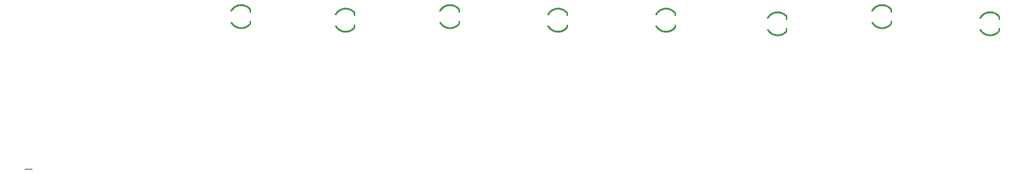
<source format=gbr>
G04 EAGLE Gerber RS-274X export*
G75*
%MOMM*%
%FSLAX34Y34*%
%LPD*%
%INSilkscreen Bottom*%
%IPPOS*%
%AMOC8*
5,1,8,0,0,1.08239X$1,22.5*%
G01*
%ADD10C,0.203200*%
%ADD11C,0.025400*%
%ADD12C,0.254000*%


D10*
X19050Y257000D02*
X31750Y257000D01*
D11*
X1737256Y528188D02*
X1735500Y526724D01*
X1735500Y526725D02*
X1735199Y527072D01*
X1734890Y527412D01*
X1734573Y527745D01*
X1734248Y528070D01*
X1733916Y528387D01*
X1733576Y528696D01*
X1733228Y528997D01*
X1732874Y529290D01*
X1732512Y529573D01*
X1732144Y529848D01*
X1731769Y530115D01*
X1731388Y530372D01*
X1731001Y530620D01*
X1730609Y530858D01*
X1730210Y531087D01*
X1729806Y531307D01*
X1729398Y531517D01*
X1728984Y531717D01*
X1728565Y531907D01*
X1728142Y532086D01*
X1727715Y532256D01*
X1727284Y532415D01*
X1726849Y532564D01*
X1726411Y532703D01*
X1725970Y532831D01*
X1725525Y532948D01*
X1725078Y533055D01*
X1724629Y533151D01*
X1724177Y533236D01*
X1723724Y533310D01*
X1723268Y533374D01*
X1722812Y533426D01*
X1722354Y533468D01*
X1721896Y533498D01*
X1721436Y533518D01*
X1720977Y533527D01*
X1720976Y535812D01*
X1720977Y535813D01*
X1721492Y535803D01*
X1722007Y535782D01*
X1722521Y535748D01*
X1723034Y535702D01*
X1723546Y535643D01*
X1724056Y535572D01*
X1724565Y535489D01*
X1725071Y535394D01*
X1725575Y535286D01*
X1726076Y535167D01*
X1726574Y535036D01*
X1727069Y534892D01*
X1727560Y534737D01*
X1728048Y534570D01*
X1728531Y534391D01*
X1729010Y534201D01*
X1729484Y534000D01*
X1729953Y533787D01*
X1730417Y533563D01*
X1730876Y533328D01*
X1731328Y533081D01*
X1731775Y532825D01*
X1732215Y532557D01*
X1732649Y532279D01*
X1733076Y531991D01*
X1733496Y531692D01*
X1733908Y531383D01*
X1734314Y531065D01*
X1734711Y530737D01*
X1735100Y530400D01*
X1735481Y530053D01*
X1735854Y529697D01*
X1736218Y529333D01*
X1736573Y528960D01*
X1736919Y528578D01*
X1737256Y528188D01*
X1737072Y528034D01*
X1736739Y528420D01*
X1736397Y528797D01*
X1736045Y529166D01*
X1735685Y529526D01*
X1735317Y529878D01*
X1734940Y530221D01*
X1734555Y530554D01*
X1734162Y530879D01*
X1733762Y531193D01*
X1733354Y531498D01*
X1732939Y531794D01*
X1732517Y532079D01*
X1732088Y532354D01*
X1731652Y532618D01*
X1731211Y532872D01*
X1730763Y533115D01*
X1730310Y533348D01*
X1729852Y533569D01*
X1729388Y533780D01*
X1728919Y533979D01*
X1728445Y534167D01*
X1727968Y534344D01*
X1727486Y534509D01*
X1727000Y534662D01*
X1726511Y534804D01*
X1726018Y534934D01*
X1725523Y535052D01*
X1725025Y535158D01*
X1724524Y535253D01*
X1724021Y535335D01*
X1723517Y535405D01*
X1723011Y535463D01*
X1722503Y535508D01*
X1721995Y535542D01*
X1721486Y535563D01*
X1720977Y535573D01*
X1720977Y535333D01*
X1721480Y535324D01*
X1721983Y535302D01*
X1722486Y535269D01*
X1722987Y535224D01*
X1723488Y535167D01*
X1723986Y535097D01*
X1724483Y535016D01*
X1724978Y534923D01*
X1725471Y534818D01*
X1725960Y534701D01*
X1726447Y534573D01*
X1726931Y534433D01*
X1727411Y534281D01*
X1727887Y534118D01*
X1728360Y533943D01*
X1728828Y533757D01*
X1729291Y533560D01*
X1729750Y533352D01*
X1730203Y533133D01*
X1730651Y532903D01*
X1731094Y532663D01*
X1731530Y532412D01*
X1731960Y532150D01*
X1732384Y531878D01*
X1732802Y531597D01*
X1733212Y531305D01*
X1733615Y531003D01*
X1734011Y530692D01*
X1734400Y530372D01*
X1734780Y530042D01*
X1735153Y529703D01*
X1735517Y529356D01*
X1735873Y528999D01*
X1736220Y528635D01*
X1736558Y528262D01*
X1736888Y527881D01*
X1736703Y527727D01*
X1736378Y528104D01*
X1736043Y528472D01*
X1735700Y528833D01*
X1735348Y529185D01*
X1734988Y529528D01*
X1734620Y529863D01*
X1734244Y530189D01*
X1733860Y530506D01*
X1733469Y530813D01*
X1733070Y531111D01*
X1732664Y531400D01*
X1732252Y531678D01*
X1731833Y531947D01*
X1731408Y532205D01*
X1730976Y532453D01*
X1730539Y532691D01*
X1730096Y532918D01*
X1729648Y533135D01*
X1729195Y533340D01*
X1728737Y533535D01*
X1728274Y533719D01*
X1727807Y533891D01*
X1727336Y534053D01*
X1726862Y534203D01*
X1726384Y534341D01*
X1725903Y534468D01*
X1725419Y534584D01*
X1724932Y534687D01*
X1724443Y534780D01*
X1723951Y534860D01*
X1723459Y534928D01*
X1722964Y534985D01*
X1722468Y535030D01*
X1721972Y535063D01*
X1721474Y535084D01*
X1720977Y535093D01*
X1720977Y534853D01*
X1721469Y534844D01*
X1721960Y534823D01*
X1722451Y534790D01*
X1722941Y534746D01*
X1723429Y534690D01*
X1723917Y534622D01*
X1724402Y534543D01*
X1724885Y534452D01*
X1725366Y534349D01*
X1725845Y534235D01*
X1726320Y534110D01*
X1726793Y533973D01*
X1727262Y533825D01*
X1727727Y533665D01*
X1728188Y533495D01*
X1728646Y533313D01*
X1729098Y533121D01*
X1729546Y532917D01*
X1729989Y532704D01*
X1730427Y532479D01*
X1730859Y532244D01*
X1731285Y531999D01*
X1731705Y531743D01*
X1732120Y531478D01*
X1732527Y531203D01*
X1732928Y530918D01*
X1733322Y530623D01*
X1733709Y530319D01*
X1734088Y530006D01*
X1734460Y529684D01*
X1734824Y529353D01*
X1735180Y529014D01*
X1735527Y528666D01*
X1735867Y528310D01*
X1736197Y527946D01*
X1736519Y527573D01*
X1736334Y527420D01*
X1736017Y527787D01*
X1735690Y528147D01*
X1735355Y528499D01*
X1735011Y528843D01*
X1734660Y529179D01*
X1734300Y529505D01*
X1733933Y529824D01*
X1733558Y530133D01*
X1733175Y530433D01*
X1732786Y530724D01*
X1732390Y531006D01*
X1731987Y531278D01*
X1731578Y531540D01*
X1731163Y531792D01*
X1730741Y532035D01*
X1730314Y532267D01*
X1729882Y532489D01*
X1729444Y532700D01*
X1729002Y532901D01*
X1728554Y533091D01*
X1728103Y533271D01*
X1727647Y533439D01*
X1727187Y533597D01*
X1726724Y533743D01*
X1726257Y533878D01*
X1725787Y534002D01*
X1725314Y534115D01*
X1724839Y534217D01*
X1724361Y534306D01*
X1723882Y534385D01*
X1723400Y534452D01*
X1722917Y534507D01*
X1722433Y534551D01*
X1721948Y534583D01*
X1721463Y534604D01*
X1720977Y534613D01*
X1720977Y534373D01*
X1721457Y534364D01*
X1721937Y534343D01*
X1722416Y534312D01*
X1722894Y534268D01*
X1723371Y534214D01*
X1723847Y534147D01*
X1724321Y534070D01*
X1724792Y533981D01*
X1725262Y533881D01*
X1725729Y533769D01*
X1726193Y533647D01*
X1726655Y533513D01*
X1727112Y533368D01*
X1727567Y533213D01*
X1728017Y533046D01*
X1728463Y532869D01*
X1728905Y532681D01*
X1729343Y532483D01*
X1729775Y532274D01*
X1730202Y532055D01*
X1730624Y531825D01*
X1731040Y531586D01*
X1731451Y531337D01*
X1731855Y531078D01*
X1732253Y530809D01*
X1732644Y530531D01*
X1733029Y530243D01*
X1733407Y529947D01*
X1733777Y529641D01*
X1734140Y529327D01*
X1734495Y529004D01*
X1734843Y528672D01*
X1735182Y528333D01*
X1735513Y527985D01*
X1735836Y527629D01*
X1736150Y527266D01*
X1735966Y527113D01*
X1735655Y527471D01*
X1735337Y527822D01*
X1735009Y528166D01*
X1734674Y528501D01*
X1734331Y528829D01*
X1733980Y529148D01*
X1733621Y529458D01*
X1733255Y529760D01*
X1732882Y530053D01*
X1732502Y530337D01*
X1732116Y530612D01*
X1731723Y530877D01*
X1731323Y531133D01*
X1730918Y531380D01*
X1730507Y531616D01*
X1730090Y531843D01*
X1729668Y532059D01*
X1729241Y532265D01*
X1728809Y532461D01*
X1728372Y532647D01*
X1727931Y532822D01*
X1727487Y532987D01*
X1727038Y533140D01*
X1726586Y533283D01*
X1726130Y533415D01*
X1725671Y533537D01*
X1725210Y533647D01*
X1724746Y533746D01*
X1724280Y533833D01*
X1723812Y533910D01*
X1723342Y533975D01*
X1722871Y534030D01*
X1722398Y534072D01*
X1721925Y534104D01*
X1721451Y534124D01*
X1720977Y534133D01*
X1720977Y533893D01*
X1721445Y533884D01*
X1721913Y533864D01*
X1722381Y533833D01*
X1722847Y533791D01*
X1723313Y533737D01*
X1723777Y533673D01*
X1724239Y533597D01*
X1724700Y533510D01*
X1725158Y533412D01*
X1725614Y533304D01*
X1726066Y533184D01*
X1726516Y533053D01*
X1726963Y532912D01*
X1727406Y532760D01*
X1727846Y532598D01*
X1728281Y532425D01*
X1728712Y532242D01*
X1729139Y532048D01*
X1729561Y531844D01*
X1729978Y531630D01*
X1730389Y531407D01*
X1730795Y531173D01*
X1731196Y530930D01*
X1731590Y530677D01*
X1731979Y530415D01*
X1732360Y530144D01*
X1732736Y529863D01*
X1733104Y529574D01*
X1733466Y529276D01*
X1733820Y528969D01*
X1734166Y528654D01*
X1734506Y528331D01*
X1734837Y527999D01*
X1735160Y527660D01*
X1735475Y527313D01*
X1735781Y526959D01*
X1735597Y526805D01*
X1735294Y527155D01*
X1734983Y527498D01*
X1734664Y527833D01*
X1734337Y528160D01*
X1734002Y528479D01*
X1733660Y528790D01*
X1733310Y529093D01*
X1732953Y529387D01*
X1732589Y529673D01*
X1732219Y529950D01*
X1731841Y530218D01*
X1731458Y530477D01*
X1731068Y530727D01*
X1730673Y530967D01*
X1730272Y531197D01*
X1729865Y531418D01*
X1729454Y531629D01*
X1729037Y531831D01*
X1728616Y532022D01*
X1728190Y532203D01*
X1727760Y532374D01*
X1727326Y532534D01*
X1726888Y532684D01*
X1726447Y532824D01*
X1726003Y532952D01*
X1725556Y533071D01*
X1725106Y533178D01*
X1724653Y533275D01*
X1724199Y533360D01*
X1723742Y533435D01*
X1723284Y533499D01*
X1722824Y533552D01*
X1722363Y533594D01*
X1721902Y533624D01*
X1721439Y533644D01*
X1720977Y533653D01*
X1720724Y535812D02*
X1720724Y533526D01*
X1720723Y533527D02*
X1720258Y533518D01*
X1719793Y533498D01*
X1719329Y533467D01*
X1718866Y533424D01*
X1718404Y533370D01*
X1717943Y533305D01*
X1717484Y533229D01*
X1717027Y533142D01*
X1716572Y533044D01*
X1716120Y532934D01*
X1715670Y532814D01*
X1715224Y532683D01*
X1714781Y532541D01*
X1714341Y532388D01*
X1713906Y532225D01*
X1713474Y532051D01*
X1713047Y531867D01*
X1712624Y531673D01*
X1712206Y531468D01*
X1711793Y531253D01*
X1711386Y531028D01*
X1710984Y530794D01*
X1710588Y530550D01*
X1710198Y530296D01*
X1709814Y530033D01*
X1709437Y529760D01*
X1709067Y529479D01*
X1708703Y529189D01*
X1708347Y528890D01*
X1707998Y528582D01*
X1707656Y528266D01*
X1707322Y527942D01*
X1706997Y527609D01*
X1706679Y527269D01*
X1706370Y526922D01*
X1706069Y526567D01*
X1705777Y526205D01*
X1705494Y525835D01*
X1705220Y525459D01*
X1704955Y525077D01*
X1704699Y524688D01*
X1704453Y524293D01*
X1704217Y523892D01*
X1703990Y523486D01*
X1701973Y524561D01*
X1701973Y524562D01*
X1702227Y525017D01*
X1702491Y525467D01*
X1702767Y525909D01*
X1703053Y526345D01*
X1703350Y526774D01*
X1703656Y527196D01*
X1703974Y527610D01*
X1704301Y528016D01*
X1704638Y528414D01*
X1704984Y528803D01*
X1705340Y529185D01*
X1705705Y529557D01*
X1706079Y529920D01*
X1706461Y530275D01*
X1706852Y530620D01*
X1707252Y530955D01*
X1707659Y531280D01*
X1708074Y531596D01*
X1708497Y531901D01*
X1708927Y532196D01*
X1709364Y532480D01*
X1709808Y532754D01*
X1710258Y533017D01*
X1710715Y533269D01*
X1711177Y533509D01*
X1711646Y533739D01*
X1712119Y533957D01*
X1712598Y534163D01*
X1713082Y534358D01*
X1713570Y534540D01*
X1714063Y534711D01*
X1714560Y534870D01*
X1715060Y535017D01*
X1715564Y535152D01*
X1716071Y535274D01*
X1716580Y535384D01*
X1717093Y535481D01*
X1717607Y535566D01*
X1718124Y535639D01*
X1718641Y535699D01*
X1719161Y535746D01*
X1719681Y535781D01*
X1720202Y535803D01*
X1720723Y535813D01*
X1720723Y535573D01*
X1720208Y535563D01*
X1719693Y535541D01*
X1719178Y535507D01*
X1718665Y535460D01*
X1718153Y535401D01*
X1717642Y535329D01*
X1717134Y535245D01*
X1716627Y535148D01*
X1716123Y535040D01*
X1715622Y534919D01*
X1715124Y534786D01*
X1714629Y534641D01*
X1714138Y534483D01*
X1713651Y534314D01*
X1713169Y534134D01*
X1712690Y533941D01*
X1712217Y533737D01*
X1711748Y533522D01*
X1711285Y533295D01*
X1710828Y533057D01*
X1710377Y532808D01*
X1709931Y532548D01*
X1709493Y532278D01*
X1709060Y531997D01*
X1708635Y531705D01*
X1708217Y531403D01*
X1707807Y531091D01*
X1707404Y530769D01*
X1707009Y530438D01*
X1706623Y530097D01*
X1706244Y529747D01*
X1705875Y529387D01*
X1705514Y529019D01*
X1705162Y528642D01*
X1704819Y528257D01*
X1704486Y527863D01*
X1704163Y527462D01*
X1703849Y527053D01*
X1703546Y526636D01*
X1703253Y526212D01*
X1702970Y525781D01*
X1702697Y525343D01*
X1702436Y524899D01*
X1702185Y524449D01*
X1702396Y524336D01*
X1702644Y524781D01*
X1702903Y525220D01*
X1703172Y525653D01*
X1703452Y526079D01*
X1703742Y526498D01*
X1704042Y526910D01*
X1704352Y527314D01*
X1704672Y527711D01*
X1705001Y528100D01*
X1705340Y528481D01*
X1705688Y528854D01*
X1706044Y529218D01*
X1706410Y529573D01*
X1706784Y529919D01*
X1707166Y530256D01*
X1707556Y530584D01*
X1707955Y530902D01*
X1708360Y531210D01*
X1708774Y531509D01*
X1709194Y531797D01*
X1709621Y532075D01*
X1710055Y532343D01*
X1710495Y532599D01*
X1710941Y532846D01*
X1711393Y533081D01*
X1711851Y533305D01*
X1712314Y533518D01*
X1712782Y533720D01*
X1713255Y533910D01*
X1713732Y534089D01*
X1714214Y534256D01*
X1714699Y534411D01*
X1715188Y534554D01*
X1715681Y534686D01*
X1716176Y534806D01*
X1716674Y534913D01*
X1717175Y535008D01*
X1717678Y535092D01*
X1718182Y535163D01*
X1718689Y535221D01*
X1719196Y535268D01*
X1719705Y535302D01*
X1720214Y535323D01*
X1720723Y535333D01*
X1720723Y535093D01*
X1720220Y535083D01*
X1719716Y535062D01*
X1719214Y535028D01*
X1718712Y534982D01*
X1718212Y534924D01*
X1717713Y534854D01*
X1717216Y534772D01*
X1716721Y534678D01*
X1716229Y534571D01*
X1715739Y534453D01*
X1715252Y534323D01*
X1714769Y534181D01*
X1714289Y534028D01*
X1713813Y533863D01*
X1713341Y533686D01*
X1712874Y533498D01*
X1712412Y533299D01*
X1711954Y533088D01*
X1711501Y532866D01*
X1711055Y532634D01*
X1710613Y532391D01*
X1710178Y532137D01*
X1709750Y531872D01*
X1709327Y531598D01*
X1708912Y531313D01*
X1708504Y531018D01*
X1708102Y530713D01*
X1707709Y530399D01*
X1707323Y530075D01*
X1706945Y529742D01*
X1706575Y529399D01*
X1706214Y529048D01*
X1705862Y528688D01*
X1705518Y528320D01*
X1705183Y527944D01*
X1704858Y527559D01*
X1704542Y527167D01*
X1704235Y526767D01*
X1703939Y526360D01*
X1703652Y525946D01*
X1703375Y525525D01*
X1703109Y525097D01*
X1702853Y524663D01*
X1702608Y524223D01*
X1702820Y524110D01*
X1703062Y524545D01*
X1703315Y524974D01*
X1703578Y525396D01*
X1703852Y525813D01*
X1704135Y526222D01*
X1704428Y526624D01*
X1704731Y527019D01*
X1705043Y527407D01*
X1705365Y527787D01*
X1705696Y528159D01*
X1706036Y528523D01*
X1706384Y528879D01*
X1706741Y529226D01*
X1707106Y529564D01*
X1707480Y529893D01*
X1707861Y530213D01*
X1708250Y530524D01*
X1708647Y530825D01*
X1709050Y531116D01*
X1709461Y531398D01*
X1709878Y531670D01*
X1710302Y531931D01*
X1710732Y532182D01*
X1711168Y532422D01*
X1711609Y532652D01*
X1712057Y532871D01*
X1712509Y533079D01*
X1712966Y533276D01*
X1713428Y533462D01*
X1713894Y533637D01*
X1714364Y533800D01*
X1714839Y533952D01*
X1715316Y534092D01*
X1715797Y534220D01*
X1716281Y534337D01*
X1716768Y534442D01*
X1717257Y534536D01*
X1717748Y534617D01*
X1718241Y534686D01*
X1718736Y534744D01*
X1719231Y534789D01*
X1719728Y534822D01*
X1720226Y534843D01*
X1720723Y534853D01*
X1720723Y534613D01*
X1720232Y534604D01*
X1719740Y534583D01*
X1719249Y534550D01*
X1718759Y534505D01*
X1718271Y534448D01*
X1717783Y534379D01*
X1717298Y534299D01*
X1716815Y534207D01*
X1716334Y534103D01*
X1715856Y533988D01*
X1715380Y533861D01*
X1714908Y533722D01*
X1714440Y533572D01*
X1713975Y533411D01*
X1713514Y533238D01*
X1713058Y533054D01*
X1712606Y532860D01*
X1712159Y532654D01*
X1711717Y532438D01*
X1711281Y532211D01*
X1710850Y531973D01*
X1710425Y531725D01*
X1710007Y531467D01*
X1709594Y531199D01*
X1709189Y530920D01*
X1708790Y530632D01*
X1708398Y530335D01*
X1708014Y530028D01*
X1707637Y529711D01*
X1707268Y529386D01*
X1706907Y529052D01*
X1706554Y528709D01*
X1706209Y528358D01*
X1705874Y527998D01*
X1705547Y527630D01*
X1705229Y527255D01*
X1704920Y526872D01*
X1704621Y526482D01*
X1704331Y526084D01*
X1704051Y525679D01*
X1703781Y525268D01*
X1703521Y524851D01*
X1703271Y524427D01*
X1703032Y523997D01*
X1703244Y523884D01*
X1703480Y524309D01*
X1703727Y524727D01*
X1703984Y525140D01*
X1704251Y525546D01*
X1704528Y525946D01*
X1704814Y526339D01*
X1705110Y526724D01*
X1705415Y527103D01*
X1705729Y527474D01*
X1706052Y527837D01*
X1706383Y528192D01*
X1706724Y528539D01*
X1707072Y528878D01*
X1707429Y529208D01*
X1707794Y529530D01*
X1708166Y529842D01*
X1708546Y530146D01*
X1708933Y530440D01*
X1709327Y530724D01*
X1709728Y530999D01*
X1710135Y531264D01*
X1710549Y531519D01*
X1710969Y531764D01*
X1711394Y531999D01*
X1711825Y532223D01*
X1712262Y532437D01*
X1712704Y532640D01*
X1713150Y532833D01*
X1713601Y533014D01*
X1714056Y533185D01*
X1714515Y533344D01*
X1714978Y533492D01*
X1715444Y533629D01*
X1715914Y533755D01*
X1716387Y533869D01*
X1716862Y533972D01*
X1717339Y534063D01*
X1717819Y534142D01*
X1718300Y534210D01*
X1718783Y534266D01*
X1719267Y534310D01*
X1719752Y534343D01*
X1720237Y534364D01*
X1720723Y534373D01*
X1720723Y534133D01*
X1720243Y534124D01*
X1719764Y534103D01*
X1719285Y534071D01*
X1718806Y534027D01*
X1718329Y533972D01*
X1717854Y533905D01*
X1717380Y533826D01*
X1716909Y533736D01*
X1716439Y533635D01*
X1715972Y533522D01*
X1715509Y533398D01*
X1715048Y533263D01*
X1714591Y533116D01*
X1714137Y532959D01*
X1713687Y532790D01*
X1713242Y532611D01*
X1712801Y532421D01*
X1712365Y532220D01*
X1711933Y532009D01*
X1711507Y531787D01*
X1711087Y531556D01*
X1710672Y531314D01*
X1710264Y531061D01*
X1709861Y530800D01*
X1709465Y530528D01*
X1709076Y530247D01*
X1708693Y529956D01*
X1708318Y529657D01*
X1707950Y529348D01*
X1707590Y529031D01*
X1707238Y528704D01*
X1706894Y528370D01*
X1706557Y528027D01*
X1706230Y527676D01*
X1705911Y527317D01*
X1705600Y526951D01*
X1705299Y526577D01*
X1705007Y526196D01*
X1704724Y525808D01*
X1704451Y525413D01*
X1704187Y525012D01*
X1703933Y524604D01*
X1703689Y524191D01*
X1703455Y523771D01*
X1703667Y523658D01*
X1703898Y524072D01*
X1704139Y524481D01*
X1704390Y524884D01*
X1704650Y525280D01*
X1704920Y525670D01*
X1705200Y526053D01*
X1705488Y526429D01*
X1705786Y526799D01*
X1706092Y527161D01*
X1706408Y527515D01*
X1706731Y527862D01*
X1707063Y528200D01*
X1707404Y528531D01*
X1707752Y528853D01*
X1708107Y529167D01*
X1708471Y529471D01*
X1708841Y529767D01*
X1709219Y530054D01*
X1709603Y530332D01*
X1709995Y530600D01*
X1710392Y530859D01*
X1710796Y531108D01*
X1711205Y531347D01*
X1711621Y531576D01*
X1712041Y531795D01*
X1712467Y532003D01*
X1712898Y532202D01*
X1713334Y532389D01*
X1713774Y532567D01*
X1714218Y532733D01*
X1714666Y532888D01*
X1715118Y533033D01*
X1715573Y533167D01*
X1716031Y533289D01*
X1716492Y533401D01*
X1716955Y533501D01*
X1717421Y533590D01*
X1717889Y533667D01*
X1718359Y533733D01*
X1718830Y533788D01*
X1719302Y533832D01*
X1719775Y533863D01*
X1720249Y533884D01*
X1720723Y533893D01*
X1720723Y533653D01*
X1720255Y533644D01*
X1719787Y533624D01*
X1719320Y533592D01*
X1718853Y533549D01*
X1718388Y533495D01*
X1717924Y533430D01*
X1717462Y533353D01*
X1717002Y533265D01*
X1716544Y533166D01*
X1716089Y533056D01*
X1715637Y532935D01*
X1715187Y532803D01*
X1714741Y532661D01*
X1714299Y532507D01*
X1713860Y532343D01*
X1713426Y532168D01*
X1712996Y531982D01*
X1712570Y531787D01*
X1712149Y531580D01*
X1711734Y531364D01*
X1711324Y531138D01*
X1710919Y530902D01*
X1710521Y530656D01*
X1710128Y530401D01*
X1709742Y530136D01*
X1709362Y529862D01*
X1708989Y529578D01*
X1708623Y529286D01*
X1708264Y528985D01*
X1707913Y528675D01*
X1707569Y528357D01*
X1707233Y528031D01*
X1706905Y527696D01*
X1706586Y527354D01*
X1706274Y527004D01*
X1705971Y526647D01*
X1705678Y526282D01*
X1705392Y525910D01*
X1705117Y525532D01*
X1704850Y525147D01*
X1704593Y524755D01*
X1704345Y524358D01*
X1704107Y523954D01*
X1703879Y523545D01*
X1720976Y492888D02*
X1720976Y495174D01*
X1720977Y495173D02*
X1721445Y495182D01*
X1721913Y495203D01*
X1722381Y495234D01*
X1722848Y495277D01*
X1723313Y495332D01*
X1723777Y495398D01*
X1724239Y495475D01*
X1724699Y495563D01*
X1725157Y495663D01*
X1725613Y495774D01*
X1726065Y495896D01*
X1726514Y496029D01*
X1726960Y496173D01*
X1727403Y496327D01*
X1727841Y496493D01*
X1728275Y496669D01*
X1728705Y496856D01*
X1729130Y497053D01*
X1729550Y497260D01*
X1729965Y497478D01*
X1730375Y497706D01*
X1730779Y497943D01*
X1731177Y498191D01*
X1731568Y498448D01*
X1731954Y498715D01*
X1732333Y498991D01*
X1732704Y499276D01*
X1733069Y499570D01*
X1733427Y499873D01*
X1733777Y500185D01*
X1734119Y500505D01*
X1734453Y500833D01*
X1734779Y501169D01*
X1735097Y501514D01*
X1735407Y501866D01*
X1737151Y500389D01*
X1737152Y500389D01*
X1736805Y499994D01*
X1736449Y499608D01*
X1736084Y499231D01*
X1735709Y498862D01*
X1735326Y498503D01*
X1734933Y498154D01*
X1734533Y497814D01*
X1734124Y497484D01*
X1733707Y497164D01*
X1733283Y496855D01*
X1732851Y496556D01*
X1732412Y496267D01*
X1731966Y495990D01*
X1731513Y495723D01*
X1731054Y495468D01*
X1730589Y495224D01*
X1730118Y494991D01*
X1729641Y494770D01*
X1729159Y494561D01*
X1728672Y494363D01*
X1728181Y494178D01*
X1727685Y494004D01*
X1727185Y493843D01*
X1726681Y493694D01*
X1726174Y493558D01*
X1725663Y493434D01*
X1725150Y493322D01*
X1724634Y493223D01*
X1724116Y493137D01*
X1723596Y493063D01*
X1723074Y493003D01*
X1722551Y492955D01*
X1722027Y492919D01*
X1721502Y492897D01*
X1720977Y492887D01*
X1720977Y493127D01*
X1721496Y493137D01*
X1722015Y493159D01*
X1722533Y493194D01*
X1723050Y493241D01*
X1723566Y493302D01*
X1724080Y493374D01*
X1724593Y493460D01*
X1725103Y493557D01*
X1725610Y493668D01*
X1726115Y493790D01*
X1726617Y493925D01*
X1727115Y494073D01*
X1727609Y494232D01*
X1728099Y494403D01*
X1728585Y494587D01*
X1729066Y494782D01*
X1729543Y494989D01*
X1730014Y495207D01*
X1730480Y495437D01*
X1730940Y495679D01*
X1731393Y495931D01*
X1731841Y496195D01*
X1732282Y496469D01*
X1732716Y496754D01*
X1733143Y497050D01*
X1733563Y497356D01*
X1733975Y497672D01*
X1734379Y497998D01*
X1734775Y498334D01*
X1735163Y498680D01*
X1735542Y499035D01*
X1735912Y499399D01*
X1736274Y499772D01*
X1736626Y500154D01*
X1736969Y500544D01*
X1736785Y500699D01*
X1736447Y500313D01*
X1736099Y499936D01*
X1735741Y499567D01*
X1735375Y499207D01*
X1735000Y498856D01*
X1734617Y498515D01*
X1734225Y498183D01*
X1733826Y497860D01*
X1733419Y497548D01*
X1733004Y497245D01*
X1732582Y496953D01*
X1732152Y496671D01*
X1731716Y496400D01*
X1731274Y496139D01*
X1730825Y495890D01*
X1730371Y495651D01*
X1729910Y495424D01*
X1729445Y495208D01*
X1728974Y495003D01*
X1728498Y494810D01*
X1728017Y494629D01*
X1727533Y494460D01*
X1727044Y494302D01*
X1726552Y494157D01*
X1726056Y494023D01*
X1725557Y493902D01*
X1725055Y493793D01*
X1724551Y493696D01*
X1724045Y493612D01*
X1723536Y493540D01*
X1723026Y493480D01*
X1722515Y493433D01*
X1722003Y493399D01*
X1721490Y493377D01*
X1720977Y493367D01*
X1720977Y493607D01*
X1721484Y493617D01*
X1721991Y493638D01*
X1722497Y493673D01*
X1723003Y493719D01*
X1723507Y493778D01*
X1724009Y493849D01*
X1724510Y493932D01*
X1725008Y494028D01*
X1725504Y494136D01*
X1725997Y494256D01*
X1726487Y494388D01*
X1726974Y494532D01*
X1727457Y494687D01*
X1727936Y494855D01*
X1728411Y495034D01*
X1728881Y495225D01*
X1729346Y495427D01*
X1729807Y495640D01*
X1730262Y495865D01*
X1730711Y496101D01*
X1731155Y496348D01*
X1731592Y496605D01*
X1732023Y496873D01*
X1732447Y497152D01*
X1732864Y497440D01*
X1733274Y497739D01*
X1733677Y498048D01*
X1734072Y498367D01*
X1734459Y498695D01*
X1734838Y499033D01*
X1735208Y499380D01*
X1735570Y499735D01*
X1735923Y500100D01*
X1736267Y500473D01*
X1736602Y500854D01*
X1736419Y501009D01*
X1736088Y500632D01*
X1735748Y500264D01*
X1735399Y499904D01*
X1735041Y499552D01*
X1734675Y499209D01*
X1734301Y498876D01*
X1733918Y498551D01*
X1733528Y498236D01*
X1733130Y497931D01*
X1732725Y497636D01*
X1732312Y497350D01*
X1731893Y497075D01*
X1731467Y496810D01*
X1731035Y496556D01*
X1730597Y496312D01*
X1730153Y496079D01*
X1729703Y495857D01*
X1729248Y495646D01*
X1728788Y495446D01*
X1728323Y495258D01*
X1727854Y495080D01*
X1727381Y494915D01*
X1726903Y494761D01*
X1726422Y494619D01*
X1725938Y494488D01*
X1725451Y494370D01*
X1724961Y494263D01*
X1724468Y494169D01*
X1723974Y494086D01*
X1723477Y494016D01*
X1722979Y493958D01*
X1722479Y493912D01*
X1721979Y493878D01*
X1721478Y493857D01*
X1720977Y493847D01*
X1720977Y494087D01*
X1721472Y494097D01*
X1721967Y494118D01*
X1722462Y494151D01*
X1722955Y494197D01*
X1723447Y494254D01*
X1723938Y494324D01*
X1724427Y494405D01*
X1724913Y494499D01*
X1725398Y494604D01*
X1725879Y494721D01*
X1726358Y494850D01*
X1726833Y494990D01*
X1727305Y495143D01*
X1727772Y495306D01*
X1728236Y495481D01*
X1728695Y495667D01*
X1729150Y495865D01*
X1729599Y496073D01*
X1730044Y496293D01*
X1730482Y496523D01*
X1730916Y496764D01*
X1731343Y497015D01*
X1731763Y497277D01*
X1732178Y497549D01*
X1732585Y497831D01*
X1732986Y498123D01*
X1733379Y498425D01*
X1733764Y498736D01*
X1734142Y499056D01*
X1734512Y499386D01*
X1734874Y499724D01*
X1735228Y500072D01*
X1735573Y500428D01*
X1735909Y500792D01*
X1736236Y501164D01*
X1736053Y501319D01*
X1735729Y500951D01*
X1735397Y500592D01*
X1735057Y500240D01*
X1734707Y499897D01*
X1734350Y499562D01*
X1733984Y499237D01*
X1733611Y498920D01*
X1733230Y498613D01*
X1732841Y498315D01*
X1732446Y498026D01*
X1732043Y497748D01*
X1731634Y497479D01*
X1731218Y497220D01*
X1730796Y496972D01*
X1730368Y496734D01*
X1729935Y496507D01*
X1729496Y496290D01*
X1729051Y496084D01*
X1728602Y495889D01*
X1728149Y495705D01*
X1727691Y495532D01*
X1727229Y495370D01*
X1726763Y495220D01*
X1726293Y495081D01*
X1725820Y494954D01*
X1725345Y494838D01*
X1724866Y494734D01*
X1724385Y494642D01*
X1723902Y494561D01*
X1723418Y494492D01*
X1722931Y494435D01*
X1722444Y494391D01*
X1721955Y494358D01*
X1721466Y494336D01*
X1720977Y494327D01*
X1720977Y494567D01*
X1721460Y494576D01*
X1721943Y494597D01*
X1722426Y494630D01*
X1722908Y494674D01*
X1723388Y494730D01*
X1723867Y494798D01*
X1724344Y494878D01*
X1724819Y494969D01*
X1725291Y495072D01*
X1725761Y495186D01*
X1726228Y495312D01*
X1726692Y495449D01*
X1727152Y495598D01*
X1727609Y495757D01*
X1728061Y495928D01*
X1728510Y496110D01*
X1728953Y496303D01*
X1729392Y496506D01*
X1729826Y496720D01*
X1730254Y496945D01*
X1730677Y497180D01*
X1731093Y497425D01*
X1731504Y497681D01*
X1731908Y497946D01*
X1732306Y498222D01*
X1732697Y498506D01*
X1733081Y498801D01*
X1733457Y499104D01*
X1733826Y499417D01*
X1734187Y499739D01*
X1734540Y500069D01*
X1734885Y500408D01*
X1735222Y500755D01*
X1735550Y501111D01*
X1735869Y501474D01*
X1735686Y501629D01*
X1735371Y501270D01*
X1735047Y500919D01*
X1734714Y500576D01*
X1734373Y500242D01*
X1734025Y499915D01*
X1733668Y499598D01*
X1733303Y499289D01*
X1732932Y498989D01*
X1732553Y498698D01*
X1732167Y498417D01*
X1731774Y498145D01*
X1731374Y497883D01*
X1730969Y497631D01*
X1730557Y497388D01*
X1730140Y497156D01*
X1729717Y496934D01*
X1729288Y496723D01*
X1728855Y496522D01*
X1728417Y496331D01*
X1727974Y496152D01*
X1727527Y495983D01*
X1727076Y495825D01*
X1726622Y495679D01*
X1726164Y495543D01*
X1725702Y495419D01*
X1725238Y495306D01*
X1724771Y495204D01*
X1724302Y495114D01*
X1723831Y495036D01*
X1723358Y494969D01*
X1722884Y494913D01*
X1722408Y494869D01*
X1721931Y494837D01*
X1721454Y494816D01*
X1720977Y494807D01*
X1720977Y495047D01*
X1721448Y495056D01*
X1721920Y495077D01*
X1722390Y495109D01*
X1722860Y495152D01*
X1723329Y495207D01*
X1723796Y495273D01*
X1724261Y495351D01*
X1724724Y495440D01*
X1725185Y495540D01*
X1725643Y495652D01*
X1726099Y495774D01*
X1726551Y495908D01*
X1727000Y496053D01*
X1727446Y496209D01*
X1727887Y496375D01*
X1728324Y496553D01*
X1728757Y496741D01*
X1729185Y496939D01*
X1729608Y497148D01*
X1730025Y497367D01*
X1730438Y497596D01*
X1730844Y497836D01*
X1731245Y498085D01*
X1731639Y498344D01*
X1732027Y498612D01*
X1732408Y498890D01*
X1732783Y499177D01*
X1733150Y499473D01*
X1733510Y499778D01*
X1733862Y500092D01*
X1734207Y500414D01*
X1734543Y500745D01*
X1734871Y501083D01*
X1735191Y501430D01*
X1735503Y501784D01*
X1702278Y503591D02*
X1704263Y504726D01*
X1704262Y504725D02*
X1704500Y504327D01*
X1704746Y503935D01*
X1705003Y503550D01*
X1705268Y503170D01*
X1705542Y502797D01*
X1705826Y502431D01*
X1706118Y502072D01*
X1706419Y501720D01*
X1706728Y501375D01*
X1707045Y501038D01*
X1707371Y500708D01*
X1707704Y500387D01*
X1708045Y500073D01*
X1708394Y499768D01*
X1708749Y499472D01*
X1709112Y499184D01*
X1709482Y498905D01*
X1709858Y498635D01*
X1710241Y498374D01*
X1710630Y498123D01*
X1711024Y497881D01*
X1711425Y497648D01*
X1711831Y497426D01*
X1712242Y497213D01*
X1712659Y497010D01*
X1713080Y496817D01*
X1713505Y496635D01*
X1713935Y496463D01*
X1714369Y496301D01*
X1714807Y496150D01*
X1715248Y496009D01*
X1715693Y495879D01*
X1716140Y495760D01*
X1716590Y495652D01*
X1717043Y495554D01*
X1717498Y495468D01*
X1717955Y495393D01*
X1718414Y495328D01*
X1718874Y495275D01*
X1719335Y495233D01*
X1719797Y495202D01*
X1720260Y495182D01*
X1720723Y495173D01*
X1720723Y492888D01*
X1720723Y492887D01*
X1720204Y492897D01*
X1719685Y492919D01*
X1719167Y492953D01*
X1718650Y493000D01*
X1718135Y493059D01*
X1717621Y493131D01*
X1717109Y493215D01*
X1716599Y493312D01*
X1716091Y493421D01*
X1715587Y493542D01*
X1715085Y493675D01*
X1714587Y493821D01*
X1714092Y493978D01*
X1713602Y494148D01*
X1713115Y494329D01*
X1712633Y494522D01*
X1712156Y494726D01*
X1711685Y494942D01*
X1711218Y495169D01*
X1710757Y495408D01*
X1710302Y495657D01*
X1709853Y495918D01*
X1709411Y496189D01*
X1708975Y496471D01*
X1708546Y496763D01*
X1708124Y497066D01*
X1707710Y497379D01*
X1707304Y497701D01*
X1706905Y498034D01*
X1706514Y498376D01*
X1706132Y498727D01*
X1705759Y499087D01*
X1705394Y499457D01*
X1705039Y499835D01*
X1704692Y500221D01*
X1704355Y500616D01*
X1704028Y501019D01*
X1703711Y501429D01*
X1703403Y501848D01*
X1703106Y502273D01*
X1702819Y502706D01*
X1702543Y503145D01*
X1702278Y503591D01*
X1702486Y503710D01*
X1702748Y503269D01*
X1703022Y502835D01*
X1703305Y502407D01*
X1703599Y501986D01*
X1703903Y501573D01*
X1704217Y501167D01*
X1704541Y500769D01*
X1704874Y500378D01*
X1705216Y499996D01*
X1705568Y499623D01*
X1705928Y499257D01*
X1706297Y498901D01*
X1706675Y498554D01*
X1707061Y498216D01*
X1707455Y497887D01*
X1707857Y497568D01*
X1708267Y497259D01*
X1708684Y496960D01*
X1709108Y496671D01*
X1709539Y496392D01*
X1709976Y496124D01*
X1710420Y495866D01*
X1710870Y495620D01*
X1711325Y495384D01*
X1711787Y495159D01*
X1712253Y494946D01*
X1712725Y494743D01*
X1713201Y494553D01*
X1713682Y494374D01*
X1714167Y494206D01*
X1714656Y494051D01*
X1715149Y493907D01*
X1715645Y493775D01*
X1716144Y493655D01*
X1716645Y493547D01*
X1717150Y493452D01*
X1717656Y493369D01*
X1718164Y493298D01*
X1718674Y493239D01*
X1719185Y493192D01*
X1719697Y493158D01*
X1720210Y493137D01*
X1720723Y493127D01*
X1720723Y493367D01*
X1720215Y493377D01*
X1719709Y493398D01*
X1719202Y493432D01*
X1718697Y493478D01*
X1718193Y493536D01*
X1717691Y493606D01*
X1717190Y493688D01*
X1716692Y493783D01*
X1716196Y493889D01*
X1715703Y494008D01*
X1715213Y494138D01*
X1714726Y494280D01*
X1714242Y494434D01*
X1713763Y494600D01*
X1713287Y494777D01*
X1712817Y494965D01*
X1712350Y495165D01*
X1711889Y495376D01*
X1711433Y495598D01*
X1710982Y495831D01*
X1710538Y496075D01*
X1710099Y496330D01*
X1709666Y496595D01*
X1709241Y496871D01*
X1708821Y497156D01*
X1708409Y497452D01*
X1708004Y497758D01*
X1707607Y498073D01*
X1707218Y498398D01*
X1706836Y498732D01*
X1706462Y499075D01*
X1706097Y499428D01*
X1705741Y499789D01*
X1705393Y500158D01*
X1705055Y500536D01*
X1704726Y500922D01*
X1704406Y501315D01*
X1704095Y501717D01*
X1703795Y502125D01*
X1703504Y502541D01*
X1703224Y502964D01*
X1702954Y503393D01*
X1702694Y503829D01*
X1702903Y503948D01*
X1703159Y503517D01*
X1703426Y503093D01*
X1703703Y502675D01*
X1703991Y502264D01*
X1704288Y501860D01*
X1704594Y501464D01*
X1704911Y501074D01*
X1705236Y500693D01*
X1705571Y500320D01*
X1705914Y499955D01*
X1706267Y499598D01*
X1706627Y499250D01*
X1706997Y498910D01*
X1707374Y498580D01*
X1707759Y498259D01*
X1708152Y497947D01*
X1708552Y497645D01*
X1708959Y497353D01*
X1709373Y497070D01*
X1709794Y496798D01*
X1710222Y496536D01*
X1710656Y496284D01*
X1711095Y496043D01*
X1711541Y495813D01*
X1711991Y495593D01*
X1712447Y495385D01*
X1712908Y495187D01*
X1713374Y495001D01*
X1713843Y494826D01*
X1714317Y494662D01*
X1714795Y494510D01*
X1715276Y494370D01*
X1715761Y494241D01*
X1716249Y494124D01*
X1716739Y494018D01*
X1717231Y493925D01*
X1717726Y493843D01*
X1718223Y493774D01*
X1718721Y493716D01*
X1719220Y493671D01*
X1719720Y493638D01*
X1720221Y493617D01*
X1720723Y493607D01*
X1720723Y493847D01*
X1720227Y493856D01*
X1719732Y493877D01*
X1719238Y493910D01*
X1718744Y493955D01*
X1718252Y494012D01*
X1717761Y494081D01*
X1717272Y494161D01*
X1716785Y494254D01*
X1716301Y494358D01*
X1715819Y494474D01*
X1715340Y494601D01*
X1714865Y494740D01*
X1714392Y494890D01*
X1713924Y495052D01*
X1713460Y495225D01*
X1713000Y495409D01*
X1712544Y495604D01*
X1712094Y495810D01*
X1711648Y496027D01*
X1711208Y496255D01*
X1710774Y496493D01*
X1710345Y496742D01*
X1709922Y497001D01*
X1709506Y497270D01*
X1709097Y497549D01*
X1708694Y497838D01*
X1708299Y498137D01*
X1707911Y498445D01*
X1707530Y498762D01*
X1707157Y499089D01*
X1706793Y499424D01*
X1706436Y499768D01*
X1706088Y500121D01*
X1705748Y500481D01*
X1705417Y500850D01*
X1705096Y501227D01*
X1704783Y501612D01*
X1704480Y502004D01*
X1704186Y502403D01*
X1703903Y502809D01*
X1703629Y503222D01*
X1703365Y503641D01*
X1703111Y504067D01*
X1703319Y504186D01*
X1703570Y503766D01*
X1703831Y503351D01*
X1704102Y502943D01*
X1704382Y502542D01*
X1704672Y502147D01*
X1704972Y501760D01*
X1705281Y501380D01*
X1705599Y501008D01*
X1705925Y500643D01*
X1706261Y500287D01*
X1706605Y499938D01*
X1706958Y499598D01*
X1707318Y499267D01*
X1707686Y498944D01*
X1708063Y498631D01*
X1708446Y498326D01*
X1708837Y498031D01*
X1709235Y497746D01*
X1709639Y497470D01*
X1710050Y497204D01*
X1710468Y496948D01*
X1710891Y496702D01*
X1711321Y496467D01*
X1711756Y496242D01*
X1712196Y496028D01*
X1712641Y495824D01*
X1713091Y495631D01*
X1713546Y495449D01*
X1714005Y495278D01*
X1714467Y495118D01*
X1714934Y494970D01*
X1715404Y494832D01*
X1715877Y494706D01*
X1716353Y494592D01*
X1716832Y494489D01*
X1717313Y494398D01*
X1717796Y494318D01*
X1718281Y494250D01*
X1718768Y494194D01*
X1719255Y494150D01*
X1719744Y494117D01*
X1720233Y494096D01*
X1720723Y494087D01*
X1720723Y494327D01*
X1720239Y494336D01*
X1719756Y494357D01*
X1719273Y494389D01*
X1718791Y494433D01*
X1718310Y494489D01*
X1717831Y494556D01*
X1717354Y494634D01*
X1716879Y494725D01*
X1716406Y494826D01*
X1715935Y494939D01*
X1715468Y495064D01*
X1715003Y495199D01*
X1714542Y495346D01*
X1714085Y495504D01*
X1713632Y495673D01*
X1713183Y495853D01*
X1712738Y496043D01*
X1712298Y496245D01*
X1711863Y496457D01*
X1711434Y496679D01*
X1711009Y496911D01*
X1710591Y497154D01*
X1710178Y497407D01*
X1709772Y497670D01*
X1709372Y497942D01*
X1708979Y498224D01*
X1708593Y498516D01*
X1708214Y498817D01*
X1707843Y499126D01*
X1707479Y499445D01*
X1707123Y499772D01*
X1706774Y500108D01*
X1706434Y500453D01*
X1706103Y500805D01*
X1705780Y501165D01*
X1705466Y501533D01*
X1705161Y501908D01*
X1704865Y502291D01*
X1704578Y502681D01*
X1704301Y503077D01*
X1704033Y503480D01*
X1703776Y503890D01*
X1703528Y504305D01*
X1703736Y504424D01*
X1703981Y504014D01*
X1704236Y503609D01*
X1704500Y503211D01*
X1704774Y502820D01*
X1705057Y502435D01*
X1705349Y502057D01*
X1705651Y501686D01*
X1705961Y501322D01*
X1706280Y500967D01*
X1706608Y500619D01*
X1706944Y500279D01*
X1707288Y499947D01*
X1707639Y499623D01*
X1707999Y499309D01*
X1708366Y499003D01*
X1708741Y498705D01*
X1709122Y498418D01*
X1709510Y498139D01*
X1709905Y497870D01*
X1710306Y497610D01*
X1710714Y497360D01*
X1711127Y497121D01*
X1711546Y496891D01*
X1711971Y496671D01*
X1712400Y496462D01*
X1712835Y496263D01*
X1713274Y496075D01*
X1713718Y495897D01*
X1714166Y495730D01*
X1714617Y495574D01*
X1715073Y495429D01*
X1715532Y495295D01*
X1715993Y495172D01*
X1716458Y495060D01*
X1716925Y494960D01*
X1717395Y494871D01*
X1717866Y494793D01*
X1718340Y494727D01*
X1718814Y494672D01*
X1719290Y494628D01*
X1719767Y494597D01*
X1720245Y494576D01*
X1720723Y494567D01*
X1720723Y494807D01*
X1720251Y494816D01*
X1719779Y494836D01*
X1719308Y494868D01*
X1718838Y494911D01*
X1718369Y494965D01*
X1717901Y495031D01*
X1717436Y495107D01*
X1716972Y495195D01*
X1716510Y495295D01*
X1716052Y495405D01*
X1715595Y495526D01*
X1715142Y495659D01*
X1714692Y495802D01*
X1714246Y495956D01*
X1713804Y496121D01*
X1713366Y496296D01*
X1712932Y496482D01*
X1712503Y496679D01*
X1712078Y496886D01*
X1711659Y497103D01*
X1711245Y497330D01*
X1710837Y497566D01*
X1710434Y497813D01*
X1710038Y498070D01*
X1709648Y498335D01*
X1709264Y498611D01*
X1708888Y498895D01*
X1708518Y499188D01*
X1708155Y499491D01*
X1707800Y499802D01*
X1707453Y500121D01*
X1707113Y500449D01*
X1706781Y500785D01*
X1706458Y501128D01*
X1706142Y501480D01*
X1705836Y501839D01*
X1705538Y502205D01*
X1705249Y502578D01*
X1704969Y502958D01*
X1704699Y503345D01*
X1704438Y503739D01*
X1704186Y504138D01*
X1703945Y504543D01*
X1704153Y504663D01*
X1704392Y504262D01*
X1704640Y503868D01*
X1704898Y503479D01*
X1705165Y503097D01*
X1705441Y502722D01*
X1705727Y502353D01*
X1706021Y501991D01*
X1706324Y501637D01*
X1706635Y501290D01*
X1706954Y500951D01*
X1707282Y500619D01*
X1707618Y500295D01*
X1707961Y499980D01*
X1708312Y499673D01*
X1708670Y499374D01*
X1709035Y499085D01*
X1709407Y498804D01*
X1709786Y498532D01*
X1710171Y498269D01*
X1710562Y498016D01*
X1710960Y497773D01*
X1711363Y497539D01*
X1711772Y497314D01*
X1712186Y497100D01*
X1712605Y496896D01*
X1713029Y496702D01*
X1713457Y496518D01*
X1713890Y496345D01*
X1714327Y496182D01*
X1714767Y496030D01*
X1715212Y495889D01*
X1715659Y495758D01*
X1716110Y495638D01*
X1716563Y495529D01*
X1717019Y495431D01*
X1717477Y495344D01*
X1717937Y495268D01*
X1718398Y495203D01*
X1718861Y495150D01*
X1719326Y495107D01*
X1719791Y495076D01*
X1720256Y495056D01*
X1720723Y495047D01*
D12*
X1736598Y522224D02*
X1736598Y527304D01*
X1736598Y505968D02*
X1736598Y501396D01*
D11*
X1546756Y540888D02*
X1545000Y539424D01*
X1545000Y539425D02*
X1544699Y539772D01*
X1544390Y540112D01*
X1544073Y540445D01*
X1543748Y540770D01*
X1543416Y541087D01*
X1543076Y541396D01*
X1542728Y541697D01*
X1542374Y541990D01*
X1542012Y542273D01*
X1541644Y542548D01*
X1541269Y542815D01*
X1540888Y543072D01*
X1540501Y543320D01*
X1540109Y543558D01*
X1539710Y543787D01*
X1539306Y544007D01*
X1538898Y544217D01*
X1538484Y544417D01*
X1538065Y544607D01*
X1537642Y544786D01*
X1537215Y544956D01*
X1536784Y545115D01*
X1536349Y545264D01*
X1535911Y545403D01*
X1535470Y545531D01*
X1535025Y545648D01*
X1534578Y545755D01*
X1534129Y545851D01*
X1533677Y545936D01*
X1533224Y546010D01*
X1532768Y546074D01*
X1532312Y546126D01*
X1531854Y546168D01*
X1531396Y546198D01*
X1530936Y546218D01*
X1530477Y546227D01*
X1530476Y548512D01*
X1530477Y548513D01*
X1530992Y548503D01*
X1531507Y548482D01*
X1532021Y548448D01*
X1532534Y548402D01*
X1533046Y548343D01*
X1533556Y548272D01*
X1534065Y548189D01*
X1534571Y548094D01*
X1535075Y547986D01*
X1535576Y547867D01*
X1536074Y547736D01*
X1536569Y547592D01*
X1537060Y547437D01*
X1537548Y547270D01*
X1538031Y547091D01*
X1538510Y546901D01*
X1538984Y546700D01*
X1539453Y546487D01*
X1539917Y546263D01*
X1540376Y546028D01*
X1540828Y545781D01*
X1541275Y545525D01*
X1541715Y545257D01*
X1542149Y544979D01*
X1542576Y544691D01*
X1542996Y544392D01*
X1543408Y544083D01*
X1543814Y543765D01*
X1544211Y543437D01*
X1544600Y543100D01*
X1544981Y542753D01*
X1545354Y542397D01*
X1545718Y542033D01*
X1546073Y541660D01*
X1546419Y541278D01*
X1546756Y540888D01*
X1546572Y540734D01*
X1546239Y541120D01*
X1545897Y541497D01*
X1545545Y541866D01*
X1545185Y542226D01*
X1544817Y542578D01*
X1544440Y542921D01*
X1544055Y543254D01*
X1543662Y543579D01*
X1543262Y543893D01*
X1542854Y544198D01*
X1542439Y544494D01*
X1542017Y544779D01*
X1541588Y545054D01*
X1541152Y545318D01*
X1540711Y545572D01*
X1540263Y545815D01*
X1539810Y546048D01*
X1539352Y546269D01*
X1538888Y546480D01*
X1538419Y546679D01*
X1537945Y546867D01*
X1537468Y547044D01*
X1536986Y547209D01*
X1536500Y547362D01*
X1536011Y547504D01*
X1535518Y547634D01*
X1535023Y547752D01*
X1534525Y547858D01*
X1534024Y547953D01*
X1533521Y548035D01*
X1533017Y548105D01*
X1532511Y548163D01*
X1532003Y548208D01*
X1531495Y548242D01*
X1530986Y548263D01*
X1530477Y548273D01*
X1530477Y548033D01*
X1530980Y548024D01*
X1531483Y548002D01*
X1531986Y547969D01*
X1532487Y547924D01*
X1532988Y547867D01*
X1533486Y547797D01*
X1533983Y547716D01*
X1534478Y547623D01*
X1534971Y547518D01*
X1535460Y547401D01*
X1535947Y547273D01*
X1536431Y547133D01*
X1536911Y546981D01*
X1537387Y546818D01*
X1537860Y546643D01*
X1538328Y546457D01*
X1538791Y546260D01*
X1539250Y546052D01*
X1539703Y545833D01*
X1540151Y545603D01*
X1540594Y545363D01*
X1541030Y545112D01*
X1541460Y544850D01*
X1541884Y544578D01*
X1542302Y544297D01*
X1542712Y544005D01*
X1543115Y543703D01*
X1543511Y543392D01*
X1543900Y543072D01*
X1544280Y542742D01*
X1544653Y542403D01*
X1545017Y542056D01*
X1545373Y541699D01*
X1545720Y541335D01*
X1546058Y540962D01*
X1546388Y540581D01*
X1546203Y540427D01*
X1545878Y540804D01*
X1545543Y541172D01*
X1545200Y541533D01*
X1544848Y541885D01*
X1544488Y542228D01*
X1544120Y542563D01*
X1543744Y542889D01*
X1543360Y543206D01*
X1542969Y543513D01*
X1542570Y543811D01*
X1542164Y544100D01*
X1541752Y544378D01*
X1541333Y544647D01*
X1540908Y544905D01*
X1540476Y545153D01*
X1540039Y545391D01*
X1539596Y545618D01*
X1539148Y545835D01*
X1538695Y546040D01*
X1538237Y546235D01*
X1537774Y546419D01*
X1537307Y546591D01*
X1536836Y546753D01*
X1536362Y546903D01*
X1535884Y547041D01*
X1535403Y547168D01*
X1534919Y547284D01*
X1534432Y547387D01*
X1533943Y547480D01*
X1533451Y547560D01*
X1532959Y547628D01*
X1532464Y547685D01*
X1531968Y547730D01*
X1531472Y547763D01*
X1530974Y547784D01*
X1530477Y547793D01*
X1530477Y547553D01*
X1530969Y547544D01*
X1531460Y547523D01*
X1531951Y547490D01*
X1532441Y547446D01*
X1532929Y547390D01*
X1533417Y547322D01*
X1533902Y547243D01*
X1534385Y547152D01*
X1534866Y547049D01*
X1535345Y546935D01*
X1535820Y546810D01*
X1536293Y546673D01*
X1536762Y546525D01*
X1537227Y546365D01*
X1537688Y546195D01*
X1538146Y546013D01*
X1538598Y545821D01*
X1539046Y545617D01*
X1539489Y545404D01*
X1539927Y545179D01*
X1540359Y544944D01*
X1540785Y544699D01*
X1541205Y544443D01*
X1541620Y544178D01*
X1542027Y543903D01*
X1542428Y543618D01*
X1542822Y543323D01*
X1543209Y543019D01*
X1543588Y542706D01*
X1543960Y542384D01*
X1544324Y542053D01*
X1544680Y541714D01*
X1545027Y541366D01*
X1545367Y541010D01*
X1545697Y540646D01*
X1546019Y540273D01*
X1545834Y540120D01*
X1545517Y540487D01*
X1545190Y540847D01*
X1544855Y541199D01*
X1544511Y541543D01*
X1544160Y541879D01*
X1543800Y542205D01*
X1543433Y542524D01*
X1543058Y542833D01*
X1542675Y543133D01*
X1542286Y543424D01*
X1541890Y543706D01*
X1541487Y543978D01*
X1541078Y544240D01*
X1540663Y544492D01*
X1540241Y544735D01*
X1539814Y544967D01*
X1539382Y545189D01*
X1538944Y545400D01*
X1538502Y545601D01*
X1538054Y545791D01*
X1537603Y545971D01*
X1537147Y546139D01*
X1536687Y546297D01*
X1536224Y546443D01*
X1535757Y546578D01*
X1535287Y546702D01*
X1534814Y546815D01*
X1534339Y546917D01*
X1533861Y547006D01*
X1533382Y547085D01*
X1532900Y547152D01*
X1532417Y547207D01*
X1531933Y547251D01*
X1531448Y547283D01*
X1530963Y547304D01*
X1530477Y547313D01*
X1530477Y547073D01*
X1530957Y547064D01*
X1531437Y547043D01*
X1531916Y547012D01*
X1532394Y546968D01*
X1532871Y546914D01*
X1533347Y546847D01*
X1533821Y546770D01*
X1534292Y546681D01*
X1534762Y546581D01*
X1535229Y546469D01*
X1535693Y546347D01*
X1536155Y546213D01*
X1536612Y546068D01*
X1537067Y545913D01*
X1537517Y545746D01*
X1537963Y545569D01*
X1538405Y545381D01*
X1538843Y545183D01*
X1539275Y544974D01*
X1539702Y544755D01*
X1540124Y544525D01*
X1540540Y544286D01*
X1540951Y544037D01*
X1541355Y543778D01*
X1541753Y543509D01*
X1542144Y543231D01*
X1542529Y542943D01*
X1542907Y542647D01*
X1543277Y542341D01*
X1543640Y542027D01*
X1543995Y541704D01*
X1544343Y541372D01*
X1544682Y541033D01*
X1545013Y540685D01*
X1545336Y540329D01*
X1545650Y539966D01*
X1545466Y539813D01*
X1545155Y540171D01*
X1544837Y540522D01*
X1544509Y540866D01*
X1544174Y541201D01*
X1543831Y541529D01*
X1543480Y541848D01*
X1543121Y542158D01*
X1542755Y542460D01*
X1542382Y542753D01*
X1542002Y543037D01*
X1541616Y543312D01*
X1541223Y543577D01*
X1540823Y543833D01*
X1540418Y544080D01*
X1540007Y544316D01*
X1539590Y544543D01*
X1539168Y544759D01*
X1538741Y544965D01*
X1538309Y545161D01*
X1537872Y545347D01*
X1537431Y545522D01*
X1536987Y545687D01*
X1536538Y545840D01*
X1536086Y545983D01*
X1535630Y546115D01*
X1535171Y546237D01*
X1534710Y546347D01*
X1534246Y546446D01*
X1533780Y546533D01*
X1533312Y546610D01*
X1532842Y546675D01*
X1532371Y546730D01*
X1531898Y546772D01*
X1531425Y546804D01*
X1530951Y546824D01*
X1530477Y546833D01*
X1530477Y546593D01*
X1530945Y546584D01*
X1531413Y546564D01*
X1531881Y546533D01*
X1532347Y546491D01*
X1532813Y546437D01*
X1533277Y546373D01*
X1533739Y546297D01*
X1534200Y546210D01*
X1534658Y546112D01*
X1535114Y546004D01*
X1535566Y545884D01*
X1536016Y545753D01*
X1536463Y545612D01*
X1536906Y545460D01*
X1537346Y545298D01*
X1537781Y545125D01*
X1538212Y544942D01*
X1538639Y544748D01*
X1539061Y544544D01*
X1539478Y544330D01*
X1539889Y544107D01*
X1540295Y543873D01*
X1540696Y543630D01*
X1541090Y543377D01*
X1541479Y543115D01*
X1541860Y542844D01*
X1542236Y542563D01*
X1542604Y542274D01*
X1542966Y541976D01*
X1543320Y541669D01*
X1543666Y541354D01*
X1544006Y541031D01*
X1544337Y540699D01*
X1544660Y540360D01*
X1544975Y540013D01*
X1545281Y539659D01*
X1545097Y539505D01*
X1544794Y539855D01*
X1544483Y540198D01*
X1544164Y540533D01*
X1543837Y540860D01*
X1543502Y541179D01*
X1543160Y541490D01*
X1542810Y541793D01*
X1542453Y542087D01*
X1542089Y542373D01*
X1541719Y542650D01*
X1541341Y542918D01*
X1540958Y543177D01*
X1540568Y543427D01*
X1540173Y543667D01*
X1539772Y543897D01*
X1539365Y544118D01*
X1538954Y544329D01*
X1538537Y544531D01*
X1538116Y544722D01*
X1537690Y544903D01*
X1537260Y545074D01*
X1536826Y545234D01*
X1536388Y545384D01*
X1535947Y545524D01*
X1535503Y545652D01*
X1535056Y545771D01*
X1534606Y545878D01*
X1534153Y545975D01*
X1533699Y546060D01*
X1533242Y546135D01*
X1532784Y546199D01*
X1532324Y546252D01*
X1531863Y546294D01*
X1531402Y546324D01*
X1530939Y546344D01*
X1530477Y546353D01*
X1530224Y548512D02*
X1530224Y546226D01*
X1530223Y546227D02*
X1529758Y546218D01*
X1529293Y546198D01*
X1528829Y546167D01*
X1528366Y546124D01*
X1527904Y546070D01*
X1527443Y546005D01*
X1526984Y545929D01*
X1526527Y545842D01*
X1526072Y545744D01*
X1525620Y545634D01*
X1525170Y545514D01*
X1524724Y545383D01*
X1524281Y545241D01*
X1523841Y545088D01*
X1523406Y544925D01*
X1522974Y544751D01*
X1522547Y544567D01*
X1522124Y544373D01*
X1521706Y544168D01*
X1521293Y543953D01*
X1520886Y543728D01*
X1520484Y543494D01*
X1520088Y543250D01*
X1519698Y542996D01*
X1519314Y542733D01*
X1518937Y542460D01*
X1518567Y542179D01*
X1518203Y541889D01*
X1517847Y541590D01*
X1517498Y541282D01*
X1517156Y540966D01*
X1516822Y540642D01*
X1516497Y540309D01*
X1516179Y539969D01*
X1515870Y539622D01*
X1515569Y539267D01*
X1515277Y538905D01*
X1514994Y538535D01*
X1514720Y538159D01*
X1514455Y537777D01*
X1514199Y537388D01*
X1513953Y536993D01*
X1513717Y536592D01*
X1513490Y536186D01*
X1511473Y537261D01*
X1511473Y537262D01*
X1511727Y537717D01*
X1511991Y538167D01*
X1512267Y538609D01*
X1512553Y539045D01*
X1512850Y539474D01*
X1513156Y539896D01*
X1513474Y540310D01*
X1513801Y540716D01*
X1514138Y541114D01*
X1514484Y541503D01*
X1514840Y541885D01*
X1515205Y542257D01*
X1515579Y542620D01*
X1515961Y542975D01*
X1516352Y543320D01*
X1516752Y543655D01*
X1517159Y543980D01*
X1517574Y544296D01*
X1517997Y544601D01*
X1518427Y544896D01*
X1518864Y545180D01*
X1519308Y545454D01*
X1519758Y545717D01*
X1520215Y545969D01*
X1520677Y546209D01*
X1521146Y546439D01*
X1521619Y546657D01*
X1522098Y546863D01*
X1522582Y547058D01*
X1523070Y547240D01*
X1523563Y547411D01*
X1524060Y547570D01*
X1524560Y547717D01*
X1525064Y547852D01*
X1525571Y547974D01*
X1526080Y548084D01*
X1526593Y548181D01*
X1527107Y548266D01*
X1527624Y548339D01*
X1528141Y548399D01*
X1528661Y548446D01*
X1529181Y548481D01*
X1529702Y548503D01*
X1530223Y548513D01*
X1530223Y548273D01*
X1529708Y548263D01*
X1529193Y548241D01*
X1528678Y548207D01*
X1528165Y548160D01*
X1527653Y548101D01*
X1527142Y548029D01*
X1526634Y547945D01*
X1526127Y547848D01*
X1525623Y547740D01*
X1525122Y547619D01*
X1524624Y547486D01*
X1524129Y547341D01*
X1523638Y547183D01*
X1523151Y547014D01*
X1522669Y546834D01*
X1522190Y546641D01*
X1521717Y546437D01*
X1521248Y546222D01*
X1520785Y545995D01*
X1520328Y545757D01*
X1519877Y545508D01*
X1519431Y545248D01*
X1518993Y544978D01*
X1518560Y544697D01*
X1518135Y544405D01*
X1517717Y544103D01*
X1517307Y543791D01*
X1516904Y543469D01*
X1516509Y543138D01*
X1516123Y542797D01*
X1515744Y542447D01*
X1515375Y542087D01*
X1515014Y541719D01*
X1514662Y541342D01*
X1514319Y540957D01*
X1513986Y540563D01*
X1513663Y540162D01*
X1513349Y539753D01*
X1513046Y539336D01*
X1512753Y538912D01*
X1512470Y538481D01*
X1512197Y538043D01*
X1511936Y537599D01*
X1511685Y537149D01*
X1511896Y537036D01*
X1512144Y537481D01*
X1512403Y537920D01*
X1512672Y538353D01*
X1512952Y538779D01*
X1513242Y539198D01*
X1513542Y539610D01*
X1513852Y540014D01*
X1514172Y540411D01*
X1514501Y540800D01*
X1514840Y541181D01*
X1515188Y541554D01*
X1515544Y541918D01*
X1515910Y542273D01*
X1516284Y542619D01*
X1516666Y542956D01*
X1517056Y543284D01*
X1517455Y543602D01*
X1517860Y543910D01*
X1518274Y544209D01*
X1518694Y544497D01*
X1519121Y544775D01*
X1519555Y545043D01*
X1519995Y545299D01*
X1520441Y545546D01*
X1520893Y545781D01*
X1521351Y546005D01*
X1521814Y546218D01*
X1522282Y546420D01*
X1522755Y546610D01*
X1523232Y546789D01*
X1523714Y546956D01*
X1524199Y547111D01*
X1524688Y547254D01*
X1525181Y547386D01*
X1525676Y547506D01*
X1526174Y547613D01*
X1526675Y547708D01*
X1527178Y547792D01*
X1527682Y547863D01*
X1528189Y547921D01*
X1528696Y547968D01*
X1529205Y548002D01*
X1529714Y548023D01*
X1530223Y548033D01*
X1530223Y547793D01*
X1529720Y547783D01*
X1529216Y547762D01*
X1528714Y547728D01*
X1528212Y547682D01*
X1527712Y547624D01*
X1527213Y547554D01*
X1526716Y547472D01*
X1526221Y547378D01*
X1525729Y547271D01*
X1525239Y547153D01*
X1524752Y547023D01*
X1524269Y546881D01*
X1523789Y546728D01*
X1523313Y546563D01*
X1522841Y546386D01*
X1522374Y546198D01*
X1521912Y545999D01*
X1521454Y545788D01*
X1521001Y545566D01*
X1520555Y545334D01*
X1520113Y545091D01*
X1519678Y544837D01*
X1519250Y544572D01*
X1518827Y544298D01*
X1518412Y544013D01*
X1518004Y543718D01*
X1517602Y543413D01*
X1517209Y543099D01*
X1516823Y542775D01*
X1516445Y542442D01*
X1516075Y542099D01*
X1515714Y541748D01*
X1515362Y541388D01*
X1515018Y541020D01*
X1514683Y540644D01*
X1514358Y540259D01*
X1514042Y539867D01*
X1513735Y539467D01*
X1513439Y539060D01*
X1513152Y538646D01*
X1512875Y538225D01*
X1512609Y537797D01*
X1512353Y537363D01*
X1512108Y536923D01*
X1512320Y536810D01*
X1512562Y537245D01*
X1512815Y537674D01*
X1513078Y538096D01*
X1513352Y538513D01*
X1513635Y538922D01*
X1513928Y539324D01*
X1514231Y539719D01*
X1514543Y540107D01*
X1514865Y540487D01*
X1515196Y540859D01*
X1515536Y541223D01*
X1515884Y541579D01*
X1516241Y541926D01*
X1516606Y542264D01*
X1516980Y542593D01*
X1517361Y542913D01*
X1517750Y543224D01*
X1518147Y543525D01*
X1518550Y543816D01*
X1518961Y544098D01*
X1519378Y544370D01*
X1519802Y544631D01*
X1520232Y544882D01*
X1520668Y545122D01*
X1521109Y545352D01*
X1521557Y545571D01*
X1522009Y545779D01*
X1522466Y545976D01*
X1522928Y546162D01*
X1523394Y546337D01*
X1523864Y546500D01*
X1524339Y546652D01*
X1524816Y546792D01*
X1525297Y546920D01*
X1525781Y547037D01*
X1526268Y547142D01*
X1526757Y547236D01*
X1527248Y547317D01*
X1527741Y547386D01*
X1528236Y547444D01*
X1528731Y547489D01*
X1529228Y547522D01*
X1529726Y547543D01*
X1530223Y547553D01*
X1530223Y547313D01*
X1529732Y547304D01*
X1529240Y547283D01*
X1528749Y547250D01*
X1528259Y547205D01*
X1527771Y547148D01*
X1527283Y547079D01*
X1526798Y546999D01*
X1526315Y546907D01*
X1525834Y546803D01*
X1525356Y546688D01*
X1524880Y546561D01*
X1524408Y546422D01*
X1523940Y546272D01*
X1523475Y546111D01*
X1523014Y545938D01*
X1522558Y545754D01*
X1522106Y545560D01*
X1521659Y545354D01*
X1521217Y545138D01*
X1520781Y544911D01*
X1520350Y544673D01*
X1519925Y544425D01*
X1519507Y544167D01*
X1519094Y543899D01*
X1518689Y543620D01*
X1518290Y543332D01*
X1517898Y543035D01*
X1517514Y542728D01*
X1517137Y542411D01*
X1516768Y542086D01*
X1516407Y541752D01*
X1516054Y541409D01*
X1515709Y541058D01*
X1515374Y540698D01*
X1515047Y540330D01*
X1514729Y539955D01*
X1514420Y539572D01*
X1514121Y539182D01*
X1513831Y538784D01*
X1513551Y538379D01*
X1513281Y537968D01*
X1513021Y537551D01*
X1512771Y537127D01*
X1512532Y536697D01*
X1512744Y536584D01*
X1512980Y537009D01*
X1513227Y537427D01*
X1513484Y537840D01*
X1513751Y538246D01*
X1514028Y538646D01*
X1514314Y539039D01*
X1514610Y539424D01*
X1514915Y539803D01*
X1515229Y540174D01*
X1515552Y540537D01*
X1515883Y540892D01*
X1516224Y541239D01*
X1516572Y541578D01*
X1516929Y541908D01*
X1517294Y542230D01*
X1517666Y542542D01*
X1518046Y542846D01*
X1518433Y543140D01*
X1518827Y543424D01*
X1519228Y543699D01*
X1519635Y543964D01*
X1520049Y544219D01*
X1520469Y544464D01*
X1520894Y544699D01*
X1521325Y544923D01*
X1521762Y545137D01*
X1522204Y545340D01*
X1522650Y545533D01*
X1523101Y545714D01*
X1523556Y545885D01*
X1524015Y546044D01*
X1524478Y546192D01*
X1524944Y546329D01*
X1525414Y546455D01*
X1525887Y546569D01*
X1526362Y546672D01*
X1526839Y546763D01*
X1527319Y546842D01*
X1527800Y546910D01*
X1528283Y546966D01*
X1528767Y547010D01*
X1529252Y547043D01*
X1529737Y547064D01*
X1530223Y547073D01*
X1530223Y546833D01*
X1529743Y546824D01*
X1529264Y546803D01*
X1528785Y546771D01*
X1528306Y546727D01*
X1527829Y546672D01*
X1527354Y546605D01*
X1526880Y546526D01*
X1526409Y546436D01*
X1525939Y546335D01*
X1525472Y546222D01*
X1525009Y546098D01*
X1524548Y545963D01*
X1524091Y545816D01*
X1523637Y545659D01*
X1523187Y545490D01*
X1522742Y545311D01*
X1522301Y545121D01*
X1521865Y544920D01*
X1521433Y544709D01*
X1521007Y544487D01*
X1520587Y544256D01*
X1520172Y544014D01*
X1519764Y543761D01*
X1519361Y543500D01*
X1518965Y543228D01*
X1518576Y542947D01*
X1518193Y542656D01*
X1517818Y542357D01*
X1517450Y542048D01*
X1517090Y541731D01*
X1516738Y541404D01*
X1516394Y541070D01*
X1516057Y540727D01*
X1515730Y540376D01*
X1515411Y540017D01*
X1515100Y539651D01*
X1514799Y539277D01*
X1514507Y538896D01*
X1514224Y538508D01*
X1513951Y538113D01*
X1513687Y537712D01*
X1513433Y537304D01*
X1513189Y536891D01*
X1512955Y536471D01*
X1513167Y536358D01*
X1513398Y536772D01*
X1513639Y537181D01*
X1513890Y537584D01*
X1514150Y537980D01*
X1514420Y538370D01*
X1514700Y538753D01*
X1514988Y539129D01*
X1515286Y539499D01*
X1515592Y539861D01*
X1515908Y540215D01*
X1516231Y540562D01*
X1516563Y540900D01*
X1516904Y541231D01*
X1517252Y541553D01*
X1517607Y541867D01*
X1517971Y542171D01*
X1518341Y542467D01*
X1518719Y542754D01*
X1519103Y543032D01*
X1519495Y543300D01*
X1519892Y543559D01*
X1520296Y543808D01*
X1520705Y544047D01*
X1521121Y544276D01*
X1521541Y544495D01*
X1521967Y544703D01*
X1522398Y544902D01*
X1522834Y545089D01*
X1523274Y545267D01*
X1523718Y545433D01*
X1524166Y545588D01*
X1524618Y545733D01*
X1525073Y545867D01*
X1525531Y545989D01*
X1525992Y546101D01*
X1526455Y546201D01*
X1526921Y546290D01*
X1527389Y546367D01*
X1527859Y546433D01*
X1528330Y546488D01*
X1528802Y546532D01*
X1529275Y546563D01*
X1529749Y546584D01*
X1530223Y546593D01*
X1530223Y546353D01*
X1529755Y546344D01*
X1529287Y546324D01*
X1528820Y546292D01*
X1528353Y546249D01*
X1527888Y546195D01*
X1527424Y546130D01*
X1526962Y546053D01*
X1526502Y545965D01*
X1526044Y545866D01*
X1525589Y545756D01*
X1525137Y545635D01*
X1524687Y545503D01*
X1524241Y545361D01*
X1523799Y545207D01*
X1523360Y545043D01*
X1522926Y544868D01*
X1522496Y544682D01*
X1522070Y544487D01*
X1521649Y544280D01*
X1521234Y544064D01*
X1520824Y543838D01*
X1520419Y543602D01*
X1520021Y543356D01*
X1519628Y543101D01*
X1519242Y542836D01*
X1518862Y542562D01*
X1518489Y542278D01*
X1518123Y541986D01*
X1517764Y541685D01*
X1517413Y541375D01*
X1517069Y541057D01*
X1516733Y540731D01*
X1516405Y540396D01*
X1516086Y540054D01*
X1515774Y539704D01*
X1515471Y539347D01*
X1515178Y538982D01*
X1514892Y538610D01*
X1514617Y538232D01*
X1514350Y537847D01*
X1514093Y537455D01*
X1513845Y537058D01*
X1513607Y536654D01*
X1513379Y536245D01*
X1530476Y505588D02*
X1530476Y507874D01*
X1530477Y507873D02*
X1530945Y507882D01*
X1531413Y507903D01*
X1531881Y507934D01*
X1532348Y507977D01*
X1532813Y508032D01*
X1533277Y508098D01*
X1533739Y508175D01*
X1534199Y508263D01*
X1534657Y508363D01*
X1535113Y508474D01*
X1535565Y508596D01*
X1536014Y508729D01*
X1536460Y508873D01*
X1536903Y509027D01*
X1537341Y509193D01*
X1537775Y509369D01*
X1538205Y509556D01*
X1538630Y509753D01*
X1539050Y509960D01*
X1539465Y510178D01*
X1539875Y510406D01*
X1540279Y510643D01*
X1540677Y510891D01*
X1541068Y511148D01*
X1541454Y511415D01*
X1541833Y511691D01*
X1542204Y511976D01*
X1542569Y512270D01*
X1542927Y512573D01*
X1543277Y512885D01*
X1543619Y513205D01*
X1543953Y513533D01*
X1544279Y513869D01*
X1544597Y514214D01*
X1544907Y514566D01*
X1546651Y513089D01*
X1546652Y513089D01*
X1546305Y512694D01*
X1545949Y512308D01*
X1545584Y511931D01*
X1545209Y511562D01*
X1544826Y511203D01*
X1544433Y510854D01*
X1544033Y510514D01*
X1543624Y510184D01*
X1543207Y509864D01*
X1542783Y509555D01*
X1542351Y509256D01*
X1541912Y508967D01*
X1541466Y508690D01*
X1541013Y508423D01*
X1540554Y508168D01*
X1540089Y507924D01*
X1539618Y507691D01*
X1539141Y507470D01*
X1538659Y507261D01*
X1538172Y507063D01*
X1537681Y506878D01*
X1537185Y506704D01*
X1536685Y506543D01*
X1536181Y506394D01*
X1535674Y506258D01*
X1535163Y506134D01*
X1534650Y506022D01*
X1534134Y505923D01*
X1533616Y505837D01*
X1533096Y505763D01*
X1532574Y505703D01*
X1532051Y505655D01*
X1531527Y505619D01*
X1531002Y505597D01*
X1530477Y505587D01*
X1530477Y505827D01*
X1530996Y505837D01*
X1531515Y505859D01*
X1532033Y505894D01*
X1532550Y505941D01*
X1533066Y506002D01*
X1533580Y506074D01*
X1534093Y506160D01*
X1534603Y506257D01*
X1535110Y506368D01*
X1535615Y506490D01*
X1536117Y506625D01*
X1536615Y506773D01*
X1537109Y506932D01*
X1537599Y507103D01*
X1538085Y507287D01*
X1538566Y507482D01*
X1539043Y507689D01*
X1539514Y507907D01*
X1539980Y508137D01*
X1540440Y508379D01*
X1540893Y508631D01*
X1541341Y508895D01*
X1541782Y509169D01*
X1542216Y509454D01*
X1542643Y509750D01*
X1543063Y510056D01*
X1543475Y510372D01*
X1543879Y510698D01*
X1544275Y511034D01*
X1544663Y511380D01*
X1545042Y511735D01*
X1545412Y512099D01*
X1545774Y512472D01*
X1546126Y512854D01*
X1546469Y513244D01*
X1546285Y513399D01*
X1545947Y513013D01*
X1545599Y512636D01*
X1545241Y512267D01*
X1544875Y511907D01*
X1544500Y511556D01*
X1544117Y511215D01*
X1543725Y510883D01*
X1543326Y510560D01*
X1542919Y510248D01*
X1542504Y509945D01*
X1542082Y509653D01*
X1541652Y509371D01*
X1541216Y509100D01*
X1540774Y508839D01*
X1540325Y508590D01*
X1539871Y508351D01*
X1539410Y508124D01*
X1538945Y507908D01*
X1538474Y507703D01*
X1537998Y507510D01*
X1537517Y507329D01*
X1537033Y507160D01*
X1536544Y507002D01*
X1536052Y506857D01*
X1535556Y506723D01*
X1535057Y506602D01*
X1534555Y506493D01*
X1534051Y506396D01*
X1533545Y506312D01*
X1533036Y506240D01*
X1532526Y506180D01*
X1532015Y506133D01*
X1531503Y506099D01*
X1530990Y506077D01*
X1530477Y506067D01*
X1530477Y506307D01*
X1530984Y506317D01*
X1531491Y506338D01*
X1531997Y506373D01*
X1532503Y506419D01*
X1533007Y506478D01*
X1533509Y506549D01*
X1534010Y506632D01*
X1534508Y506728D01*
X1535004Y506836D01*
X1535497Y506956D01*
X1535987Y507088D01*
X1536474Y507232D01*
X1536957Y507387D01*
X1537436Y507555D01*
X1537911Y507734D01*
X1538381Y507925D01*
X1538846Y508127D01*
X1539307Y508340D01*
X1539762Y508565D01*
X1540211Y508801D01*
X1540655Y509048D01*
X1541092Y509305D01*
X1541523Y509573D01*
X1541947Y509852D01*
X1542364Y510140D01*
X1542774Y510439D01*
X1543177Y510748D01*
X1543572Y511067D01*
X1543959Y511395D01*
X1544338Y511733D01*
X1544708Y512080D01*
X1545070Y512435D01*
X1545423Y512800D01*
X1545767Y513173D01*
X1546102Y513554D01*
X1545919Y513709D01*
X1545588Y513332D01*
X1545248Y512964D01*
X1544899Y512604D01*
X1544541Y512252D01*
X1544175Y511909D01*
X1543801Y511576D01*
X1543418Y511251D01*
X1543028Y510936D01*
X1542630Y510631D01*
X1542225Y510336D01*
X1541812Y510050D01*
X1541393Y509775D01*
X1540967Y509510D01*
X1540535Y509256D01*
X1540097Y509012D01*
X1539653Y508779D01*
X1539203Y508557D01*
X1538748Y508346D01*
X1538288Y508146D01*
X1537823Y507958D01*
X1537354Y507780D01*
X1536881Y507615D01*
X1536403Y507461D01*
X1535922Y507319D01*
X1535438Y507188D01*
X1534951Y507070D01*
X1534461Y506963D01*
X1533968Y506869D01*
X1533474Y506786D01*
X1532977Y506716D01*
X1532479Y506658D01*
X1531979Y506612D01*
X1531479Y506578D01*
X1530978Y506557D01*
X1530477Y506547D01*
X1530477Y506787D01*
X1530972Y506797D01*
X1531467Y506818D01*
X1531962Y506851D01*
X1532455Y506897D01*
X1532947Y506954D01*
X1533438Y507024D01*
X1533927Y507105D01*
X1534413Y507199D01*
X1534898Y507304D01*
X1535379Y507421D01*
X1535858Y507550D01*
X1536333Y507690D01*
X1536805Y507843D01*
X1537272Y508006D01*
X1537736Y508181D01*
X1538195Y508367D01*
X1538650Y508565D01*
X1539099Y508773D01*
X1539544Y508993D01*
X1539982Y509223D01*
X1540416Y509464D01*
X1540843Y509715D01*
X1541263Y509977D01*
X1541678Y510249D01*
X1542085Y510531D01*
X1542486Y510823D01*
X1542879Y511125D01*
X1543264Y511436D01*
X1543642Y511756D01*
X1544012Y512086D01*
X1544374Y512424D01*
X1544728Y512772D01*
X1545073Y513128D01*
X1545409Y513492D01*
X1545736Y513864D01*
X1545553Y514019D01*
X1545229Y513651D01*
X1544897Y513292D01*
X1544557Y512940D01*
X1544207Y512597D01*
X1543850Y512262D01*
X1543484Y511937D01*
X1543111Y511620D01*
X1542730Y511313D01*
X1542341Y511015D01*
X1541946Y510726D01*
X1541543Y510448D01*
X1541134Y510179D01*
X1540718Y509920D01*
X1540296Y509672D01*
X1539868Y509434D01*
X1539435Y509207D01*
X1538996Y508990D01*
X1538551Y508784D01*
X1538102Y508589D01*
X1537649Y508405D01*
X1537191Y508232D01*
X1536729Y508070D01*
X1536263Y507920D01*
X1535793Y507781D01*
X1535320Y507654D01*
X1534845Y507538D01*
X1534366Y507434D01*
X1533885Y507342D01*
X1533402Y507261D01*
X1532918Y507192D01*
X1532431Y507135D01*
X1531944Y507091D01*
X1531455Y507058D01*
X1530966Y507036D01*
X1530477Y507027D01*
X1530477Y507267D01*
X1530960Y507276D01*
X1531443Y507297D01*
X1531926Y507330D01*
X1532408Y507374D01*
X1532888Y507430D01*
X1533367Y507498D01*
X1533844Y507578D01*
X1534319Y507669D01*
X1534791Y507772D01*
X1535261Y507886D01*
X1535728Y508012D01*
X1536192Y508149D01*
X1536652Y508298D01*
X1537109Y508457D01*
X1537561Y508628D01*
X1538010Y508810D01*
X1538453Y509003D01*
X1538892Y509206D01*
X1539326Y509420D01*
X1539754Y509645D01*
X1540177Y509880D01*
X1540593Y510125D01*
X1541004Y510381D01*
X1541408Y510646D01*
X1541806Y510922D01*
X1542197Y511206D01*
X1542581Y511501D01*
X1542957Y511804D01*
X1543326Y512117D01*
X1543687Y512439D01*
X1544040Y512769D01*
X1544385Y513108D01*
X1544722Y513455D01*
X1545050Y513811D01*
X1545369Y514174D01*
X1545186Y514329D01*
X1544871Y513970D01*
X1544547Y513619D01*
X1544214Y513276D01*
X1543873Y512942D01*
X1543525Y512615D01*
X1543168Y512298D01*
X1542803Y511989D01*
X1542432Y511689D01*
X1542053Y511398D01*
X1541667Y511117D01*
X1541274Y510845D01*
X1540874Y510583D01*
X1540469Y510331D01*
X1540057Y510088D01*
X1539640Y509856D01*
X1539217Y509634D01*
X1538788Y509423D01*
X1538355Y509222D01*
X1537917Y509031D01*
X1537474Y508852D01*
X1537027Y508683D01*
X1536576Y508525D01*
X1536122Y508379D01*
X1535664Y508243D01*
X1535202Y508119D01*
X1534738Y508006D01*
X1534271Y507904D01*
X1533802Y507814D01*
X1533331Y507736D01*
X1532858Y507669D01*
X1532384Y507613D01*
X1531908Y507569D01*
X1531431Y507537D01*
X1530954Y507516D01*
X1530477Y507507D01*
X1530477Y507747D01*
X1530948Y507756D01*
X1531420Y507777D01*
X1531890Y507809D01*
X1532360Y507852D01*
X1532829Y507907D01*
X1533296Y507973D01*
X1533761Y508051D01*
X1534224Y508140D01*
X1534685Y508240D01*
X1535143Y508352D01*
X1535599Y508474D01*
X1536051Y508608D01*
X1536500Y508753D01*
X1536946Y508909D01*
X1537387Y509075D01*
X1537824Y509253D01*
X1538257Y509441D01*
X1538685Y509639D01*
X1539108Y509848D01*
X1539525Y510067D01*
X1539938Y510296D01*
X1540344Y510536D01*
X1540745Y510785D01*
X1541139Y511044D01*
X1541527Y511312D01*
X1541908Y511590D01*
X1542283Y511877D01*
X1542650Y512173D01*
X1543010Y512478D01*
X1543362Y512792D01*
X1543707Y513114D01*
X1544043Y513445D01*
X1544371Y513783D01*
X1544691Y514130D01*
X1545003Y514484D01*
X1511778Y516291D02*
X1513763Y517426D01*
X1513762Y517425D02*
X1514000Y517027D01*
X1514246Y516635D01*
X1514503Y516250D01*
X1514768Y515870D01*
X1515042Y515497D01*
X1515326Y515131D01*
X1515618Y514772D01*
X1515919Y514420D01*
X1516228Y514075D01*
X1516545Y513738D01*
X1516871Y513408D01*
X1517204Y513087D01*
X1517545Y512773D01*
X1517894Y512468D01*
X1518249Y512172D01*
X1518612Y511884D01*
X1518982Y511605D01*
X1519358Y511335D01*
X1519741Y511074D01*
X1520130Y510823D01*
X1520524Y510581D01*
X1520925Y510348D01*
X1521331Y510126D01*
X1521742Y509913D01*
X1522159Y509710D01*
X1522580Y509517D01*
X1523005Y509335D01*
X1523435Y509163D01*
X1523869Y509001D01*
X1524307Y508850D01*
X1524748Y508709D01*
X1525193Y508579D01*
X1525640Y508460D01*
X1526090Y508352D01*
X1526543Y508254D01*
X1526998Y508168D01*
X1527455Y508093D01*
X1527914Y508028D01*
X1528374Y507975D01*
X1528835Y507933D01*
X1529297Y507902D01*
X1529760Y507882D01*
X1530223Y507873D01*
X1530223Y505588D01*
X1530223Y505587D01*
X1529704Y505597D01*
X1529185Y505619D01*
X1528667Y505653D01*
X1528150Y505700D01*
X1527635Y505759D01*
X1527121Y505831D01*
X1526609Y505915D01*
X1526099Y506012D01*
X1525591Y506121D01*
X1525087Y506242D01*
X1524585Y506375D01*
X1524087Y506521D01*
X1523592Y506678D01*
X1523102Y506848D01*
X1522615Y507029D01*
X1522133Y507222D01*
X1521656Y507426D01*
X1521185Y507642D01*
X1520718Y507869D01*
X1520257Y508108D01*
X1519802Y508357D01*
X1519353Y508618D01*
X1518911Y508889D01*
X1518475Y509171D01*
X1518046Y509463D01*
X1517624Y509766D01*
X1517210Y510079D01*
X1516804Y510401D01*
X1516405Y510734D01*
X1516014Y511076D01*
X1515632Y511427D01*
X1515259Y511787D01*
X1514894Y512157D01*
X1514539Y512535D01*
X1514192Y512921D01*
X1513855Y513316D01*
X1513528Y513719D01*
X1513211Y514129D01*
X1512903Y514548D01*
X1512606Y514973D01*
X1512319Y515406D01*
X1512043Y515845D01*
X1511778Y516291D01*
X1511986Y516410D01*
X1512248Y515969D01*
X1512522Y515535D01*
X1512805Y515107D01*
X1513099Y514686D01*
X1513403Y514273D01*
X1513717Y513867D01*
X1514041Y513469D01*
X1514374Y513078D01*
X1514716Y512696D01*
X1515068Y512323D01*
X1515428Y511957D01*
X1515797Y511601D01*
X1516175Y511254D01*
X1516561Y510916D01*
X1516955Y510587D01*
X1517357Y510268D01*
X1517767Y509959D01*
X1518184Y509660D01*
X1518608Y509371D01*
X1519039Y509092D01*
X1519476Y508824D01*
X1519920Y508566D01*
X1520370Y508320D01*
X1520825Y508084D01*
X1521287Y507859D01*
X1521753Y507646D01*
X1522225Y507443D01*
X1522701Y507253D01*
X1523182Y507074D01*
X1523667Y506906D01*
X1524156Y506751D01*
X1524649Y506607D01*
X1525145Y506475D01*
X1525644Y506355D01*
X1526145Y506247D01*
X1526650Y506152D01*
X1527156Y506069D01*
X1527664Y505998D01*
X1528174Y505939D01*
X1528685Y505892D01*
X1529197Y505858D01*
X1529710Y505837D01*
X1530223Y505827D01*
X1530223Y506067D01*
X1529715Y506077D01*
X1529209Y506098D01*
X1528702Y506132D01*
X1528197Y506178D01*
X1527693Y506236D01*
X1527191Y506306D01*
X1526690Y506388D01*
X1526192Y506483D01*
X1525696Y506589D01*
X1525203Y506708D01*
X1524713Y506838D01*
X1524226Y506980D01*
X1523742Y507134D01*
X1523263Y507300D01*
X1522787Y507477D01*
X1522317Y507665D01*
X1521850Y507865D01*
X1521389Y508076D01*
X1520933Y508298D01*
X1520482Y508531D01*
X1520038Y508775D01*
X1519599Y509030D01*
X1519166Y509295D01*
X1518741Y509571D01*
X1518321Y509856D01*
X1517909Y510152D01*
X1517504Y510458D01*
X1517107Y510773D01*
X1516718Y511098D01*
X1516336Y511432D01*
X1515962Y511775D01*
X1515597Y512128D01*
X1515241Y512489D01*
X1514893Y512858D01*
X1514555Y513236D01*
X1514226Y513622D01*
X1513906Y514015D01*
X1513595Y514417D01*
X1513295Y514825D01*
X1513004Y515241D01*
X1512724Y515664D01*
X1512454Y516093D01*
X1512194Y516529D01*
X1512403Y516648D01*
X1512659Y516217D01*
X1512926Y515793D01*
X1513203Y515375D01*
X1513491Y514964D01*
X1513788Y514560D01*
X1514094Y514164D01*
X1514411Y513774D01*
X1514736Y513393D01*
X1515071Y513020D01*
X1515414Y512655D01*
X1515767Y512298D01*
X1516127Y511950D01*
X1516497Y511610D01*
X1516874Y511280D01*
X1517259Y510959D01*
X1517652Y510647D01*
X1518052Y510345D01*
X1518459Y510053D01*
X1518873Y509770D01*
X1519294Y509498D01*
X1519722Y509236D01*
X1520156Y508984D01*
X1520595Y508743D01*
X1521041Y508513D01*
X1521491Y508293D01*
X1521947Y508085D01*
X1522408Y507887D01*
X1522874Y507701D01*
X1523343Y507526D01*
X1523817Y507362D01*
X1524295Y507210D01*
X1524776Y507070D01*
X1525261Y506941D01*
X1525749Y506824D01*
X1526239Y506718D01*
X1526731Y506625D01*
X1527226Y506543D01*
X1527723Y506474D01*
X1528221Y506416D01*
X1528720Y506371D01*
X1529220Y506338D01*
X1529721Y506317D01*
X1530223Y506307D01*
X1530223Y506547D01*
X1529727Y506556D01*
X1529232Y506577D01*
X1528738Y506610D01*
X1528244Y506655D01*
X1527752Y506712D01*
X1527261Y506781D01*
X1526772Y506861D01*
X1526285Y506954D01*
X1525801Y507058D01*
X1525319Y507174D01*
X1524840Y507301D01*
X1524365Y507440D01*
X1523892Y507590D01*
X1523424Y507752D01*
X1522960Y507925D01*
X1522500Y508109D01*
X1522044Y508304D01*
X1521594Y508510D01*
X1521148Y508727D01*
X1520708Y508955D01*
X1520274Y509193D01*
X1519845Y509442D01*
X1519422Y509701D01*
X1519006Y509970D01*
X1518597Y510249D01*
X1518194Y510538D01*
X1517799Y510837D01*
X1517411Y511145D01*
X1517030Y511462D01*
X1516657Y511789D01*
X1516293Y512124D01*
X1515936Y512468D01*
X1515588Y512821D01*
X1515248Y513181D01*
X1514917Y513550D01*
X1514596Y513927D01*
X1514283Y514312D01*
X1513980Y514704D01*
X1513686Y515103D01*
X1513403Y515509D01*
X1513129Y515922D01*
X1512865Y516341D01*
X1512611Y516767D01*
X1512819Y516886D01*
X1513070Y516466D01*
X1513331Y516051D01*
X1513602Y515643D01*
X1513882Y515242D01*
X1514172Y514847D01*
X1514472Y514460D01*
X1514781Y514080D01*
X1515099Y513708D01*
X1515425Y513343D01*
X1515761Y512987D01*
X1516105Y512638D01*
X1516458Y512298D01*
X1516818Y511967D01*
X1517186Y511644D01*
X1517563Y511331D01*
X1517946Y511026D01*
X1518337Y510731D01*
X1518735Y510446D01*
X1519139Y510170D01*
X1519550Y509904D01*
X1519968Y509648D01*
X1520391Y509402D01*
X1520821Y509167D01*
X1521256Y508942D01*
X1521696Y508728D01*
X1522141Y508524D01*
X1522591Y508331D01*
X1523046Y508149D01*
X1523505Y507978D01*
X1523967Y507818D01*
X1524434Y507670D01*
X1524904Y507532D01*
X1525377Y507406D01*
X1525853Y507292D01*
X1526332Y507189D01*
X1526813Y507098D01*
X1527296Y507018D01*
X1527781Y506950D01*
X1528268Y506894D01*
X1528755Y506850D01*
X1529244Y506817D01*
X1529733Y506796D01*
X1530223Y506787D01*
X1530223Y507027D01*
X1529739Y507036D01*
X1529256Y507057D01*
X1528773Y507089D01*
X1528291Y507133D01*
X1527810Y507189D01*
X1527331Y507256D01*
X1526854Y507334D01*
X1526379Y507425D01*
X1525906Y507526D01*
X1525435Y507639D01*
X1524968Y507764D01*
X1524503Y507899D01*
X1524042Y508046D01*
X1523585Y508204D01*
X1523132Y508373D01*
X1522683Y508553D01*
X1522238Y508743D01*
X1521798Y508945D01*
X1521363Y509157D01*
X1520934Y509379D01*
X1520509Y509611D01*
X1520091Y509854D01*
X1519678Y510107D01*
X1519272Y510370D01*
X1518872Y510642D01*
X1518479Y510924D01*
X1518093Y511216D01*
X1517714Y511517D01*
X1517343Y511826D01*
X1516979Y512145D01*
X1516623Y512472D01*
X1516274Y512808D01*
X1515934Y513153D01*
X1515603Y513505D01*
X1515280Y513865D01*
X1514966Y514233D01*
X1514661Y514608D01*
X1514365Y514991D01*
X1514078Y515381D01*
X1513801Y515777D01*
X1513533Y516180D01*
X1513276Y516590D01*
X1513028Y517005D01*
X1513236Y517124D01*
X1513481Y516714D01*
X1513736Y516309D01*
X1514000Y515911D01*
X1514274Y515520D01*
X1514557Y515135D01*
X1514849Y514757D01*
X1515151Y514386D01*
X1515461Y514022D01*
X1515780Y513667D01*
X1516108Y513319D01*
X1516444Y512979D01*
X1516788Y512647D01*
X1517139Y512323D01*
X1517499Y512009D01*
X1517866Y511703D01*
X1518241Y511405D01*
X1518622Y511118D01*
X1519010Y510839D01*
X1519405Y510570D01*
X1519806Y510310D01*
X1520214Y510060D01*
X1520627Y509821D01*
X1521046Y509591D01*
X1521471Y509371D01*
X1521900Y509162D01*
X1522335Y508963D01*
X1522774Y508775D01*
X1523218Y508597D01*
X1523666Y508430D01*
X1524117Y508274D01*
X1524573Y508129D01*
X1525032Y507995D01*
X1525493Y507872D01*
X1525958Y507760D01*
X1526425Y507660D01*
X1526895Y507571D01*
X1527366Y507493D01*
X1527840Y507427D01*
X1528314Y507372D01*
X1528790Y507328D01*
X1529267Y507297D01*
X1529745Y507276D01*
X1530223Y507267D01*
X1530223Y507507D01*
X1529751Y507516D01*
X1529279Y507536D01*
X1528808Y507568D01*
X1528338Y507611D01*
X1527869Y507665D01*
X1527401Y507731D01*
X1526936Y507807D01*
X1526472Y507895D01*
X1526010Y507995D01*
X1525552Y508105D01*
X1525095Y508226D01*
X1524642Y508359D01*
X1524192Y508502D01*
X1523746Y508656D01*
X1523304Y508821D01*
X1522866Y508996D01*
X1522432Y509182D01*
X1522003Y509379D01*
X1521578Y509586D01*
X1521159Y509803D01*
X1520745Y510030D01*
X1520337Y510266D01*
X1519934Y510513D01*
X1519538Y510770D01*
X1519148Y511035D01*
X1518764Y511311D01*
X1518388Y511595D01*
X1518018Y511888D01*
X1517655Y512191D01*
X1517300Y512502D01*
X1516953Y512821D01*
X1516613Y513149D01*
X1516281Y513485D01*
X1515958Y513828D01*
X1515642Y514180D01*
X1515336Y514539D01*
X1515038Y514905D01*
X1514749Y515278D01*
X1514469Y515658D01*
X1514199Y516045D01*
X1513938Y516439D01*
X1513686Y516838D01*
X1513445Y517243D01*
X1513653Y517363D01*
X1513892Y516962D01*
X1514140Y516568D01*
X1514398Y516179D01*
X1514665Y515797D01*
X1514941Y515422D01*
X1515227Y515053D01*
X1515521Y514691D01*
X1515824Y514337D01*
X1516135Y513990D01*
X1516454Y513651D01*
X1516782Y513319D01*
X1517118Y512995D01*
X1517461Y512680D01*
X1517812Y512373D01*
X1518170Y512074D01*
X1518535Y511785D01*
X1518907Y511504D01*
X1519286Y511232D01*
X1519671Y510969D01*
X1520062Y510716D01*
X1520460Y510473D01*
X1520863Y510239D01*
X1521272Y510014D01*
X1521686Y509800D01*
X1522105Y509596D01*
X1522529Y509402D01*
X1522957Y509218D01*
X1523390Y509045D01*
X1523827Y508882D01*
X1524267Y508730D01*
X1524712Y508589D01*
X1525159Y508458D01*
X1525610Y508338D01*
X1526063Y508229D01*
X1526519Y508131D01*
X1526977Y508044D01*
X1527437Y507968D01*
X1527898Y507903D01*
X1528361Y507850D01*
X1528826Y507807D01*
X1529291Y507776D01*
X1529756Y507756D01*
X1530223Y507747D01*
D12*
X1546098Y534924D02*
X1546098Y540004D01*
X1546098Y518668D02*
X1546098Y514096D01*
D11*
X1362606Y528188D02*
X1360850Y526724D01*
X1360850Y526725D02*
X1360549Y527072D01*
X1360240Y527412D01*
X1359923Y527745D01*
X1359598Y528070D01*
X1359266Y528387D01*
X1358926Y528696D01*
X1358578Y528997D01*
X1358224Y529290D01*
X1357862Y529573D01*
X1357494Y529848D01*
X1357119Y530115D01*
X1356738Y530372D01*
X1356351Y530620D01*
X1355959Y530858D01*
X1355560Y531087D01*
X1355156Y531307D01*
X1354748Y531517D01*
X1354334Y531717D01*
X1353915Y531907D01*
X1353492Y532086D01*
X1353065Y532256D01*
X1352634Y532415D01*
X1352199Y532564D01*
X1351761Y532703D01*
X1351320Y532831D01*
X1350875Y532948D01*
X1350428Y533055D01*
X1349979Y533151D01*
X1349527Y533236D01*
X1349074Y533310D01*
X1348618Y533374D01*
X1348162Y533426D01*
X1347704Y533468D01*
X1347246Y533498D01*
X1346786Y533518D01*
X1346327Y533527D01*
X1346326Y535812D01*
X1346327Y535813D01*
X1346842Y535803D01*
X1347357Y535782D01*
X1347871Y535748D01*
X1348384Y535702D01*
X1348896Y535643D01*
X1349406Y535572D01*
X1349915Y535489D01*
X1350421Y535394D01*
X1350925Y535286D01*
X1351426Y535167D01*
X1351924Y535036D01*
X1352419Y534892D01*
X1352910Y534737D01*
X1353398Y534570D01*
X1353881Y534391D01*
X1354360Y534201D01*
X1354834Y534000D01*
X1355303Y533787D01*
X1355767Y533563D01*
X1356226Y533328D01*
X1356678Y533081D01*
X1357125Y532825D01*
X1357565Y532557D01*
X1357999Y532279D01*
X1358426Y531991D01*
X1358846Y531692D01*
X1359258Y531383D01*
X1359664Y531065D01*
X1360061Y530737D01*
X1360450Y530400D01*
X1360831Y530053D01*
X1361204Y529697D01*
X1361568Y529333D01*
X1361923Y528960D01*
X1362269Y528578D01*
X1362606Y528188D01*
X1362422Y528034D01*
X1362089Y528420D01*
X1361747Y528797D01*
X1361395Y529166D01*
X1361035Y529526D01*
X1360667Y529878D01*
X1360290Y530221D01*
X1359905Y530554D01*
X1359512Y530879D01*
X1359112Y531193D01*
X1358704Y531498D01*
X1358289Y531794D01*
X1357867Y532079D01*
X1357438Y532354D01*
X1357002Y532618D01*
X1356561Y532872D01*
X1356113Y533115D01*
X1355660Y533348D01*
X1355202Y533569D01*
X1354738Y533780D01*
X1354269Y533979D01*
X1353795Y534167D01*
X1353318Y534344D01*
X1352836Y534509D01*
X1352350Y534662D01*
X1351861Y534804D01*
X1351368Y534934D01*
X1350873Y535052D01*
X1350375Y535158D01*
X1349874Y535253D01*
X1349371Y535335D01*
X1348867Y535405D01*
X1348361Y535463D01*
X1347853Y535508D01*
X1347345Y535542D01*
X1346836Y535563D01*
X1346327Y535573D01*
X1346327Y535333D01*
X1346830Y535324D01*
X1347333Y535302D01*
X1347836Y535269D01*
X1348337Y535224D01*
X1348838Y535167D01*
X1349336Y535097D01*
X1349833Y535016D01*
X1350328Y534923D01*
X1350821Y534818D01*
X1351310Y534701D01*
X1351797Y534573D01*
X1352281Y534433D01*
X1352761Y534281D01*
X1353237Y534118D01*
X1353710Y533943D01*
X1354178Y533757D01*
X1354641Y533560D01*
X1355100Y533352D01*
X1355553Y533133D01*
X1356001Y532903D01*
X1356444Y532663D01*
X1356880Y532412D01*
X1357310Y532150D01*
X1357734Y531878D01*
X1358152Y531597D01*
X1358562Y531305D01*
X1358965Y531003D01*
X1359361Y530692D01*
X1359750Y530372D01*
X1360130Y530042D01*
X1360503Y529703D01*
X1360867Y529356D01*
X1361223Y528999D01*
X1361570Y528635D01*
X1361908Y528262D01*
X1362238Y527881D01*
X1362053Y527727D01*
X1361728Y528104D01*
X1361393Y528472D01*
X1361050Y528833D01*
X1360698Y529185D01*
X1360338Y529528D01*
X1359970Y529863D01*
X1359594Y530189D01*
X1359210Y530506D01*
X1358819Y530813D01*
X1358420Y531111D01*
X1358014Y531400D01*
X1357602Y531678D01*
X1357183Y531947D01*
X1356758Y532205D01*
X1356326Y532453D01*
X1355889Y532691D01*
X1355446Y532918D01*
X1354998Y533135D01*
X1354545Y533340D01*
X1354087Y533535D01*
X1353624Y533719D01*
X1353157Y533891D01*
X1352686Y534053D01*
X1352212Y534203D01*
X1351734Y534341D01*
X1351253Y534468D01*
X1350769Y534584D01*
X1350282Y534687D01*
X1349793Y534780D01*
X1349301Y534860D01*
X1348809Y534928D01*
X1348314Y534985D01*
X1347818Y535030D01*
X1347322Y535063D01*
X1346824Y535084D01*
X1346327Y535093D01*
X1346327Y534853D01*
X1346819Y534844D01*
X1347310Y534823D01*
X1347801Y534790D01*
X1348291Y534746D01*
X1348779Y534690D01*
X1349267Y534622D01*
X1349752Y534543D01*
X1350235Y534452D01*
X1350716Y534349D01*
X1351195Y534235D01*
X1351670Y534110D01*
X1352143Y533973D01*
X1352612Y533825D01*
X1353077Y533665D01*
X1353538Y533495D01*
X1353996Y533313D01*
X1354448Y533121D01*
X1354896Y532917D01*
X1355339Y532704D01*
X1355777Y532479D01*
X1356209Y532244D01*
X1356635Y531999D01*
X1357055Y531743D01*
X1357470Y531478D01*
X1357877Y531203D01*
X1358278Y530918D01*
X1358672Y530623D01*
X1359059Y530319D01*
X1359438Y530006D01*
X1359810Y529684D01*
X1360174Y529353D01*
X1360530Y529014D01*
X1360877Y528666D01*
X1361217Y528310D01*
X1361547Y527946D01*
X1361869Y527573D01*
X1361684Y527420D01*
X1361367Y527787D01*
X1361040Y528147D01*
X1360705Y528499D01*
X1360361Y528843D01*
X1360010Y529179D01*
X1359650Y529505D01*
X1359283Y529824D01*
X1358908Y530133D01*
X1358525Y530433D01*
X1358136Y530724D01*
X1357740Y531006D01*
X1357337Y531278D01*
X1356928Y531540D01*
X1356513Y531792D01*
X1356091Y532035D01*
X1355664Y532267D01*
X1355232Y532489D01*
X1354794Y532700D01*
X1354352Y532901D01*
X1353904Y533091D01*
X1353453Y533271D01*
X1352997Y533439D01*
X1352537Y533597D01*
X1352074Y533743D01*
X1351607Y533878D01*
X1351137Y534002D01*
X1350664Y534115D01*
X1350189Y534217D01*
X1349711Y534306D01*
X1349232Y534385D01*
X1348750Y534452D01*
X1348267Y534507D01*
X1347783Y534551D01*
X1347298Y534583D01*
X1346813Y534604D01*
X1346327Y534613D01*
X1346327Y534373D01*
X1346807Y534364D01*
X1347287Y534343D01*
X1347766Y534312D01*
X1348244Y534268D01*
X1348721Y534214D01*
X1349197Y534147D01*
X1349671Y534070D01*
X1350142Y533981D01*
X1350612Y533881D01*
X1351079Y533769D01*
X1351543Y533647D01*
X1352005Y533513D01*
X1352462Y533368D01*
X1352917Y533213D01*
X1353367Y533046D01*
X1353813Y532869D01*
X1354255Y532681D01*
X1354693Y532483D01*
X1355125Y532274D01*
X1355552Y532055D01*
X1355974Y531825D01*
X1356390Y531586D01*
X1356801Y531337D01*
X1357205Y531078D01*
X1357603Y530809D01*
X1357994Y530531D01*
X1358379Y530243D01*
X1358757Y529947D01*
X1359127Y529641D01*
X1359490Y529327D01*
X1359845Y529004D01*
X1360193Y528672D01*
X1360532Y528333D01*
X1360863Y527985D01*
X1361186Y527629D01*
X1361500Y527266D01*
X1361316Y527113D01*
X1361005Y527471D01*
X1360687Y527822D01*
X1360359Y528166D01*
X1360024Y528501D01*
X1359681Y528829D01*
X1359330Y529148D01*
X1358971Y529458D01*
X1358605Y529760D01*
X1358232Y530053D01*
X1357852Y530337D01*
X1357466Y530612D01*
X1357073Y530877D01*
X1356673Y531133D01*
X1356268Y531380D01*
X1355857Y531616D01*
X1355440Y531843D01*
X1355018Y532059D01*
X1354591Y532265D01*
X1354159Y532461D01*
X1353722Y532647D01*
X1353281Y532822D01*
X1352837Y532987D01*
X1352388Y533140D01*
X1351936Y533283D01*
X1351480Y533415D01*
X1351021Y533537D01*
X1350560Y533647D01*
X1350096Y533746D01*
X1349630Y533833D01*
X1349162Y533910D01*
X1348692Y533975D01*
X1348221Y534030D01*
X1347748Y534072D01*
X1347275Y534104D01*
X1346801Y534124D01*
X1346327Y534133D01*
X1346327Y533893D01*
X1346795Y533884D01*
X1347263Y533864D01*
X1347731Y533833D01*
X1348197Y533791D01*
X1348663Y533737D01*
X1349127Y533673D01*
X1349589Y533597D01*
X1350050Y533510D01*
X1350508Y533412D01*
X1350964Y533304D01*
X1351416Y533184D01*
X1351866Y533053D01*
X1352313Y532912D01*
X1352756Y532760D01*
X1353196Y532598D01*
X1353631Y532425D01*
X1354062Y532242D01*
X1354489Y532048D01*
X1354911Y531844D01*
X1355328Y531630D01*
X1355739Y531407D01*
X1356145Y531173D01*
X1356546Y530930D01*
X1356940Y530677D01*
X1357329Y530415D01*
X1357710Y530144D01*
X1358086Y529863D01*
X1358454Y529574D01*
X1358816Y529276D01*
X1359170Y528969D01*
X1359516Y528654D01*
X1359856Y528331D01*
X1360187Y527999D01*
X1360510Y527660D01*
X1360825Y527313D01*
X1361131Y526959D01*
X1360947Y526805D01*
X1360644Y527155D01*
X1360333Y527498D01*
X1360014Y527833D01*
X1359687Y528160D01*
X1359352Y528479D01*
X1359010Y528790D01*
X1358660Y529093D01*
X1358303Y529387D01*
X1357939Y529673D01*
X1357569Y529950D01*
X1357191Y530218D01*
X1356808Y530477D01*
X1356418Y530727D01*
X1356023Y530967D01*
X1355622Y531197D01*
X1355215Y531418D01*
X1354804Y531629D01*
X1354387Y531831D01*
X1353966Y532022D01*
X1353540Y532203D01*
X1353110Y532374D01*
X1352676Y532534D01*
X1352238Y532684D01*
X1351797Y532824D01*
X1351353Y532952D01*
X1350906Y533071D01*
X1350456Y533178D01*
X1350003Y533275D01*
X1349549Y533360D01*
X1349092Y533435D01*
X1348634Y533499D01*
X1348174Y533552D01*
X1347713Y533594D01*
X1347252Y533624D01*
X1346789Y533644D01*
X1346327Y533653D01*
X1346074Y535812D02*
X1346074Y533526D01*
X1346073Y533527D02*
X1345608Y533518D01*
X1345143Y533498D01*
X1344679Y533467D01*
X1344216Y533424D01*
X1343754Y533370D01*
X1343293Y533305D01*
X1342834Y533229D01*
X1342377Y533142D01*
X1341922Y533044D01*
X1341470Y532934D01*
X1341020Y532814D01*
X1340574Y532683D01*
X1340131Y532541D01*
X1339691Y532388D01*
X1339256Y532225D01*
X1338824Y532051D01*
X1338397Y531867D01*
X1337974Y531673D01*
X1337556Y531468D01*
X1337143Y531253D01*
X1336736Y531028D01*
X1336334Y530794D01*
X1335938Y530550D01*
X1335548Y530296D01*
X1335164Y530033D01*
X1334787Y529760D01*
X1334417Y529479D01*
X1334053Y529189D01*
X1333697Y528890D01*
X1333348Y528582D01*
X1333006Y528266D01*
X1332672Y527942D01*
X1332347Y527609D01*
X1332029Y527269D01*
X1331720Y526922D01*
X1331419Y526567D01*
X1331127Y526205D01*
X1330844Y525835D01*
X1330570Y525459D01*
X1330305Y525077D01*
X1330049Y524688D01*
X1329803Y524293D01*
X1329567Y523892D01*
X1329340Y523486D01*
X1327323Y524561D01*
X1327323Y524562D01*
X1327577Y525017D01*
X1327841Y525467D01*
X1328117Y525909D01*
X1328403Y526345D01*
X1328700Y526774D01*
X1329006Y527196D01*
X1329324Y527610D01*
X1329651Y528016D01*
X1329988Y528414D01*
X1330334Y528803D01*
X1330690Y529185D01*
X1331055Y529557D01*
X1331429Y529920D01*
X1331811Y530275D01*
X1332202Y530620D01*
X1332602Y530955D01*
X1333009Y531280D01*
X1333424Y531596D01*
X1333847Y531901D01*
X1334277Y532196D01*
X1334714Y532480D01*
X1335158Y532754D01*
X1335608Y533017D01*
X1336065Y533269D01*
X1336527Y533509D01*
X1336996Y533739D01*
X1337469Y533957D01*
X1337948Y534163D01*
X1338432Y534358D01*
X1338920Y534540D01*
X1339413Y534711D01*
X1339910Y534870D01*
X1340410Y535017D01*
X1340914Y535152D01*
X1341421Y535274D01*
X1341930Y535384D01*
X1342443Y535481D01*
X1342957Y535566D01*
X1343474Y535639D01*
X1343991Y535699D01*
X1344511Y535746D01*
X1345031Y535781D01*
X1345552Y535803D01*
X1346073Y535813D01*
X1346073Y535573D01*
X1345558Y535563D01*
X1345043Y535541D01*
X1344528Y535507D01*
X1344015Y535460D01*
X1343503Y535401D01*
X1342992Y535329D01*
X1342484Y535245D01*
X1341977Y535148D01*
X1341473Y535040D01*
X1340972Y534919D01*
X1340474Y534786D01*
X1339979Y534641D01*
X1339488Y534483D01*
X1339001Y534314D01*
X1338519Y534134D01*
X1338040Y533941D01*
X1337567Y533737D01*
X1337098Y533522D01*
X1336635Y533295D01*
X1336178Y533057D01*
X1335727Y532808D01*
X1335281Y532548D01*
X1334843Y532278D01*
X1334410Y531997D01*
X1333985Y531705D01*
X1333567Y531403D01*
X1333157Y531091D01*
X1332754Y530769D01*
X1332359Y530438D01*
X1331973Y530097D01*
X1331594Y529747D01*
X1331225Y529387D01*
X1330864Y529019D01*
X1330512Y528642D01*
X1330169Y528257D01*
X1329836Y527863D01*
X1329513Y527462D01*
X1329199Y527053D01*
X1328896Y526636D01*
X1328603Y526212D01*
X1328320Y525781D01*
X1328047Y525343D01*
X1327786Y524899D01*
X1327535Y524449D01*
X1327746Y524336D01*
X1327994Y524781D01*
X1328253Y525220D01*
X1328522Y525653D01*
X1328802Y526079D01*
X1329092Y526498D01*
X1329392Y526910D01*
X1329702Y527314D01*
X1330022Y527711D01*
X1330351Y528100D01*
X1330690Y528481D01*
X1331038Y528854D01*
X1331394Y529218D01*
X1331760Y529573D01*
X1332134Y529919D01*
X1332516Y530256D01*
X1332906Y530584D01*
X1333305Y530902D01*
X1333710Y531210D01*
X1334124Y531509D01*
X1334544Y531797D01*
X1334971Y532075D01*
X1335405Y532343D01*
X1335845Y532599D01*
X1336291Y532846D01*
X1336743Y533081D01*
X1337201Y533305D01*
X1337664Y533518D01*
X1338132Y533720D01*
X1338605Y533910D01*
X1339082Y534089D01*
X1339564Y534256D01*
X1340049Y534411D01*
X1340538Y534554D01*
X1341031Y534686D01*
X1341526Y534806D01*
X1342024Y534913D01*
X1342525Y535008D01*
X1343028Y535092D01*
X1343532Y535163D01*
X1344039Y535221D01*
X1344546Y535268D01*
X1345055Y535302D01*
X1345564Y535323D01*
X1346073Y535333D01*
X1346073Y535093D01*
X1345570Y535083D01*
X1345066Y535062D01*
X1344564Y535028D01*
X1344062Y534982D01*
X1343562Y534924D01*
X1343063Y534854D01*
X1342566Y534772D01*
X1342071Y534678D01*
X1341579Y534571D01*
X1341089Y534453D01*
X1340602Y534323D01*
X1340119Y534181D01*
X1339639Y534028D01*
X1339163Y533863D01*
X1338691Y533686D01*
X1338224Y533498D01*
X1337762Y533299D01*
X1337304Y533088D01*
X1336851Y532866D01*
X1336405Y532634D01*
X1335963Y532391D01*
X1335528Y532137D01*
X1335100Y531872D01*
X1334677Y531598D01*
X1334262Y531313D01*
X1333854Y531018D01*
X1333452Y530713D01*
X1333059Y530399D01*
X1332673Y530075D01*
X1332295Y529742D01*
X1331925Y529399D01*
X1331564Y529048D01*
X1331212Y528688D01*
X1330868Y528320D01*
X1330533Y527944D01*
X1330208Y527559D01*
X1329892Y527167D01*
X1329585Y526767D01*
X1329289Y526360D01*
X1329002Y525946D01*
X1328725Y525525D01*
X1328459Y525097D01*
X1328203Y524663D01*
X1327958Y524223D01*
X1328170Y524110D01*
X1328412Y524545D01*
X1328665Y524974D01*
X1328928Y525396D01*
X1329202Y525813D01*
X1329485Y526222D01*
X1329778Y526624D01*
X1330081Y527019D01*
X1330393Y527407D01*
X1330715Y527787D01*
X1331046Y528159D01*
X1331386Y528523D01*
X1331734Y528879D01*
X1332091Y529226D01*
X1332456Y529564D01*
X1332830Y529893D01*
X1333211Y530213D01*
X1333600Y530524D01*
X1333997Y530825D01*
X1334400Y531116D01*
X1334811Y531398D01*
X1335228Y531670D01*
X1335652Y531931D01*
X1336082Y532182D01*
X1336518Y532422D01*
X1336959Y532652D01*
X1337407Y532871D01*
X1337859Y533079D01*
X1338316Y533276D01*
X1338778Y533462D01*
X1339244Y533637D01*
X1339714Y533800D01*
X1340189Y533952D01*
X1340666Y534092D01*
X1341147Y534220D01*
X1341631Y534337D01*
X1342118Y534442D01*
X1342607Y534536D01*
X1343098Y534617D01*
X1343591Y534686D01*
X1344086Y534744D01*
X1344581Y534789D01*
X1345078Y534822D01*
X1345576Y534843D01*
X1346073Y534853D01*
X1346073Y534613D01*
X1345582Y534604D01*
X1345090Y534583D01*
X1344599Y534550D01*
X1344109Y534505D01*
X1343621Y534448D01*
X1343133Y534379D01*
X1342648Y534299D01*
X1342165Y534207D01*
X1341684Y534103D01*
X1341206Y533988D01*
X1340730Y533861D01*
X1340258Y533722D01*
X1339790Y533572D01*
X1339325Y533411D01*
X1338864Y533238D01*
X1338408Y533054D01*
X1337956Y532860D01*
X1337509Y532654D01*
X1337067Y532438D01*
X1336631Y532211D01*
X1336200Y531973D01*
X1335775Y531725D01*
X1335357Y531467D01*
X1334944Y531199D01*
X1334539Y530920D01*
X1334140Y530632D01*
X1333748Y530335D01*
X1333364Y530028D01*
X1332987Y529711D01*
X1332618Y529386D01*
X1332257Y529052D01*
X1331904Y528709D01*
X1331559Y528358D01*
X1331224Y527998D01*
X1330897Y527630D01*
X1330579Y527255D01*
X1330270Y526872D01*
X1329971Y526482D01*
X1329681Y526084D01*
X1329401Y525679D01*
X1329131Y525268D01*
X1328871Y524851D01*
X1328621Y524427D01*
X1328382Y523997D01*
X1328594Y523884D01*
X1328830Y524309D01*
X1329077Y524727D01*
X1329334Y525140D01*
X1329601Y525546D01*
X1329878Y525946D01*
X1330164Y526339D01*
X1330460Y526724D01*
X1330765Y527103D01*
X1331079Y527474D01*
X1331402Y527837D01*
X1331733Y528192D01*
X1332074Y528539D01*
X1332422Y528878D01*
X1332779Y529208D01*
X1333144Y529530D01*
X1333516Y529842D01*
X1333896Y530146D01*
X1334283Y530440D01*
X1334677Y530724D01*
X1335078Y530999D01*
X1335485Y531264D01*
X1335899Y531519D01*
X1336319Y531764D01*
X1336744Y531999D01*
X1337175Y532223D01*
X1337612Y532437D01*
X1338054Y532640D01*
X1338500Y532833D01*
X1338951Y533014D01*
X1339406Y533185D01*
X1339865Y533344D01*
X1340328Y533492D01*
X1340794Y533629D01*
X1341264Y533755D01*
X1341737Y533869D01*
X1342212Y533972D01*
X1342689Y534063D01*
X1343169Y534142D01*
X1343650Y534210D01*
X1344133Y534266D01*
X1344617Y534310D01*
X1345102Y534343D01*
X1345587Y534364D01*
X1346073Y534373D01*
X1346073Y534133D01*
X1345593Y534124D01*
X1345114Y534103D01*
X1344635Y534071D01*
X1344156Y534027D01*
X1343679Y533972D01*
X1343204Y533905D01*
X1342730Y533826D01*
X1342259Y533736D01*
X1341789Y533635D01*
X1341322Y533522D01*
X1340859Y533398D01*
X1340398Y533263D01*
X1339941Y533116D01*
X1339487Y532959D01*
X1339037Y532790D01*
X1338592Y532611D01*
X1338151Y532421D01*
X1337715Y532220D01*
X1337283Y532009D01*
X1336857Y531787D01*
X1336437Y531556D01*
X1336022Y531314D01*
X1335614Y531061D01*
X1335211Y530800D01*
X1334815Y530528D01*
X1334426Y530247D01*
X1334043Y529956D01*
X1333668Y529657D01*
X1333300Y529348D01*
X1332940Y529031D01*
X1332588Y528704D01*
X1332244Y528370D01*
X1331907Y528027D01*
X1331580Y527676D01*
X1331261Y527317D01*
X1330950Y526951D01*
X1330649Y526577D01*
X1330357Y526196D01*
X1330074Y525808D01*
X1329801Y525413D01*
X1329537Y525012D01*
X1329283Y524604D01*
X1329039Y524191D01*
X1328805Y523771D01*
X1329017Y523658D01*
X1329248Y524072D01*
X1329489Y524481D01*
X1329740Y524884D01*
X1330000Y525280D01*
X1330270Y525670D01*
X1330550Y526053D01*
X1330838Y526429D01*
X1331136Y526799D01*
X1331442Y527161D01*
X1331758Y527515D01*
X1332081Y527862D01*
X1332413Y528200D01*
X1332754Y528531D01*
X1333102Y528853D01*
X1333457Y529167D01*
X1333821Y529471D01*
X1334191Y529767D01*
X1334569Y530054D01*
X1334953Y530332D01*
X1335345Y530600D01*
X1335742Y530859D01*
X1336146Y531108D01*
X1336555Y531347D01*
X1336971Y531576D01*
X1337391Y531795D01*
X1337817Y532003D01*
X1338248Y532202D01*
X1338684Y532389D01*
X1339124Y532567D01*
X1339568Y532733D01*
X1340016Y532888D01*
X1340468Y533033D01*
X1340923Y533167D01*
X1341381Y533289D01*
X1341842Y533401D01*
X1342305Y533501D01*
X1342771Y533590D01*
X1343239Y533667D01*
X1343709Y533733D01*
X1344180Y533788D01*
X1344652Y533832D01*
X1345125Y533863D01*
X1345599Y533884D01*
X1346073Y533893D01*
X1346073Y533653D01*
X1345605Y533644D01*
X1345137Y533624D01*
X1344670Y533592D01*
X1344203Y533549D01*
X1343738Y533495D01*
X1343274Y533430D01*
X1342812Y533353D01*
X1342352Y533265D01*
X1341894Y533166D01*
X1341439Y533056D01*
X1340987Y532935D01*
X1340537Y532803D01*
X1340091Y532661D01*
X1339649Y532507D01*
X1339210Y532343D01*
X1338776Y532168D01*
X1338346Y531982D01*
X1337920Y531787D01*
X1337499Y531580D01*
X1337084Y531364D01*
X1336674Y531138D01*
X1336269Y530902D01*
X1335871Y530656D01*
X1335478Y530401D01*
X1335092Y530136D01*
X1334712Y529862D01*
X1334339Y529578D01*
X1333973Y529286D01*
X1333614Y528985D01*
X1333263Y528675D01*
X1332919Y528357D01*
X1332583Y528031D01*
X1332255Y527696D01*
X1331936Y527354D01*
X1331624Y527004D01*
X1331321Y526647D01*
X1331028Y526282D01*
X1330742Y525910D01*
X1330467Y525532D01*
X1330200Y525147D01*
X1329943Y524755D01*
X1329695Y524358D01*
X1329457Y523954D01*
X1329229Y523545D01*
X1346326Y492888D02*
X1346326Y495174D01*
X1346327Y495173D02*
X1346795Y495182D01*
X1347263Y495203D01*
X1347731Y495234D01*
X1348198Y495277D01*
X1348663Y495332D01*
X1349127Y495398D01*
X1349589Y495475D01*
X1350049Y495563D01*
X1350507Y495663D01*
X1350963Y495774D01*
X1351415Y495896D01*
X1351864Y496029D01*
X1352310Y496173D01*
X1352753Y496327D01*
X1353191Y496493D01*
X1353625Y496669D01*
X1354055Y496856D01*
X1354480Y497053D01*
X1354900Y497260D01*
X1355315Y497478D01*
X1355725Y497706D01*
X1356129Y497943D01*
X1356527Y498191D01*
X1356918Y498448D01*
X1357304Y498715D01*
X1357683Y498991D01*
X1358054Y499276D01*
X1358419Y499570D01*
X1358777Y499873D01*
X1359127Y500185D01*
X1359469Y500505D01*
X1359803Y500833D01*
X1360129Y501169D01*
X1360447Y501514D01*
X1360757Y501866D01*
X1362501Y500389D01*
X1362502Y500389D01*
X1362155Y499994D01*
X1361799Y499608D01*
X1361434Y499231D01*
X1361059Y498862D01*
X1360676Y498503D01*
X1360283Y498154D01*
X1359883Y497814D01*
X1359474Y497484D01*
X1359057Y497164D01*
X1358633Y496855D01*
X1358201Y496556D01*
X1357762Y496267D01*
X1357316Y495990D01*
X1356863Y495723D01*
X1356404Y495468D01*
X1355939Y495224D01*
X1355468Y494991D01*
X1354991Y494770D01*
X1354509Y494561D01*
X1354022Y494363D01*
X1353531Y494178D01*
X1353035Y494004D01*
X1352535Y493843D01*
X1352031Y493694D01*
X1351524Y493558D01*
X1351013Y493434D01*
X1350500Y493322D01*
X1349984Y493223D01*
X1349466Y493137D01*
X1348946Y493063D01*
X1348424Y493003D01*
X1347901Y492955D01*
X1347377Y492919D01*
X1346852Y492897D01*
X1346327Y492887D01*
X1346327Y493127D01*
X1346846Y493137D01*
X1347365Y493159D01*
X1347883Y493194D01*
X1348400Y493241D01*
X1348916Y493302D01*
X1349430Y493374D01*
X1349943Y493460D01*
X1350453Y493557D01*
X1350960Y493668D01*
X1351465Y493790D01*
X1351967Y493925D01*
X1352465Y494073D01*
X1352959Y494232D01*
X1353449Y494403D01*
X1353935Y494587D01*
X1354416Y494782D01*
X1354893Y494989D01*
X1355364Y495207D01*
X1355830Y495437D01*
X1356290Y495679D01*
X1356743Y495931D01*
X1357191Y496195D01*
X1357632Y496469D01*
X1358066Y496754D01*
X1358493Y497050D01*
X1358913Y497356D01*
X1359325Y497672D01*
X1359729Y497998D01*
X1360125Y498334D01*
X1360513Y498680D01*
X1360892Y499035D01*
X1361262Y499399D01*
X1361624Y499772D01*
X1361976Y500154D01*
X1362319Y500544D01*
X1362135Y500699D01*
X1361797Y500313D01*
X1361449Y499936D01*
X1361091Y499567D01*
X1360725Y499207D01*
X1360350Y498856D01*
X1359967Y498515D01*
X1359575Y498183D01*
X1359176Y497860D01*
X1358769Y497548D01*
X1358354Y497245D01*
X1357932Y496953D01*
X1357502Y496671D01*
X1357066Y496400D01*
X1356624Y496139D01*
X1356175Y495890D01*
X1355721Y495651D01*
X1355260Y495424D01*
X1354795Y495208D01*
X1354324Y495003D01*
X1353848Y494810D01*
X1353367Y494629D01*
X1352883Y494460D01*
X1352394Y494302D01*
X1351902Y494157D01*
X1351406Y494023D01*
X1350907Y493902D01*
X1350405Y493793D01*
X1349901Y493696D01*
X1349395Y493612D01*
X1348886Y493540D01*
X1348376Y493480D01*
X1347865Y493433D01*
X1347353Y493399D01*
X1346840Y493377D01*
X1346327Y493367D01*
X1346327Y493607D01*
X1346834Y493617D01*
X1347341Y493638D01*
X1347847Y493673D01*
X1348353Y493719D01*
X1348857Y493778D01*
X1349359Y493849D01*
X1349860Y493932D01*
X1350358Y494028D01*
X1350854Y494136D01*
X1351347Y494256D01*
X1351837Y494388D01*
X1352324Y494532D01*
X1352807Y494687D01*
X1353286Y494855D01*
X1353761Y495034D01*
X1354231Y495225D01*
X1354696Y495427D01*
X1355157Y495640D01*
X1355612Y495865D01*
X1356061Y496101D01*
X1356505Y496348D01*
X1356942Y496605D01*
X1357373Y496873D01*
X1357797Y497152D01*
X1358214Y497440D01*
X1358624Y497739D01*
X1359027Y498048D01*
X1359422Y498367D01*
X1359809Y498695D01*
X1360188Y499033D01*
X1360558Y499380D01*
X1360920Y499735D01*
X1361273Y500100D01*
X1361617Y500473D01*
X1361952Y500854D01*
X1361769Y501009D01*
X1361438Y500632D01*
X1361098Y500264D01*
X1360749Y499904D01*
X1360391Y499552D01*
X1360025Y499209D01*
X1359651Y498876D01*
X1359268Y498551D01*
X1358878Y498236D01*
X1358480Y497931D01*
X1358075Y497636D01*
X1357662Y497350D01*
X1357243Y497075D01*
X1356817Y496810D01*
X1356385Y496556D01*
X1355947Y496312D01*
X1355503Y496079D01*
X1355053Y495857D01*
X1354598Y495646D01*
X1354138Y495446D01*
X1353673Y495258D01*
X1353204Y495080D01*
X1352731Y494915D01*
X1352253Y494761D01*
X1351772Y494619D01*
X1351288Y494488D01*
X1350801Y494370D01*
X1350311Y494263D01*
X1349818Y494169D01*
X1349324Y494086D01*
X1348827Y494016D01*
X1348329Y493958D01*
X1347829Y493912D01*
X1347329Y493878D01*
X1346828Y493857D01*
X1346327Y493847D01*
X1346327Y494087D01*
X1346822Y494097D01*
X1347317Y494118D01*
X1347812Y494151D01*
X1348305Y494197D01*
X1348797Y494254D01*
X1349288Y494324D01*
X1349777Y494405D01*
X1350263Y494499D01*
X1350748Y494604D01*
X1351229Y494721D01*
X1351708Y494850D01*
X1352183Y494990D01*
X1352655Y495143D01*
X1353122Y495306D01*
X1353586Y495481D01*
X1354045Y495667D01*
X1354500Y495865D01*
X1354949Y496073D01*
X1355394Y496293D01*
X1355832Y496523D01*
X1356266Y496764D01*
X1356693Y497015D01*
X1357113Y497277D01*
X1357528Y497549D01*
X1357935Y497831D01*
X1358336Y498123D01*
X1358729Y498425D01*
X1359114Y498736D01*
X1359492Y499056D01*
X1359862Y499386D01*
X1360224Y499724D01*
X1360578Y500072D01*
X1360923Y500428D01*
X1361259Y500792D01*
X1361586Y501164D01*
X1361403Y501319D01*
X1361079Y500951D01*
X1360747Y500592D01*
X1360407Y500240D01*
X1360057Y499897D01*
X1359700Y499562D01*
X1359334Y499237D01*
X1358961Y498920D01*
X1358580Y498613D01*
X1358191Y498315D01*
X1357796Y498026D01*
X1357393Y497748D01*
X1356984Y497479D01*
X1356568Y497220D01*
X1356146Y496972D01*
X1355718Y496734D01*
X1355285Y496507D01*
X1354846Y496290D01*
X1354401Y496084D01*
X1353952Y495889D01*
X1353499Y495705D01*
X1353041Y495532D01*
X1352579Y495370D01*
X1352113Y495220D01*
X1351643Y495081D01*
X1351170Y494954D01*
X1350695Y494838D01*
X1350216Y494734D01*
X1349735Y494642D01*
X1349252Y494561D01*
X1348768Y494492D01*
X1348281Y494435D01*
X1347794Y494391D01*
X1347305Y494358D01*
X1346816Y494336D01*
X1346327Y494327D01*
X1346327Y494567D01*
X1346810Y494576D01*
X1347293Y494597D01*
X1347776Y494630D01*
X1348258Y494674D01*
X1348738Y494730D01*
X1349217Y494798D01*
X1349694Y494878D01*
X1350169Y494969D01*
X1350641Y495072D01*
X1351111Y495186D01*
X1351578Y495312D01*
X1352042Y495449D01*
X1352502Y495598D01*
X1352959Y495757D01*
X1353411Y495928D01*
X1353860Y496110D01*
X1354303Y496303D01*
X1354742Y496506D01*
X1355176Y496720D01*
X1355604Y496945D01*
X1356027Y497180D01*
X1356443Y497425D01*
X1356854Y497681D01*
X1357258Y497946D01*
X1357656Y498222D01*
X1358047Y498506D01*
X1358431Y498801D01*
X1358807Y499104D01*
X1359176Y499417D01*
X1359537Y499739D01*
X1359890Y500069D01*
X1360235Y500408D01*
X1360572Y500755D01*
X1360900Y501111D01*
X1361219Y501474D01*
X1361036Y501629D01*
X1360721Y501270D01*
X1360397Y500919D01*
X1360064Y500576D01*
X1359723Y500242D01*
X1359375Y499915D01*
X1359018Y499598D01*
X1358653Y499289D01*
X1358282Y498989D01*
X1357903Y498698D01*
X1357517Y498417D01*
X1357124Y498145D01*
X1356724Y497883D01*
X1356319Y497631D01*
X1355907Y497388D01*
X1355490Y497156D01*
X1355067Y496934D01*
X1354638Y496723D01*
X1354205Y496522D01*
X1353767Y496331D01*
X1353324Y496152D01*
X1352877Y495983D01*
X1352426Y495825D01*
X1351972Y495679D01*
X1351514Y495543D01*
X1351052Y495419D01*
X1350588Y495306D01*
X1350121Y495204D01*
X1349652Y495114D01*
X1349181Y495036D01*
X1348708Y494969D01*
X1348234Y494913D01*
X1347758Y494869D01*
X1347281Y494837D01*
X1346804Y494816D01*
X1346327Y494807D01*
X1346327Y495047D01*
X1346798Y495056D01*
X1347270Y495077D01*
X1347740Y495109D01*
X1348210Y495152D01*
X1348679Y495207D01*
X1349146Y495273D01*
X1349611Y495351D01*
X1350074Y495440D01*
X1350535Y495540D01*
X1350993Y495652D01*
X1351449Y495774D01*
X1351901Y495908D01*
X1352350Y496053D01*
X1352796Y496209D01*
X1353237Y496375D01*
X1353674Y496553D01*
X1354107Y496741D01*
X1354535Y496939D01*
X1354958Y497148D01*
X1355375Y497367D01*
X1355788Y497596D01*
X1356194Y497836D01*
X1356595Y498085D01*
X1356989Y498344D01*
X1357377Y498612D01*
X1357758Y498890D01*
X1358133Y499177D01*
X1358500Y499473D01*
X1358860Y499778D01*
X1359212Y500092D01*
X1359557Y500414D01*
X1359893Y500745D01*
X1360221Y501083D01*
X1360541Y501430D01*
X1360853Y501784D01*
X1327628Y503591D02*
X1329613Y504726D01*
X1329612Y504725D02*
X1329850Y504327D01*
X1330096Y503935D01*
X1330353Y503550D01*
X1330618Y503170D01*
X1330892Y502797D01*
X1331176Y502431D01*
X1331468Y502072D01*
X1331769Y501720D01*
X1332078Y501375D01*
X1332395Y501038D01*
X1332721Y500708D01*
X1333054Y500387D01*
X1333395Y500073D01*
X1333744Y499768D01*
X1334099Y499472D01*
X1334462Y499184D01*
X1334832Y498905D01*
X1335208Y498635D01*
X1335591Y498374D01*
X1335980Y498123D01*
X1336374Y497881D01*
X1336775Y497648D01*
X1337181Y497426D01*
X1337592Y497213D01*
X1338009Y497010D01*
X1338430Y496817D01*
X1338855Y496635D01*
X1339285Y496463D01*
X1339719Y496301D01*
X1340157Y496150D01*
X1340598Y496009D01*
X1341043Y495879D01*
X1341490Y495760D01*
X1341940Y495652D01*
X1342393Y495554D01*
X1342848Y495468D01*
X1343305Y495393D01*
X1343764Y495328D01*
X1344224Y495275D01*
X1344685Y495233D01*
X1345147Y495202D01*
X1345610Y495182D01*
X1346073Y495173D01*
X1346073Y492888D01*
X1346073Y492887D01*
X1345554Y492897D01*
X1345035Y492919D01*
X1344517Y492953D01*
X1344000Y493000D01*
X1343485Y493059D01*
X1342971Y493131D01*
X1342459Y493215D01*
X1341949Y493312D01*
X1341441Y493421D01*
X1340937Y493542D01*
X1340435Y493675D01*
X1339937Y493821D01*
X1339442Y493978D01*
X1338952Y494148D01*
X1338465Y494329D01*
X1337983Y494522D01*
X1337506Y494726D01*
X1337035Y494942D01*
X1336568Y495169D01*
X1336107Y495408D01*
X1335652Y495657D01*
X1335203Y495918D01*
X1334761Y496189D01*
X1334325Y496471D01*
X1333896Y496763D01*
X1333474Y497066D01*
X1333060Y497379D01*
X1332654Y497701D01*
X1332255Y498034D01*
X1331864Y498376D01*
X1331482Y498727D01*
X1331109Y499087D01*
X1330744Y499457D01*
X1330389Y499835D01*
X1330042Y500221D01*
X1329705Y500616D01*
X1329378Y501019D01*
X1329061Y501429D01*
X1328753Y501848D01*
X1328456Y502273D01*
X1328169Y502706D01*
X1327893Y503145D01*
X1327628Y503591D01*
X1327836Y503710D01*
X1328098Y503269D01*
X1328372Y502835D01*
X1328655Y502407D01*
X1328949Y501986D01*
X1329253Y501573D01*
X1329567Y501167D01*
X1329891Y500769D01*
X1330224Y500378D01*
X1330566Y499996D01*
X1330918Y499623D01*
X1331278Y499257D01*
X1331647Y498901D01*
X1332025Y498554D01*
X1332411Y498216D01*
X1332805Y497887D01*
X1333207Y497568D01*
X1333617Y497259D01*
X1334034Y496960D01*
X1334458Y496671D01*
X1334889Y496392D01*
X1335326Y496124D01*
X1335770Y495866D01*
X1336220Y495620D01*
X1336675Y495384D01*
X1337137Y495159D01*
X1337603Y494946D01*
X1338075Y494743D01*
X1338551Y494553D01*
X1339032Y494374D01*
X1339517Y494206D01*
X1340006Y494051D01*
X1340499Y493907D01*
X1340995Y493775D01*
X1341494Y493655D01*
X1341995Y493547D01*
X1342500Y493452D01*
X1343006Y493369D01*
X1343514Y493298D01*
X1344024Y493239D01*
X1344535Y493192D01*
X1345047Y493158D01*
X1345560Y493137D01*
X1346073Y493127D01*
X1346073Y493367D01*
X1345565Y493377D01*
X1345059Y493398D01*
X1344552Y493432D01*
X1344047Y493478D01*
X1343543Y493536D01*
X1343041Y493606D01*
X1342540Y493688D01*
X1342042Y493783D01*
X1341546Y493889D01*
X1341053Y494008D01*
X1340563Y494138D01*
X1340076Y494280D01*
X1339592Y494434D01*
X1339113Y494600D01*
X1338637Y494777D01*
X1338167Y494965D01*
X1337700Y495165D01*
X1337239Y495376D01*
X1336783Y495598D01*
X1336332Y495831D01*
X1335888Y496075D01*
X1335449Y496330D01*
X1335016Y496595D01*
X1334591Y496871D01*
X1334171Y497156D01*
X1333759Y497452D01*
X1333354Y497758D01*
X1332957Y498073D01*
X1332568Y498398D01*
X1332186Y498732D01*
X1331812Y499075D01*
X1331447Y499428D01*
X1331091Y499789D01*
X1330743Y500158D01*
X1330405Y500536D01*
X1330076Y500922D01*
X1329756Y501315D01*
X1329445Y501717D01*
X1329145Y502125D01*
X1328854Y502541D01*
X1328574Y502964D01*
X1328304Y503393D01*
X1328044Y503829D01*
X1328253Y503948D01*
X1328509Y503517D01*
X1328776Y503093D01*
X1329053Y502675D01*
X1329341Y502264D01*
X1329638Y501860D01*
X1329944Y501464D01*
X1330261Y501074D01*
X1330586Y500693D01*
X1330921Y500320D01*
X1331264Y499955D01*
X1331617Y499598D01*
X1331977Y499250D01*
X1332347Y498910D01*
X1332724Y498580D01*
X1333109Y498259D01*
X1333502Y497947D01*
X1333902Y497645D01*
X1334309Y497353D01*
X1334723Y497070D01*
X1335144Y496798D01*
X1335572Y496536D01*
X1336006Y496284D01*
X1336445Y496043D01*
X1336891Y495813D01*
X1337341Y495593D01*
X1337797Y495385D01*
X1338258Y495187D01*
X1338724Y495001D01*
X1339193Y494826D01*
X1339667Y494662D01*
X1340145Y494510D01*
X1340626Y494370D01*
X1341111Y494241D01*
X1341599Y494124D01*
X1342089Y494018D01*
X1342581Y493925D01*
X1343076Y493843D01*
X1343573Y493774D01*
X1344071Y493716D01*
X1344570Y493671D01*
X1345070Y493638D01*
X1345571Y493617D01*
X1346073Y493607D01*
X1346073Y493847D01*
X1345577Y493856D01*
X1345082Y493877D01*
X1344588Y493910D01*
X1344094Y493955D01*
X1343602Y494012D01*
X1343111Y494081D01*
X1342622Y494161D01*
X1342135Y494254D01*
X1341651Y494358D01*
X1341169Y494474D01*
X1340690Y494601D01*
X1340215Y494740D01*
X1339742Y494890D01*
X1339274Y495052D01*
X1338810Y495225D01*
X1338350Y495409D01*
X1337894Y495604D01*
X1337444Y495810D01*
X1336998Y496027D01*
X1336558Y496255D01*
X1336124Y496493D01*
X1335695Y496742D01*
X1335272Y497001D01*
X1334856Y497270D01*
X1334447Y497549D01*
X1334044Y497838D01*
X1333649Y498137D01*
X1333261Y498445D01*
X1332880Y498762D01*
X1332507Y499089D01*
X1332143Y499424D01*
X1331786Y499768D01*
X1331438Y500121D01*
X1331098Y500481D01*
X1330767Y500850D01*
X1330446Y501227D01*
X1330133Y501612D01*
X1329830Y502004D01*
X1329536Y502403D01*
X1329253Y502809D01*
X1328979Y503222D01*
X1328715Y503641D01*
X1328461Y504067D01*
X1328669Y504186D01*
X1328920Y503766D01*
X1329181Y503351D01*
X1329452Y502943D01*
X1329732Y502542D01*
X1330022Y502147D01*
X1330322Y501760D01*
X1330631Y501380D01*
X1330949Y501008D01*
X1331275Y500643D01*
X1331611Y500287D01*
X1331955Y499938D01*
X1332308Y499598D01*
X1332668Y499267D01*
X1333036Y498944D01*
X1333413Y498631D01*
X1333796Y498326D01*
X1334187Y498031D01*
X1334585Y497746D01*
X1334989Y497470D01*
X1335400Y497204D01*
X1335818Y496948D01*
X1336241Y496702D01*
X1336671Y496467D01*
X1337106Y496242D01*
X1337546Y496028D01*
X1337991Y495824D01*
X1338441Y495631D01*
X1338896Y495449D01*
X1339355Y495278D01*
X1339817Y495118D01*
X1340284Y494970D01*
X1340754Y494832D01*
X1341227Y494706D01*
X1341703Y494592D01*
X1342182Y494489D01*
X1342663Y494398D01*
X1343146Y494318D01*
X1343631Y494250D01*
X1344118Y494194D01*
X1344605Y494150D01*
X1345094Y494117D01*
X1345583Y494096D01*
X1346073Y494087D01*
X1346073Y494327D01*
X1345589Y494336D01*
X1345106Y494357D01*
X1344623Y494389D01*
X1344141Y494433D01*
X1343660Y494489D01*
X1343181Y494556D01*
X1342704Y494634D01*
X1342229Y494725D01*
X1341756Y494826D01*
X1341285Y494939D01*
X1340818Y495064D01*
X1340353Y495199D01*
X1339892Y495346D01*
X1339435Y495504D01*
X1338982Y495673D01*
X1338533Y495853D01*
X1338088Y496043D01*
X1337648Y496245D01*
X1337213Y496457D01*
X1336784Y496679D01*
X1336359Y496911D01*
X1335941Y497154D01*
X1335528Y497407D01*
X1335122Y497670D01*
X1334722Y497942D01*
X1334329Y498224D01*
X1333943Y498516D01*
X1333564Y498817D01*
X1333193Y499126D01*
X1332829Y499445D01*
X1332473Y499772D01*
X1332124Y500108D01*
X1331784Y500453D01*
X1331453Y500805D01*
X1331130Y501165D01*
X1330816Y501533D01*
X1330511Y501908D01*
X1330215Y502291D01*
X1329928Y502681D01*
X1329651Y503077D01*
X1329383Y503480D01*
X1329126Y503890D01*
X1328878Y504305D01*
X1329086Y504424D01*
X1329331Y504014D01*
X1329586Y503609D01*
X1329850Y503211D01*
X1330124Y502820D01*
X1330407Y502435D01*
X1330699Y502057D01*
X1331001Y501686D01*
X1331311Y501322D01*
X1331630Y500967D01*
X1331958Y500619D01*
X1332294Y500279D01*
X1332638Y499947D01*
X1332989Y499623D01*
X1333349Y499309D01*
X1333716Y499003D01*
X1334091Y498705D01*
X1334472Y498418D01*
X1334860Y498139D01*
X1335255Y497870D01*
X1335656Y497610D01*
X1336064Y497360D01*
X1336477Y497121D01*
X1336896Y496891D01*
X1337321Y496671D01*
X1337750Y496462D01*
X1338185Y496263D01*
X1338624Y496075D01*
X1339068Y495897D01*
X1339516Y495730D01*
X1339967Y495574D01*
X1340423Y495429D01*
X1340882Y495295D01*
X1341343Y495172D01*
X1341808Y495060D01*
X1342275Y494960D01*
X1342745Y494871D01*
X1343216Y494793D01*
X1343690Y494727D01*
X1344164Y494672D01*
X1344640Y494628D01*
X1345117Y494597D01*
X1345595Y494576D01*
X1346073Y494567D01*
X1346073Y494807D01*
X1345601Y494816D01*
X1345129Y494836D01*
X1344658Y494868D01*
X1344188Y494911D01*
X1343719Y494965D01*
X1343251Y495031D01*
X1342786Y495107D01*
X1342322Y495195D01*
X1341860Y495295D01*
X1341402Y495405D01*
X1340945Y495526D01*
X1340492Y495659D01*
X1340042Y495802D01*
X1339596Y495956D01*
X1339154Y496121D01*
X1338716Y496296D01*
X1338282Y496482D01*
X1337853Y496679D01*
X1337428Y496886D01*
X1337009Y497103D01*
X1336595Y497330D01*
X1336187Y497566D01*
X1335784Y497813D01*
X1335388Y498070D01*
X1334998Y498335D01*
X1334614Y498611D01*
X1334238Y498895D01*
X1333868Y499188D01*
X1333505Y499491D01*
X1333150Y499802D01*
X1332803Y500121D01*
X1332463Y500449D01*
X1332131Y500785D01*
X1331808Y501128D01*
X1331492Y501480D01*
X1331186Y501839D01*
X1330888Y502205D01*
X1330599Y502578D01*
X1330319Y502958D01*
X1330049Y503345D01*
X1329788Y503739D01*
X1329536Y504138D01*
X1329295Y504543D01*
X1329503Y504663D01*
X1329742Y504262D01*
X1329990Y503868D01*
X1330248Y503479D01*
X1330515Y503097D01*
X1330791Y502722D01*
X1331077Y502353D01*
X1331371Y501991D01*
X1331674Y501637D01*
X1331985Y501290D01*
X1332304Y500951D01*
X1332632Y500619D01*
X1332968Y500295D01*
X1333311Y499980D01*
X1333662Y499673D01*
X1334020Y499374D01*
X1334385Y499085D01*
X1334757Y498804D01*
X1335136Y498532D01*
X1335521Y498269D01*
X1335912Y498016D01*
X1336310Y497773D01*
X1336713Y497539D01*
X1337122Y497314D01*
X1337536Y497100D01*
X1337955Y496896D01*
X1338379Y496702D01*
X1338807Y496518D01*
X1339240Y496345D01*
X1339677Y496182D01*
X1340117Y496030D01*
X1340562Y495889D01*
X1341009Y495758D01*
X1341460Y495638D01*
X1341913Y495529D01*
X1342369Y495431D01*
X1342827Y495344D01*
X1343287Y495268D01*
X1343748Y495203D01*
X1344211Y495150D01*
X1344676Y495107D01*
X1345141Y495076D01*
X1345606Y495056D01*
X1346073Y495047D01*
D12*
X1361948Y522224D02*
X1361948Y527304D01*
X1361948Y505968D02*
X1361948Y501396D01*
D11*
X1165756Y534538D02*
X1164000Y533074D01*
X1164000Y533075D02*
X1163699Y533422D01*
X1163390Y533762D01*
X1163073Y534095D01*
X1162748Y534420D01*
X1162416Y534737D01*
X1162076Y535046D01*
X1161728Y535347D01*
X1161374Y535640D01*
X1161012Y535923D01*
X1160644Y536198D01*
X1160269Y536465D01*
X1159888Y536722D01*
X1159501Y536970D01*
X1159109Y537208D01*
X1158710Y537437D01*
X1158306Y537657D01*
X1157898Y537867D01*
X1157484Y538067D01*
X1157065Y538257D01*
X1156642Y538436D01*
X1156215Y538606D01*
X1155784Y538765D01*
X1155349Y538914D01*
X1154911Y539053D01*
X1154470Y539181D01*
X1154025Y539298D01*
X1153578Y539405D01*
X1153129Y539501D01*
X1152677Y539586D01*
X1152224Y539660D01*
X1151768Y539724D01*
X1151312Y539776D01*
X1150854Y539818D01*
X1150396Y539848D01*
X1149936Y539868D01*
X1149477Y539877D01*
X1149476Y542162D01*
X1149477Y542163D01*
X1149992Y542153D01*
X1150507Y542132D01*
X1151021Y542098D01*
X1151534Y542052D01*
X1152046Y541993D01*
X1152556Y541922D01*
X1153065Y541839D01*
X1153571Y541744D01*
X1154075Y541636D01*
X1154576Y541517D01*
X1155074Y541386D01*
X1155569Y541242D01*
X1156060Y541087D01*
X1156548Y540920D01*
X1157031Y540741D01*
X1157510Y540551D01*
X1157984Y540350D01*
X1158453Y540137D01*
X1158917Y539913D01*
X1159376Y539678D01*
X1159828Y539431D01*
X1160275Y539175D01*
X1160715Y538907D01*
X1161149Y538629D01*
X1161576Y538341D01*
X1161996Y538042D01*
X1162408Y537733D01*
X1162814Y537415D01*
X1163211Y537087D01*
X1163600Y536750D01*
X1163981Y536403D01*
X1164354Y536047D01*
X1164718Y535683D01*
X1165073Y535310D01*
X1165419Y534928D01*
X1165756Y534538D01*
X1165572Y534384D01*
X1165239Y534770D01*
X1164897Y535147D01*
X1164545Y535516D01*
X1164185Y535876D01*
X1163817Y536228D01*
X1163440Y536571D01*
X1163055Y536904D01*
X1162662Y537229D01*
X1162262Y537543D01*
X1161854Y537848D01*
X1161439Y538144D01*
X1161017Y538429D01*
X1160588Y538704D01*
X1160152Y538968D01*
X1159711Y539222D01*
X1159263Y539465D01*
X1158810Y539698D01*
X1158352Y539919D01*
X1157888Y540130D01*
X1157419Y540329D01*
X1156945Y540517D01*
X1156468Y540694D01*
X1155986Y540859D01*
X1155500Y541012D01*
X1155011Y541154D01*
X1154518Y541284D01*
X1154023Y541402D01*
X1153525Y541508D01*
X1153024Y541603D01*
X1152521Y541685D01*
X1152017Y541755D01*
X1151511Y541813D01*
X1151003Y541858D01*
X1150495Y541892D01*
X1149986Y541913D01*
X1149477Y541923D01*
X1149477Y541683D01*
X1149980Y541674D01*
X1150483Y541652D01*
X1150986Y541619D01*
X1151487Y541574D01*
X1151988Y541517D01*
X1152486Y541447D01*
X1152983Y541366D01*
X1153478Y541273D01*
X1153971Y541168D01*
X1154460Y541051D01*
X1154947Y540923D01*
X1155431Y540783D01*
X1155911Y540631D01*
X1156387Y540468D01*
X1156860Y540293D01*
X1157328Y540107D01*
X1157791Y539910D01*
X1158250Y539702D01*
X1158703Y539483D01*
X1159151Y539253D01*
X1159594Y539013D01*
X1160030Y538762D01*
X1160460Y538500D01*
X1160884Y538228D01*
X1161302Y537947D01*
X1161712Y537655D01*
X1162115Y537353D01*
X1162511Y537042D01*
X1162900Y536722D01*
X1163280Y536392D01*
X1163653Y536053D01*
X1164017Y535706D01*
X1164373Y535349D01*
X1164720Y534985D01*
X1165058Y534612D01*
X1165388Y534231D01*
X1165203Y534077D01*
X1164878Y534454D01*
X1164543Y534822D01*
X1164200Y535183D01*
X1163848Y535535D01*
X1163488Y535878D01*
X1163120Y536213D01*
X1162744Y536539D01*
X1162360Y536856D01*
X1161969Y537163D01*
X1161570Y537461D01*
X1161164Y537750D01*
X1160752Y538028D01*
X1160333Y538297D01*
X1159908Y538555D01*
X1159476Y538803D01*
X1159039Y539041D01*
X1158596Y539268D01*
X1158148Y539485D01*
X1157695Y539690D01*
X1157237Y539885D01*
X1156774Y540069D01*
X1156307Y540241D01*
X1155836Y540403D01*
X1155362Y540553D01*
X1154884Y540691D01*
X1154403Y540818D01*
X1153919Y540934D01*
X1153432Y541037D01*
X1152943Y541130D01*
X1152451Y541210D01*
X1151959Y541278D01*
X1151464Y541335D01*
X1150968Y541380D01*
X1150472Y541413D01*
X1149974Y541434D01*
X1149477Y541443D01*
X1149477Y541203D01*
X1149969Y541194D01*
X1150460Y541173D01*
X1150951Y541140D01*
X1151441Y541096D01*
X1151929Y541040D01*
X1152417Y540972D01*
X1152902Y540893D01*
X1153385Y540802D01*
X1153866Y540699D01*
X1154345Y540585D01*
X1154820Y540460D01*
X1155293Y540323D01*
X1155762Y540175D01*
X1156227Y540015D01*
X1156688Y539845D01*
X1157146Y539663D01*
X1157598Y539471D01*
X1158046Y539267D01*
X1158489Y539054D01*
X1158927Y538829D01*
X1159359Y538594D01*
X1159785Y538349D01*
X1160205Y538093D01*
X1160620Y537828D01*
X1161027Y537553D01*
X1161428Y537268D01*
X1161822Y536973D01*
X1162209Y536669D01*
X1162588Y536356D01*
X1162960Y536034D01*
X1163324Y535703D01*
X1163680Y535364D01*
X1164027Y535016D01*
X1164367Y534660D01*
X1164697Y534296D01*
X1165019Y533923D01*
X1164834Y533770D01*
X1164517Y534137D01*
X1164190Y534497D01*
X1163855Y534849D01*
X1163511Y535193D01*
X1163160Y535529D01*
X1162800Y535855D01*
X1162433Y536174D01*
X1162058Y536483D01*
X1161675Y536783D01*
X1161286Y537074D01*
X1160890Y537356D01*
X1160487Y537628D01*
X1160078Y537890D01*
X1159663Y538142D01*
X1159241Y538385D01*
X1158814Y538617D01*
X1158382Y538839D01*
X1157944Y539050D01*
X1157502Y539251D01*
X1157054Y539441D01*
X1156603Y539621D01*
X1156147Y539789D01*
X1155687Y539947D01*
X1155224Y540093D01*
X1154757Y540228D01*
X1154287Y540352D01*
X1153814Y540465D01*
X1153339Y540567D01*
X1152861Y540656D01*
X1152382Y540735D01*
X1151900Y540802D01*
X1151417Y540857D01*
X1150933Y540901D01*
X1150448Y540933D01*
X1149963Y540954D01*
X1149477Y540963D01*
X1149477Y540723D01*
X1149957Y540714D01*
X1150437Y540693D01*
X1150916Y540662D01*
X1151394Y540618D01*
X1151871Y540564D01*
X1152347Y540497D01*
X1152821Y540420D01*
X1153292Y540331D01*
X1153762Y540231D01*
X1154229Y540119D01*
X1154693Y539997D01*
X1155155Y539863D01*
X1155612Y539718D01*
X1156067Y539563D01*
X1156517Y539396D01*
X1156963Y539219D01*
X1157405Y539031D01*
X1157843Y538833D01*
X1158275Y538624D01*
X1158702Y538405D01*
X1159124Y538175D01*
X1159540Y537936D01*
X1159951Y537687D01*
X1160355Y537428D01*
X1160753Y537159D01*
X1161144Y536881D01*
X1161529Y536593D01*
X1161907Y536297D01*
X1162277Y535991D01*
X1162640Y535677D01*
X1162995Y535354D01*
X1163343Y535022D01*
X1163682Y534683D01*
X1164013Y534335D01*
X1164336Y533979D01*
X1164650Y533616D01*
X1164466Y533463D01*
X1164155Y533821D01*
X1163837Y534172D01*
X1163509Y534516D01*
X1163174Y534851D01*
X1162831Y535179D01*
X1162480Y535498D01*
X1162121Y535808D01*
X1161755Y536110D01*
X1161382Y536403D01*
X1161002Y536687D01*
X1160616Y536962D01*
X1160223Y537227D01*
X1159823Y537483D01*
X1159418Y537730D01*
X1159007Y537966D01*
X1158590Y538193D01*
X1158168Y538409D01*
X1157741Y538615D01*
X1157309Y538811D01*
X1156872Y538997D01*
X1156431Y539172D01*
X1155987Y539337D01*
X1155538Y539490D01*
X1155086Y539633D01*
X1154630Y539765D01*
X1154171Y539887D01*
X1153710Y539997D01*
X1153246Y540096D01*
X1152780Y540183D01*
X1152312Y540260D01*
X1151842Y540325D01*
X1151371Y540380D01*
X1150898Y540422D01*
X1150425Y540454D01*
X1149951Y540474D01*
X1149477Y540483D01*
X1149477Y540243D01*
X1149945Y540234D01*
X1150413Y540214D01*
X1150881Y540183D01*
X1151347Y540141D01*
X1151813Y540087D01*
X1152277Y540023D01*
X1152739Y539947D01*
X1153200Y539860D01*
X1153658Y539762D01*
X1154114Y539654D01*
X1154566Y539534D01*
X1155016Y539403D01*
X1155463Y539262D01*
X1155906Y539110D01*
X1156346Y538948D01*
X1156781Y538775D01*
X1157212Y538592D01*
X1157639Y538398D01*
X1158061Y538194D01*
X1158478Y537980D01*
X1158889Y537757D01*
X1159295Y537523D01*
X1159696Y537280D01*
X1160090Y537027D01*
X1160479Y536765D01*
X1160860Y536494D01*
X1161236Y536213D01*
X1161604Y535924D01*
X1161966Y535626D01*
X1162320Y535319D01*
X1162666Y535004D01*
X1163006Y534681D01*
X1163337Y534349D01*
X1163660Y534010D01*
X1163975Y533663D01*
X1164281Y533309D01*
X1164097Y533155D01*
X1163794Y533505D01*
X1163483Y533848D01*
X1163164Y534183D01*
X1162837Y534510D01*
X1162502Y534829D01*
X1162160Y535140D01*
X1161810Y535443D01*
X1161453Y535737D01*
X1161089Y536023D01*
X1160719Y536300D01*
X1160341Y536568D01*
X1159958Y536827D01*
X1159568Y537077D01*
X1159173Y537317D01*
X1158772Y537547D01*
X1158365Y537768D01*
X1157954Y537979D01*
X1157537Y538181D01*
X1157116Y538372D01*
X1156690Y538553D01*
X1156260Y538724D01*
X1155826Y538884D01*
X1155388Y539034D01*
X1154947Y539174D01*
X1154503Y539302D01*
X1154056Y539421D01*
X1153606Y539528D01*
X1153153Y539625D01*
X1152699Y539710D01*
X1152242Y539785D01*
X1151784Y539849D01*
X1151324Y539902D01*
X1150863Y539944D01*
X1150402Y539974D01*
X1149939Y539994D01*
X1149477Y540003D01*
X1149224Y542162D02*
X1149224Y539876D01*
X1149223Y539877D02*
X1148758Y539868D01*
X1148293Y539848D01*
X1147829Y539817D01*
X1147366Y539774D01*
X1146904Y539720D01*
X1146443Y539655D01*
X1145984Y539579D01*
X1145527Y539492D01*
X1145072Y539394D01*
X1144620Y539284D01*
X1144170Y539164D01*
X1143724Y539033D01*
X1143281Y538891D01*
X1142841Y538738D01*
X1142406Y538575D01*
X1141974Y538401D01*
X1141547Y538217D01*
X1141124Y538023D01*
X1140706Y537818D01*
X1140293Y537603D01*
X1139886Y537378D01*
X1139484Y537144D01*
X1139088Y536900D01*
X1138698Y536646D01*
X1138314Y536383D01*
X1137937Y536110D01*
X1137567Y535829D01*
X1137203Y535539D01*
X1136847Y535240D01*
X1136498Y534932D01*
X1136156Y534616D01*
X1135822Y534292D01*
X1135497Y533959D01*
X1135179Y533619D01*
X1134870Y533272D01*
X1134569Y532917D01*
X1134277Y532555D01*
X1133994Y532185D01*
X1133720Y531809D01*
X1133455Y531427D01*
X1133199Y531038D01*
X1132953Y530643D01*
X1132717Y530242D01*
X1132490Y529836D01*
X1130473Y530911D01*
X1130473Y530912D01*
X1130727Y531367D01*
X1130991Y531817D01*
X1131267Y532259D01*
X1131553Y532695D01*
X1131850Y533124D01*
X1132156Y533546D01*
X1132474Y533960D01*
X1132801Y534366D01*
X1133138Y534764D01*
X1133484Y535153D01*
X1133840Y535535D01*
X1134205Y535907D01*
X1134579Y536270D01*
X1134961Y536625D01*
X1135352Y536970D01*
X1135752Y537305D01*
X1136159Y537630D01*
X1136574Y537946D01*
X1136997Y538251D01*
X1137427Y538546D01*
X1137864Y538830D01*
X1138308Y539104D01*
X1138758Y539367D01*
X1139215Y539619D01*
X1139677Y539859D01*
X1140146Y540089D01*
X1140619Y540307D01*
X1141098Y540513D01*
X1141582Y540708D01*
X1142070Y540890D01*
X1142563Y541061D01*
X1143060Y541220D01*
X1143560Y541367D01*
X1144064Y541502D01*
X1144571Y541624D01*
X1145080Y541734D01*
X1145593Y541831D01*
X1146107Y541916D01*
X1146624Y541989D01*
X1147141Y542049D01*
X1147661Y542096D01*
X1148181Y542131D01*
X1148702Y542153D01*
X1149223Y542163D01*
X1149223Y541923D01*
X1148708Y541913D01*
X1148193Y541891D01*
X1147678Y541857D01*
X1147165Y541810D01*
X1146653Y541751D01*
X1146142Y541679D01*
X1145634Y541595D01*
X1145127Y541498D01*
X1144623Y541390D01*
X1144122Y541269D01*
X1143624Y541136D01*
X1143129Y540991D01*
X1142638Y540833D01*
X1142151Y540664D01*
X1141669Y540484D01*
X1141190Y540291D01*
X1140717Y540087D01*
X1140248Y539872D01*
X1139785Y539645D01*
X1139328Y539407D01*
X1138877Y539158D01*
X1138431Y538898D01*
X1137993Y538628D01*
X1137560Y538347D01*
X1137135Y538055D01*
X1136717Y537753D01*
X1136307Y537441D01*
X1135904Y537119D01*
X1135509Y536788D01*
X1135123Y536447D01*
X1134744Y536097D01*
X1134375Y535737D01*
X1134014Y535369D01*
X1133662Y534992D01*
X1133319Y534607D01*
X1132986Y534213D01*
X1132663Y533812D01*
X1132349Y533403D01*
X1132046Y532986D01*
X1131753Y532562D01*
X1131470Y532131D01*
X1131197Y531693D01*
X1130936Y531249D01*
X1130685Y530799D01*
X1130896Y530686D01*
X1131144Y531131D01*
X1131403Y531570D01*
X1131672Y532003D01*
X1131952Y532429D01*
X1132242Y532848D01*
X1132542Y533260D01*
X1132852Y533664D01*
X1133172Y534061D01*
X1133501Y534450D01*
X1133840Y534831D01*
X1134188Y535204D01*
X1134544Y535568D01*
X1134910Y535923D01*
X1135284Y536269D01*
X1135666Y536606D01*
X1136056Y536934D01*
X1136455Y537252D01*
X1136860Y537560D01*
X1137274Y537859D01*
X1137694Y538147D01*
X1138121Y538425D01*
X1138555Y538693D01*
X1138995Y538949D01*
X1139441Y539196D01*
X1139893Y539431D01*
X1140351Y539655D01*
X1140814Y539868D01*
X1141282Y540070D01*
X1141755Y540260D01*
X1142232Y540439D01*
X1142714Y540606D01*
X1143199Y540761D01*
X1143688Y540904D01*
X1144181Y541036D01*
X1144676Y541156D01*
X1145174Y541263D01*
X1145675Y541358D01*
X1146178Y541442D01*
X1146682Y541513D01*
X1147189Y541571D01*
X1147696Y541618D01*
X1148205Y541652D01*
X1148714Y541673D01*
X1149223Y541683D01*
X1149223Y541443D01*
X1148720Y541433D01*
X1148216Y541412D01*
X1147714Y541378D01*
X1147212Y541332D01*
X1146712Y541274D01*
X1146213Y541204D01*
X1145716Y541122D01*
X1145221Y541028D01*
X1144729Y540921D01*
X1144239Y540803D01*
X1143752Y540673D01*
X1143269Y540531D01*
X1142789Y540378D01*
X1142313Y540213D01*
X1141841Y540036D01*
X1141374Y539848D01*
X1140912Y539649D01*
X1140454Y539438D01*
X1140001Y539216D01*
X1139555Y538984D01*
X1139113Y538741D01*
X1138678Y538487D01*
X1138250Y538222D01*
X1137827Y537948D01*
X1137412Y537663D01*
X1137004Y537368D01*
X1136602Y537063D01*
X1136209Y536749D01*
X1135823Y536425D01*
X1135445Y536092D01*
X1135075Y535749D01*
X1134714Y535398D01*
X1134362Y535038D01*
X1134018Y534670D01*
X1133683Y534294D01*
X1133358Y533909D01*
X1133042Y533517D01*
X1132735Y533117D01*
X1132439Y532710D01*
X1132152Y532296D01*
X1131875Y531875D01*
X1131609Y531447D01*
X1131353Y531013D01*
X1131108Y530573D01*
X1131320Y530460D01*
X1131562Y530895D01*
X1131815Y531324D01*
X1132078Y531746D01*
X1132352Y532163D01*
X1132635Y532572D01*
X1132928Y532974D01*
X1133231Y533369D01*
X1133543Y533757D01*
X1133865Y534137D01*
X1134196Y534509D01*
X1134536Y534873D01*
X1134884Y535229D01*
X1135241Y535576D01*
X1135606Y535914D01*
X1135980Y536243D01*
X1136361Y536563D01*
X1136750Y536874D01*
X1137147Y537175D01*
X1137550Y537466D01*
X1137961Y537748D01*
X1138378Y538020D01*
X1138802Y538281D01*
X1139232Y538532D01*
X1139668Y538772D01*
X1140109Y539002D01*
X1140557Y539221D01*
X1141009Y539429D01*
X1141466Y539626D01*
X1141928Y539812D01*
X1142394Y539987D01*
X1142864Y540150D01*
X1143339Y540302D01*
X1143816Y540442D01*
X1144297Y540570D01*
X1144781Y540687D01*
X1145268Y540792D01*
X1145757Y540886D01*
X1146248Y540967D01*
X1146741Y541036D01*
X1147236Y541094D01*
X1147731Y541139D01*
X1148228Y541172D01*
X1148726Y541193D01*
X1149223Y541203D01*
X1149223Y540963D01*
X1148732Y540954D01*
X1148240Y540933D01*
X1147749Y540900D01*
X1147259Y540855D01*
X1146771Y540798D01*
X1146283Y540729D01*
X1145798Y540649D01*
X1145315Y540557D01*
X1144834Y540453D01*
X1144356Y540338D01*
X1143880Y540211D01*
X1143408Y540072D01*
X1142940Y539922D01*
X1142475Y539761D01*
X1142014Y539588D01*
X1141558Y539404D01*
X1141106Y539210D01*
X1140659Y539004D01*
X1140217Y538788D01*
X1139781Y538561D01*
X1139350Y538323D01*
X1138925Y538075D01*
X1138507Y537817D01*
X1138094Y537549D01*
X1137689Y537270D01*
X1137290Y536982D01*
X1136898Y536685D01*
X1136514Y536378D01*
X1136137Y536061D01*
X1135768Y535736D01*
X1135407Y535402D01*
X1135054Y535059D01*
X1134709Y534708D01*
X1134374Y534348D01*
X1134047Y533980D01*
X1133729Y533605D01*
X1133420Y533222D01*
X1133121Y532832D01*
X1132831Y532434D01*
X1132551Y532029D01*
X1132281Y531618D01*
X1132021Y531201D01*
X1131771Y530777D01*
X1131532Y530347D01*
X1131744Y530234D01*
X1131980Y530659D01*
X1132227Y531077D01*
X1132484Y531490D01*
X1132751Y531896D01*
X1133028Y532296D01*
X1133314Y532689D01*
X1133610Y533074D01*
X1133915Y533453D01*
X1134229Y533824D01*
X1134552Y534187D01*
X1134883Y534542D01*
X1135224Y534889D01*
X1135572Y535228D01*
X1135929Y535558D01*
X1136294Y535880D01*
X1136666Y536192D01*
X1137046Y536496D01*
X1137433Y536790D01*
X1137827Y537074D01*
X1138228Y537349D01*
X1138635Y537614D01*
X1139049Y537869D01*
X1139469Y538114D01*
X1139894Y538349D01*
X1140325Y538573D01*
X1140762Y538787D01*
X1141204Y538990D01*
X1141650Y539183D01*
X1142101Y539364D01*
X1142556Y539535D01*
X1143015Y539694D01*
X1143478Y539842D01*
X1143944Y539979D01*
X1144414Y540105D01*
X1144887Y540219D01*
X1145362Y540322D01*
X1145839Y540413D01*
X1146319Y540492D01*
X1146800Y540560D01*
X1147283Y540616D01*
X1147767Y540660D01*
X1148252Y540693D01*
X1148737Y540714D01*
X1149223Y540723D01*
X1149223Y540483D01*
X1148743Y540474D01*
X1148264Y540453D01*
X1147785Y540421D01*
X1147306Y540377D01*
X1146829Y540322D01*
X1146354Y540255D01*
X1145880Y540176D01*
X1145409Y540086D01*
X1144939Y539985D01*
X1144472Y539872D01*
X1144009Y539748D01*
X1143548Y539613D01*
X1143091Y539466D01*
X1142637Y539309D01*
X1142187Y539140D01*
X1141742Y538961D01*
X1141301Y538771D01*
X1140865Y538570D01*
X1140433Y538359D01*
X1140007Y538137D01*
X1139587Y537906D01*
X1139172Y537664D01*
X1138764Y537411D01*
X1138361Y537150D01*
X1137965Y536878D01*
X1137576Y536597D01*
X1137193Y536306D01*
X1136818Y536007D01*
X1136450Y535698D01*
X1136090Y535381D01*
X1135738Y535054D01*
X1135394Y534720D01*
X1135057Y534377D01*
X1134730Y534026D01*
X1134411Y533667D01*
X1134100Y533301D01*
X1133799Y532927D01*
X1133507Y532546D01*
X1133224Y532158D01*
X1132951Y531763D01*
X1132687Y531362D01*
X1132433Y530954D01*
X1132189Y530541D01*
X1131955Y530121D01*
X1132167Y530008D01*
X1132398Y530422D01*
X1132639Y530831D01*
X1132890Y531234D01*
X1133150Y531630D01*
X1133420Y532020D01*
X1133700Y532403D01*
X1133988Y532779D01*
X1134286Y533149D01*
X1134592Y533511D01*
X1134908Y533865D01*
X1135231Y534212D01*
X1135563Y534550D01*
X1135904Y534881D01*
X1136252Y535203D01*
X1136607Y535517D01*
X1136971Y535821D01*
X1137341Y536117D01*
X1137719Y536404D01*
X1138103Y536682D01*
X1138495Y536950D01*
X1138892Y537209D01*
X1139296Y537458D01*
X1139705Y537697D01*
X1140121Y537926D01*
X1140541Y538145D01*
X1140967Y538353D01*
X1141398Y538552D01*
X1141834Y538739D01*
X1142274Y538917D01*
X1142718Y539083D01*
X1143166Y539238D01*
X1143618Y539383D01*
X1144073Y539517D01*
X1144531Y539639D01*
X1144992Y539751D01*
X1145455Y539851D01*
X1145921Y539940D01*
X1146389Y540017D01*
X1146859Y540083D01*
X1147330Y540138D01*
X1147802Y540182D01*
X1148275Y540213D01*
X1148749Y540234D01*
X1149223Y540243D01*
X1149223Y540003D01*
X1148755Y539994D01*
X1148287Y539974D01*
X1147820Y539942D01*
X1147353Y539899D01*
X1146888Y539845D01*
X1146424Y539780D01*
X1145962Y539703D01*
X1145502Y539615D01*
X1145044Y539516D01*
X1144589Y539406D01*
X1144137Y539285D01*
X1143687Y539153D01*
X1143241Y539011D01*
X1142799Y538857D01*
X1142360Y538693D01*
X1141926Y538518D01*
X1141496Y538332D01*
X1141070Y538137D01*
X1140649Y537930D01*
X1140234Y537714D01*
X1139824Y537488D01*
X1139419Y537252D01*
X1139021Y537006D01*
X1138628Y536751D01*
X1138242Y536486D01*
X1137862Y536212D01*
X1137489Y535928D01*
X1137123Y535636D01*
X1136764Y535335D01*
X1136413Y535025D01*
X1136069Y534707D01*
X1135733Y534381D01*
X1135405Y534046D01*
X1135086Y533704D01*
X1134774Y533354D01*
X1134471Y532997D01*
X1134178Y532632D01*
X1133892Y532260D01*
X1133617Y531882D01*
X1133350Y531497D01*
X1133093Y531105D01*
X1132845Y530708D01*
X1132607Y530304D01*
X1132379Y529895D01*
X1149476Y499238D02*
X1149476Y501524D01*
X1149477Y501523D02*
X1149945Y501532D01*
X1150413Y501553D01*
X1150881Y501584D01*
X1151348Y501627D01*
X1151813Y501682D01*
X1152277Y501748D01*
X1152739Y501825D01*
X1153199Y501913D01*
X1153657Y502013D01*
X1154113Y502124D01*
X1154565Y502246D01*
X1155014Y502379D01*
X1155460Y502523D01*
X1155903Y502677D01*
X1156341Y502843D01*
X1156775Y503019D01*
X1157205Y503206D01*
X1157630Y503403D01*
X1158050Y503610D01*
X1158465Y503828D01*
X1158875Y504056D01*
X1159279Y504293D01*
X1159677Y504541D01*
X1160068Y504798D01*
X1160454Y505065D01*
X1160833Y505341D01*
X1161204Y505626D01*
X1161569Y505920D01*
X1161927Y506223D01*
X1162277Y506535D01*
X1162619Y506855D01*
X1162953Y507183D01*
X1163279Y507519D01*
X1163597Y507864D01*
X1163907Y508216D01*
X1165651Y506739D01*
X1165652Y506739D01*
X1165305Y506344D01*
X1164949Y505958D01*
X1164584Y505581D01*
X1164209Y505212D01*
X1163826Y504853D01*
X1163433Y504504D01*
X1163033Y504164D01*
X1162624Y503834D01*
X1162207Y503514D01*
X1161783Y503205D01*
X1161351Y502906D01*
X1160912Y502617D01*
X1160466Y502340D01*
X1160013Y502073D01*
X1159554Y501818D01*
X1159089Y501574D01*
X1158618Y501341D01*
X1158141Y501120D01*
X1157659Y500911D01*
X1157172Y500713D01*
X1156681Y500528D01*
X1156185Y500354D01*
X1155685Y500193D01*
X1155181Y500044D01*
X1154674Y499908D01*
X1154163Y499784D01*
X1153650Y499672D01*
X1153134Y499573D01*
X1152616Y499487D01*
X1152096Y499413D01*
X1151574Y499353D01*
X1151051Y499305D01*
X1150527Y499269D01*
X1150002Y499247D01*
X1149477Y499237D01*
X1149477Y499477D01*
X1149996Y499487D01*
X1150515Y499509D01*
X1151033Y499544D01*
X1151550Y499591D01*
X1152066Y499652D01*
X1152580Y499724D01*
X1153093Y499810D01*
X1153603Y499907D01*
X1154110Y500018D01*
X1154615Y500140D01*
X1155117Y500275D01*
X1155615Y500423D01*
X1156109Y500582D01*
X1156599Y500753D01*
X1157085Y500937D01*
X1157566Y501132D01*
X1158043Y501339D01*
X1158514Y501557D01*
X1158980Y501787D01*
X1159440Y502029D01*
X1159893Y502281D01*
X1160341Y502545D01*
X1160782Y502819D01*
X1161216Y503104D01*
X1161643Y503400D01*
X1162063Y503706D01*
X1162475Y504022D01*
X1162879Y504348D01*
X1163275Y504684D01*
X1163663Y505030D01*
X1164042Y505385D01*
X1164412Y505749D01*
X1164774Y506122D01*
X1165126Y506504D01*
X1165469Y506894D01*
X1165285Y507049D01*
X1164947Y506663D01*
X1164599Y506286D01*
X1164241Y505917D01*
X1163875Y505557D01*
X1163500Y505206D01*
X1163117Y504865D01*
X1162725Y504533D01*
X1162326Y504210D01*
X1161919Y503898D01*
X1161504Y503595D01*
X1161082Y503303D01*
X1160652Y503021D01*
X1160216Y502750D01*
X1159774Y502489D01*
X1159325Y502240D01*
X1158871Y502001D01*
X1158410Y501774D01*
X1157945Y501558D01*
X1157474Y501353D01*
X1156998Y501160D01*
X1156517Y500979D01*
X1156033Y500810D01*
X1155544Y500652D01*
X1155052Y500507D01*
X1154556Y500373D01*
X1154057Y500252D01*
X1153555Y500143D01*
X1153051Y500046D01*
X1152545Y499962D01*
X1152036Y499890D01*
X1151526Y499830D01*
X1151015Y499783D01*
X1150503Y499749D01*
X1149990Y499727D01*
X1149477Y499717D01*
X1149477Y499957D01*
X1149984Y499967D01*
X1150491Y499988D01*
X1150997Y500023D01*
X1151503Y500069D01*
X1152007Y500128D01*
X1152509Y500199D01*
X1153010Y500282D01*
X1153508Y500378D01*
X1154004Y500486D01*
X1154497Y500606D01*
X1154987Y500738D01*
X1155474Y500882D01*
X1155957Y501037D01*
X1156436Y501205D01*
X1156911Y501384D01*
X1157381Y501575D01*
X1157846Y501777D01*
X1158307Y501990D01*
X1158762Y502215D01*
X1159211Y502451D01*
X1159655Y502698D01*
X1160092Y502955D01*
X1160523Y503223D01*
X1160947Y503502D01*
X1161364Y503790D01*
X1161774Y504089D01*
X1162177Y504398D01*
X1162572Y504717D01*
X1162959Y505045D01*
X1163338Y505383D01*
X1163708Y505730D01*
X1164070Y506085D01*
X1164423Y506450D01*
X1164767Y506823D01*
X1165102Y507204D01*
X1164919Y507359D01*
X1164588Y506982D01*
X1164248Y506614D01*
X1163899Y506254D01*
X1163541Y505902D01*
X1163175Y505559D01*
X1162801Y505226D01*
X1162418Y504901D01*
X1162028Y504586D01*
X1161630Y504281D01*
X1161225Y503986D01*
X1160812Y503700D01*
X1160393Y503425D01*
X1159967Y503160D01*
X1159535Y502906D01*
X1159097Y502662D01*
X1158653Y502429D01*
X1158203Y502207D01*
X1157748Y501996D01*
X1157288Y501796D01*
X1156823Y501608D01*
X1156354Y501430D01*
X1155881Y501265D01*
X1155403Y501111D01*
X1154922Y500969D01*
X1154438Y500838D01*
X1153951Y500720D01*
X1153461Y500613D01*
X1152968Y500519D01*
X1152474Y500436D01*
X1151977Y500366D01*
X1151479Y500308D01*
X1150979Y500262D01*
X1150479Y500228D01*
X1149978Y500207D01*
X1149477Y500197D01*
X1149477Y500437D01*
X1149972Y500447D01*
X1150467Y500468D01*
X1150962Y500501D01*
X1151455Y500547D01*
X1151947Y500604D01*
X1152438Y500674D01*
X1152927Y500755D01*
X1153413Y500849D01*
X1153898Y500954D01*
X1154379Y501071D01*
X1154858Y501200D01*
X1155333Y501340D01*
X1155805Y501493D01*
X1156272Y501656D01*
X1156736Y501831D01*
X1157195Y502017D01*
X1157650Y502215D01*
X1158099Y502423D01*
X1158544Y502643D01*
X1158982Y502873D01*
X1159416Y503114D01*
X1159843Y503365D01*
X1160263Y503627D01*
X1160678Y503899D01*
X1161085Y504181D01*
X1161486Y504473D01*
X1161879Y504775D01*
X1162264Y505086D01*
X1162642Y505406D01*
X1163012Y505736D01*
X1163374Y506074D01*
X1163728Y506422D01*
X1164073Y506778D01*
X1164409Y507142D01*
X1164736Y507514D01*
X1164553Y507669D01*
X1164229Y507301D01*
X1163897Y506942D01*
X1163557Y506590D01*
X1163207Y506247D01*
X1162850Y505912D01*
X1162484Y505587D01*
X1162111Y505270D01*
X1161730Y504963D01*
X1161341Y504665D01*
X1160946Y504376D01*
X1160543Y504098D01*
X1160134Y503829D01*
X1159718Y503570D01*
X1159296Y503322D01*
X1158868Y503084D01*
X1158435Y502857D01*
X1157996Y502640D01*
X1157551Y502434D01*
X1157102Y502239D01*
X1156649Y502055D01*
X1156191Y501882D01*
X1155729Y501720D01*
X1155263Y501570D01*
X1154793Y501431D01*
X1154320Y501304D01*
X1153845Y501188D01*
X1153366Y501084D01*
X1152885Y500992D01*
X1152402Y500911D01*
X1151918Y500842D01*
X1151431Y500785D01*
X1150944Y500741D01*
X1150455Y500708D01*
X1149966Y500686D01*
X1149477Y500677D01*
X1149477Y500917D01*
X1149960Y500926D01*
X1150443Y500947D01*
X1150926Y500980D01*
X1151408Y501024D01*
X1151888Y501080D01*
X1152367Y501148D01*
X1152844Y501228D01*
X1153319Y501319D01*
X1153791Y501422D01*
X1154261Y501536D01*
X1154728Y501662D01*
X1155192Y501799D01*
X1155652Y501948D01*
X1156109Y502107D01*
X1156561Y502278D01*
X1157010Y502460D01*
X1157453Y502653D01*
X1157892Y502856D01*
X1158326Y503070D01*
X1158754Y503295D01*
X1159177Y503530D01*
X1159593Y503775D01*
X1160004Y504031D01*
X1160408Y504296D01*
X1160806Y504572D01*
X1161197Y504856D01*
X1161581Y505151D01*
X1161957Y505454D01*
X1162326Y505767D01*
X1162687Y506089D01*
X1163040Y506419D01*
X1163385Y506758D01*
X1163722Y507105D01*
X1164050Y507461D01*
X1164369Y507824D01*
X1164186Y507979D01*
X1163871Y507620D01*
X1163547Y507269D01*
X1163214Y506926D01*
X1162873Y506592D01*
X1162525Y506265D01*
X1162168Y505948D01*
X1161803Y505639D01*
X1161432Y505339D01*
X1161053Y505048D01*
X1160667Y504767D01*
X1160274Y504495D01*
X1159874Y504233D01*
X1159469Y503981D01*
X1159057Y503738D01*
X1158640Y503506D01*
X1158217Y503284D01*
X1157788Y503073D01*
X1157355Y502872D01*
X1156917Y502681D01*
X1156474Y502502D01*
X1156027Y502333D01*
X1155576Y502175D01*
X1155122Y502029D01*
X1154664Y501893D01*
X1154202Y501769D01*
X1153738Y501656D01*
X1153271Y501554D01*
X1152802Y501464D01*
X1152331Y501386D01*
X1151858Y501319D01*
X1151384Y501263D01*
X1150908Y501219D01*
X1150431Y501187D01*
X1149954Y501166D01*
X1149477Y501157D01*
X1149477Y501397D01*
X1149948Y501406D01*
X1150420Y501427D01*
X1150890Y501459D01*
X1151360Y501502D01*
X1151829Y501557D01*
X1152296Y501623D01*
X1152761Y501701D01*
X1153224Y501790D01*
X1153685Y501890D01*
X1154143Y502002D01*
X1154599Y502124D01*
X1155051Y502258D01*
X1155500Y502403D01*
X1155946Y502559D01*
X1156387Y502725D01*
X1156824Y502903D01*
X1157257Y503091D01*
X1157685Y503289D01*
X1158108Y503498D01*
X1158525Y503717D01*
X1158938Y503946D01*
X1159344Y504186D01*
X1159745Y504435D01*
X1160139Y504694D01*
X1160527Y504962D01*
X1160908Y505240D01*
X1161283Y505527D01*
X1161650Y505823D01*
X1162010Y506128D01*
X1162362Y506442D01*
X1162707Y506764D01*
X1163043Y507095D01*
X1163371Y507433D01*
X1163691Y507780D01*
X1164003Y508134D01*
X1130778Y509941D02*
X1132763Y511076D01*
X1132762Y511075D02*
X1133000Y510677D01*
X1133246Y510285D01*
X1133503Y509900D01*
X1133768Y509520D01*
X1134042Y509147D01*
X1134326Y508781D01*
X1134618Y508422D01*
X1134919Y508070D01*
X1135228Y507725D01*
X1135545Y507388D01*
X1135871Y507058D01*
X1136204Y506737D01*
X1136545Y506423D01*
X1136894Y506118D01*
X1137249Y505822D01*
X1137612Y505534D01*
X1137982Y505255D01*
X1138358Y504985D01*
X1138741Y504724D01*
X1139130Y504473D01*
X1139524Y504231D01*
X1139925Y503998D01*
X1140331Y503776D01*
X1140742Y503563D01*
X1141159Y503360D01*
X1141580Y503167D01*
X1142005Y502985D01*
X1142435Y502813D01*
X1142869Y502651D01*
X1143307Y502500D01*
X1143748Y502359D01*
X1144193Y502229D01*
X1144640Y502110D01*
X1145090Y502002D01*
X1145543Y501904D01*
X1145998Y501818D01*
X1146455Y501743D01*
X1146914Y501678D01*
X1147374Y501625D01*
X1147835Y501583D01*
X1148297Y501552D01*
X1148760Y501532D01*
X1149223Y501523D01*
X1149223Y499238D01*
X1149223Y499237D01*
X1148704Y499247D01*
X1148185Y499269D01*
X1147667Y499303D01*
X1147150Y499350D01*
X1146635Y499409D01*
X1146121Y499481D01*
X1145609Y499565D01*
X1145099Y499662D01*
X1144591Y499771D01*
X1144087Y499892D01*
X1143585Y500025D01*
X1143087Y500171D01*
X1142592Y500328D01*
X1142102Y500498D01*
X1141615Y500679D01*
X1141133Y500872D01*
X1140656Y501076D01*
X1140185Y501292D01*
X1139718Y501519D01*
X1139257Y501758D01*
X1138802Y502007D01*
X1138353Y502268D01*
X1137911Y502539D01*
X1137475Y502821D01*
X1137046Y503113D01*
X1136624Y503416D01*
X1136210Y503729D01*
X1135804Y504051D01*
X1135405Y504384D01*
X1135014Y504726D01*
X1134632Y505077D01*
X1134259Y505437D01*
X1133894Y505807D01*
X1133539Y506185D01*
X1133192Y506571D01*
X1132855Y506966D01*
X1132528Y507369D01*
X1132211Y507779D01*
X1131903Y508198D01*
X1131606Y508623D01*
X1131319Y509056D01*
X1131043Y509495D01*
X1130778Y509941D01*
X1130986Y510060D01*
X1131248Y509619D01*
X1131522Y509185D01*
X1131805Y508757D01*
X1132099Y508336D01*
X1132403Y507923D01*
X1132717Y507517D01*
X1133041Y507119D01*
X1133374Y506728D01*
X1133716Y506346D01*
X1134068Y505973D01*
X1134428Y505607D01*
X1134797Y505251D01*
X1135175Y504904D01*
X1135561Y504566D01*
X1135955Y504237D01*
X1136357Y503918D01*
X1136767Y503609D01*
X1137184Y503310D01*
X1137608Y503021D01*
X1138039Y502742D01*
X1138476Y502474D01*
X1138920Y502216D01*
X1139370Y501970D01*
X1139825Y501734D01*
X1140287Y501509D01*
X1140753Y501296D01*
X1141225Y501093D01*
X1141701Y500903D01*
X1142182Y500724D01*
X1142667Y500556D01*
X1143156Y500401D01*
X1143649Y500257D01*
X1144145Y500125D01*
X1144644Y500005D01*
X1145145Y499897D01*
X1145650Y499802D01*
X1146156Y499719D01*
X1146664Y499648D01*
X1147174Y499589D01*
X1147685Y499542D01*
X1148197Y499508D01*
X1148710Y499487D01*
X1149223Y499477D01*
X1149223Y499717D01*
X1148715Y499727D01*
X1148209Y499748D01*
X1147702Y499782D01*
X1147197Y499828D01*
X1146693Y499886D01*
X1146191Y499956D01*
X1145690Y500038D01*
X1145192Y500133D01*
X1144696Y500239D01*
X1144203Y500358D01*
X1143713Y500488D01*
X1143226Y500630D01*
X1142742Y500784D01*
X1142263Y500950D01*
X1141787Y501127D01*
X1141317Y501315D01*
X1140850Y501515D01*
X1140389Y501726D01*
X1139933Y501948D01*
X1139482Y502181D01*
X1139038Y502425D01*
X1138599Y502680D01*
X1138166Y502945D01*
X1137741Y503221D01*
X1137321Y503506D01*
X1136909Y503802D01*
X1136504Y504108D01*
X1136107Y504423D01*
X1135718Y504748D01*
X1135336Y505082D01*
X1134962Y505425D01*
X1134597Y505778D01*
X1134241Y506139D01*
X1133893Y506508D01*
X1133555Y506886D01*
X1133226Y507272D01*
X1132906Y507665D01*
X1132595Y508067D01*
X1132295Y508475D01*
X1132004Y508891D01*
X1131724Y509314D01*
X1131454Y509743D01*
X1131194Y510179D01*
X1131403Y510298D01*
X1131659Y509867D01*
X1131926Y509443D01*
X1132203Y509025D01*
X1132491Y508614D01*
X1132788Y508210D01*
X1133094Y507814D01*
X1133411Y507424D01*
X1133736Y507043D01*
X1134071Y506670D01*
X1134414Y506305D01*
X1134767Y505948D01*
X1135127Y505600D01*
X1135497Y505260D01*
X1135874Y504930D01*
X1136259Y504609D01*
X1136652Y504297D01*
X1137052Y503995D01*
X1137459Y503703D01*
X1137873Y503420D01*
X1138294Y503148D01*
X1138722Y502886D01*
X1139156Y502634D01*
X1139595Y502393D01*
X1140041Y502163D01*
X1140491Y501943D01*
X1140947Y501735D01*
X1141408Y501537D01*
X1141874Y501351D01*
X1142343Y501176D01*
X1142817Y501012D01*
X1143295Y500860D01*
X1143776Y500720D01*
X1144261Y500591D01*
X1144749Y500474D01*
X1145239Y500368D01*
X1145731Y500275D01*
X1146226Y500193D01*
X1146723Y500124D01*
X1147221Y500066D01*
X1147720Y500021D01*
X1148220Y499988D01*
X1148721Y499967D01*
X1149223Y499957D01*
X1149223Y500197D01*
X1148727Y500206D01*
X1148232Y500227D01*
X1147738Y500260D01*
X1147244Y500305D01*
X1146752Y500362D01*
X1146261Y500431D01*
X1145772Y500511D01*
X1145285Y500604D01*
X1144801Y500708D01*
X1144319Y500824D01*
X1143840Y500951D01*
X1143365Y501090D01*
X1142892Y501240D01*
X1142424Y501402D01*
X1141960Y501575D01*
X1141500Y501759D01*
X1141044Y501954D01*
X1140594Y502160D01*
X1140148Y502377D01*
X1139708Y502605D01*
X1139274Y502843D01*
X1138845Y503092D01*
X1138422Y503351D01*
X1138006Y503620D01*
X1137597Y503899D01*
X1137194Y504188D01*
X1136799Y504487D01*
X1136411Y504795D01*
X1136030Y505112D01*
X1135657Y505439D01*
X1135293Y505774D01*
X1134936Y506118D01*
X1134588Y506471D01*
X1134248Y506831D01*
X1133917Y507200D01*
X1133596Y507577D01*
X1133283Y507962D01*
X1132980Y508354D01*
X1132686Y508753D01*
X1132403Y509159D01*
X1132129Y509572D01*
X1131865Y509991D01*
X1131611Y510417D01*
X1131819Y510536D01*
X1132070Y510116D01*
X1132331Y509701D01*
X1132602Y509293D01*
X1132882Y508892D01*
X1133172Y508497D01*
X1133472Y508110D01*
X1133781Y507730D01*
X1134099Y507358D01*
X1134425Y506993D01*
X1134761Y506637D01*
X1135105Y506288D01*
X1135458Y505948D01*
X1135818Y505617D01*
X1136186Y505294D01*
X1136563Y504981D01*
X1136946Y504676D01*
X1137337Y504381D01*
X1137735Y504096D01*
X1138139Y503820D01*
X1138550Y503554D01*
X1138968Y503298D01*
X1139391Y503052D01*
X1139821Y502817D01*
X1140256Y502592D01*
X1140696Y502378D01*
X1141141Y502174D01*
X1141591Y501981D01*
X1142046Y501799D01*
X1142505Y501628D01*
X1142967Y501468D01*
X1143434Y501320D01*
X1143904Y501182D01*
X1144377Y501056D01*
X1144853Y500942D01*
X1145332Y500839D01*
X1145813Y500748D01*
X1146296Y500668D01*
X1146781Y500600D01*
X1147268Y500544D01*
X1147755Y500500D01*
X1148244Y500467D01*
X1148733Y500446D01*
X1149223Y500437D01*
X1149223Y500677D01*
X1148739Y500686D01*
X1148256Y500707D01*
X1147773Y500739D01*
X1147291Y500783D01*
X1146810Y500839D01*
X1146331Y500906D01*
X1145854Y500984D01*
X1145379Y501075D01*
X1144906Y501176D01*
X1144435Y501289D01*
X1143968Y501414D01*
X1143503Y501549D01*
X1143042Y501696D01*
X1142585Y501854D01*
X1142132Y502023D01*
X1141683Y502203D01*
X1141238Y502393D01*
X1140798Y502595D01*
X1140363Y502807D01*
X1139934Y503029D01*
X1139509Y503261D01*
X1139091Y503504D01*
X1138678Y503757D01*
X1138272Y504020D01*
X1137872Y504292D01*
X1137479Y504574D01*
X1137093Y504866D01*
X1136714Y505167D01*
X1136343Y505476D01*
X1135979Y505795D01*
X1135623Y506122D01*
X1135274Y506458D01*
X1134934Y506803D01*
X1134603Y507155D01*
X1134280Y507515D01*
X1133966Y507883D01*
X1133661Y508258D01*
X1133365Y508641D01*
X1133078Y509031D01*
X1132801Y509427D01*
X1132533Y509830D01*
X1132276Y510240D01*
X1132028Y510655D01*
X1132236Y510774D01*
X1132481Y510364D01*
X1132736Y509959D01*
X1133000Y509561D01*
X1133274Y509170D01*
X1133557Y508785D01*
X1133849Y508407D01*
X1134151Y508036D01*
X1134461Y507672D01*
X1134780Y507317D01*
X1135108Y506969D01*
X1135444Y506629D01*
X1135788Y506297D01*
X1136139Y505973D01*
X1136499Y505659D01*
X1136866Y505353D01*
X1137241Y505055D01*
X1137622Y504768D01*
X1138010Y504489D01*
X1138405Y504220D01*
X1138806Y503960D01*
X1139214Y503710D01*
X1139627Y503471D01*
X1140046Y503241D01*
X1140471Y503021D01*
X1140900Y502812D01*
X1141335Y502613D01*
X1141774Y502425D01*
X1142218Y502247D01*
X1142666Y502080D01*
X1143117Y501924D01*
X1143573Y501779D01*
X1144032Y501645D01*
X1144493Y501522D01*
X1144958Y501410D01*
X1145425Y501310D01*
X1145895Y501221D01*
X1146366Y501143D01*
X1146840Y501077D01*
X1147314Y501022D01*
X1147790Y500978D01*
X1148267Y500947D01*
X1148745Y500926D01*
X1149223Y500917D01*
X1149223Y501157D01*
X1148751Y501166D01*
X1148279Y501186D01*
X1147808Y501218D01*
X1147338Y501261D01*
X1146869Y501315D01*
X1146401Y501381D01*
X1145936Y501457D01*
X1145472Y501545D01*
X1145010Y501645D01*
X1144552Y501755D01*
X1144095Y501876D01*
X1143642Y502009D01*
X1143192Y502152D01*
X1142746Y502306D01*
X1142304Y502471D01*
X1141866Y502646D01*
X1141432Y502832D01*
X1141003Y503029D01*
X1140578Y503236D01*
X1140159Y503453D01*
X1139745Y503680D01*
X1139337Y503916D01*
X1138934Y504163D01*
X1138538Y504420D01*
X1138148Y504685D01*
X1137764Y504961D01*
X1137388Y505245D01*
X1137018Y505538D01*
X1136655Y505841D01*
X1136300Y506152D01*
X1135953Y506471D01*
X1135613Y506799D01*
X1135281Y507135D01*
X1134958Y507478D01*
X1134642Y507830D01*
X1134336Y508189D01*
X1134038Y508555D01*
X1133749Y508928D01*
X1133469Y509308D01*
X1133199Y509695D01*
X1132938Y510089D01*
X1132686Y510488D01*
X1132445Y510893D01*
X1132653Y511013D01*
X1132892Y510612D01*
X1133140Y510218D01*
X1133398Y509829D01*
X1133665Y509447D01*
X1133941Y509072D01*
X1134227Y508703D01*
X1134521Y508341D01*
X1134824Y507987D01*
X1135135Y507640D01*
X1135454Y507301D01*
X1135782Y506969D01*
X1136118Y506645D01*
X1136461Y506330D01*
X1136812Y506023D01*
X1137170Y505724D01*
X1137535Y505435D01*
X1137907Y505154D01*
X1138286Y504882D01*
X1138671Y504619D01*
X1139062Y504366D01*
X1139460Y504123D01*
X1139863Y503889D01*
X1140272Y503664D01*
X1140686Y503450D01*
X1141105Y503246D01*
X1141529Y503052D01*
X1141957Y502868D01*
X1142390Y502695D01*
X1142827Y502532D01*
X1143267Y502380D01*
X1143712Y502239D01*
X1144159Y502108D01*
X1144610Y501988D01*
X1145063Y501879D01*
X1145519Y501781D01*
X1145977Y501694D01*
X1146437Y501618D01*
X1146898Y501553D01*
X1147361Y501500D01*
X1147826Y501457D01*
X1148291Y501426D01*
X1148756Y501406D01*
X1149223Y501397D01*
D12*
X1165098Y528574D02*
X1165098Y533654D01*
X1165098Y512318D02*
X1165098Y507746D01*
D11*
X975256Y534538D02*
X973500Y533074D01*
X973500Y533075D02*
X973199Y533422D01*
X972890Y533762D01*
X972573Y534095D01*
X972248Y534420D01*
X971916Y534737D01*
X971576Y535046D01*
X971228Y535347D01*
X970874Y535640D01*
X970512Y535923D01*
X970144Y536198D01*
X969769Y536465D01*
X969388Y536722D01*
X969001Y536970D01*
X968609Y537208D01*
X968210Y537437D01*
X967806Y537657D01*
X967398Y537867D01*
X966984Y538067D01*
X966565Y538257D01*
X966142Y538436D01*
X965715Y538606D01*
X965284Y538765D01*
X964849Y538914D01*
X964411Y539053D01*
X963970Y539181D01*
X963525Y539298D01*
X963078Y539405D01*
X962629Y539501D01*
X962177Y539586D01*
X961724Y539660D01*
X961268Y539724D01*
X960812Y539776D01*
X960354Y539818D01*
X959896Y539848D01*
X959436Y539868D01*
X958977Y539877D01*
X958976Y542162D01*
X958977Y542163D01*
X959492Y542153D01*
X960007Y542132D01*
X960521Y542098D01*
X961034Y542052D01*
X961546Y541993D01*
X962056Y541922D01*
X962565Y541839D01*
X963071Y541744D01*
X963575Y541636D01*
X964076Y541517D01*
X964574Y541386D01*
X965069Y541242D01*
X965560Y541087D01*
X966048Y540920D01*
X966531Y540741D01*
X967010Y540551D01*
X967484Y540350D01*
X967953Y540137D01*
X968417Y539913D01*
X968876Y539678D01*
X969328Y539431D01*
X969775Y539175D01*
X970215Y538907D01*
X970649Y538629D01*
X971076Y538341D01*
X971496Y538042D01*
X971908Y537733D01*
X972314Y537415D01*
X972711Y537087D01*
X973100Y536750D01*
X973481Y536403D01*
X973854Y536047D01*
X974218Y535683D01*
X974573Y535310D01*
X974919Y534928D01*
X975256Y534538D01*
X975072Y534384D01*
X974739Y534770D01*
X974397Y535147D01*
X974045Y535516D01*
X973685Y535876D01*
X973317Y536228D01*
X972940Y536571D01*
X972555Y536904D01*
X972162Y537229D01*
X971762Y537543D01*
X971354Y537848D01*
X970939Y538144D01*
X970517Y538429D01*
X970088Y538704D01*
X969652Y538968D01*
X969211Y539222D01*
X968763Y539465D01*
X968310Y539698D01*
X967852Y539919D01*
X967388Y540130D01*
X966919Y540329D01*
X966445Y540517D01*
X965968Y540694D01*
X965486Y540859D01*
X965000Y541012D01*
X964511Y541154D01*
X964018Y541284D01*
X963523Y541402D01*
X963025Y541508D01*
X962524Y541603D01*
X962021Y541685D01*
X961517Y541755D01*
X961011Y541813D01*
X960503Y541858D01*
X959995Y541892D01*
X959486Y541913D01*
X958977Y541923D01*
X958977Y541683D01*
X959480Y541674D01*
X959983Y541652D01*
X960486Y541619D01*
X960987Y541574D01*
X961488Y541517D01*
X961986Y541447D01*
X962483Y541366D01*
X962978Y541273D01*
X963471Y541168D01*
X963960Y541051D01*
X964447Y540923D01*
X964931Y540783D01*
X965411Y540631D01*
X965887Y540468D01*
X966360Y540293D01*
X966828Y540107D01*
X967291Y539910D01*
X967750Y539702D01*
X968203Y539483D01*
X968651Y539253D01*
X969094Y539013D01*
X969530Y538762D01*
X969960Y538500D01*
X970384Y538228D01*
X970802Y537947D01*
X971212Y537655D01*
X971615Y537353D01*
X972011Y537042D01*
X972400Y536722D01*
X972780Y536392D01*
X973153Y536053D01*
X973517Y535706D01*
X973873Y535349D01*
X974220Y534985D01*
X974558Y534612D01*
X974888Y534231D01*
X974703Y534077D01*
X974378Y534454D01*
X974043Y534822D01*
X973700Y535183D01*
X973348Y535535D01*
X972988Y535878D01*
X972620Y536213D01*
X972244Y536539D01*
X971860Y536856D01*
X971469Y537163D01*
X971070Y537461D01*
X970664Y537750D01*
X970252Y538028D01*
X969833Y538297D01*
X969408Y538555D01*
X968976Y538803D01*
X968539Y539041D01*
X968096Y539268D01*
X967648Y539485D01*
X967195Y539690D01*
X966737Y539885D01*
X966274Y540069D01*
X965807Y540241D01*
X965336Y540403D01*
X964862Y540553D01*
X964384Y540691D01*
X963903Y540818D01*
X963419Y540934D01*
X962932Y541037D01*
X962443Y541130D01*
X961951Y541210D01*
X961459Y541278D01*
X960964Y541335D01*
X960468Y541380D01*
X959972Y541413D01*
X959474Y541434D01*
X958977Y541443D01*
X958977Y541203D01*
X959469Y541194D01*
X959960Y541173D01*
X960451Y541140D01*
X960941Y541096D01*
X961429Y541040D01*
X961917Y540972D01*
X962402Y540893D01*
X962885Y540802D01*
X963366Y540699D01*
X963845Y540585D01*
X964320Y540460D01*
X964793Y540323D01*
X965262Y540175D01*
X965727Y540015D01*
X966188Y539845D01*
X966646Y539663D01*
X967098Y539471D01*
X967546Y539267D01*
X967989Y539054D01*
X968427Y538829D01*
X968859Y538594D01*
X969285Y538349D01*
X969705Y538093D01*
X970120Y537828D01*
X970527Y537553D01*
X970928Y537268D01*
X971322Y536973D01*
X971709Y536669D01*
X972088Y536356D01*
X972460Y536034D01*
X972824Y535703D01*
X973180Y535364D01*
X973527Y535016D01*
X973867Y534660D01*
X974197Y534296D01*
X974519Y533923D01*
X974334Y533770D01*
X974017Y534137D01*
X973690Y534497D01*
X973355Y534849D01*
X973011Y535193D01*
X972660Y535529D01*
X972300Y535855D01*
X971933Y536174D01*
X971558Y536483D01*
X971175Y536783D01*
X970786Y537074D01*
X970390Y537356D01*
X969987Y537628D01*
X969578Y537890D01*
X969163Y538142D01*
X968741Y538385D01*
X968314Y538617D01*
X967882Y538839D01*
X967444Y539050D01*
X967002Y539251D01*
X966554Y539441D01*
X966103Y539621D01*
X965647Y539789D01*
X965187Y539947D01*
X964724Y540093D01*
X964257Y540228D01*
X963787Y540352D01*
X963314Y540465D01*
X962839Y540567D01*
X962361Y540656D01*
X961882Y540735D01*
X961400Y540802D01*
X960917Y540857D01*
X960433Y540901D01*
X959948Y540933D01*
X959463Y540954D01*
X958977Y540963D01*
X958977Y540723D01*
X959457Y540714D01*
X959937Y540693D01*
X960416Y540662D01*
X960894Y540618D01*
X961371Y540564D01*
X961847Y540497D01*
X962321Y540420D01*
X962792Y540331D01*
X963262Y540231D01*
X963729Y540119D01*
X964193Y539997D01*
X964655Y539863D01*
X965112Y539718D01*
X965567Y539563D01*
X966017Y539396D01*
X966463Y539219D01*
X966905Y539031D01*
X967343Y538833D01*
X967775Y538624D01*
X968202Y538405D01*
X968624Y538175D01*
X969040Y537936D01*
X969451Y537687D01*
X969855Y537428D01*
X970253Y537159D01*
X970644Y536881D01*
X971029Y536593D01*
X971407Y536297D01*
X971777Y535991D01*
X972140Y535677D01*
X972495Y535354D01*
X972843Y535022D01*
X973182Y534683D01*
X973513Y534335D01*
X973836Y533979D01*
X974150Y533616D01*
X973966Y533463D01*
X973655Y533821D01*
X973337Y534172D01*
X973009Y534516D01*
X972674Y534851D01*
X972331Y535179D01*
X971980Y535498D01*
X971621Y535808D01*
X971255Y536110D01*
X970882Y536403D01*
X970502Y536687D01*
X970116Y536962D01*
X969723Y537227D01*
X969323Y537483D01*
X968918Y537730D01*
X968507Y537966D01*
X968090Y538193D01*
X967668Y538409D01*
X967241Y538615D01*
X966809Y538811D01*
X966372Y538997D01*
X965931Y539172D01*
X965487Y539337D01*
X965038Y539490D01*
X964586Y539633D01*
X964130Y539765D01*
X963671Y539887D01*
X963210Y539997D01*
X962746Y540096D01*
X962280Y540183D01*
X961812Y540260D01*
X961342Y540325D01*
X960871Y540380D01*
X960398Y540422D01*
X959925Y540454D01*
X959451Y540474D01*
X958977Y540483D01*
X958977Y540243D01*
X959445Y540234D01*
X959913Y540214D01*
X960381Y540183D01*
X960847Y540141D01*
X961313Y540087D01*
X961777Y540023D01*
X962239Y539947D01*
X962700Y539860D01*
X963158Y539762D01*
X963614Y539654D01*
X964066Y539534D01*
X964516Y539403D01*
X964963Y539262D01*
X965406Y539110D01*
X965846Y538948D01*
X966281Y538775D01*
X966712Y538592D01*
X967139Y538398D01*
X967561Y538194D01*
X967978Y537980D01*
X968389Y537757D01*
X968795Y537523D01*
X969196Y537280D01*
X969590Y537027D01*
X969979Y536765D01*
X970360Y536494D01*
X970736Y536213D01*
X971104Y535924D01*
X971466Y535626D01*
X971820Y535319D01*
X972166Y535004D01*
X972506Y534681D01*
X972837Y534349D01*
X973160Y534010D01*
X973475Y533663D01*
X973781Y533309D01*
X973597Y533155D01*
X973294Y533505D01*
X972983Y533848D01*
X972664Y534183D01*
X972337Y534510D01*
X972002Y534829D01*
X971660Y535140D01*
X971310Y535443D01*
X970953Y535737D01*
X970589Y536023D01*
X970219Y536300D01*
X969841Y536568D01*
X969458Y536827D01*
X969068Y537077D01*
X968673Y537317D01*
X968272Y537547D01*
X967865Y537768D01*
X967454Y537979D01*
X967037Y538181D01*
X966616Y538372D01*
X966190Y538553D01*
X965760Y538724D01*
X965326Y538884D01*
X964888Y539034D01*
X964447Y539174D01*
X964003Y539302D01*
X963556Y539421D01*
X963106Y539528D01*
X962653Y539625D01*
X962199Y539710D01*
X961742Y539785D01*
X961284Y539849D01*
X960824Y539902D01*
X960363Y539944D01*
X959902Y539974D01*
X959439Y539994D01*
X958977Y540003D01*
X958724Y542162D02*
X958724Y539876D01*
X958723Y539877D02*
X958258Y539868D01*
X957793Y539848D01*
X957329Y539817D01*
X956866Y539774D01*
X956404Y539720D01*
X955943Y539655D01*
X955484Y539579D01*
X955027Y539492D01*
X954572Y539394D01*
X954120Y539284D01*
X953670Y539164D01*
X953224Y539033D01*
X952781Y538891D01*
X952341Y538738D01*
X951906Y538575D01*
X951474Y538401D01*
X951047Y538217D01*
X950624Y538023D01*
X950206Y537818D01*
X949793Y537603D01*
X949386Y537378D01*
X948984Y537144D01*
X948588Y536900D01*
X948198Y536646D01*
X947814Y536383D01*
X947437Y536110D01*
X947067Y535829D01*
X946703Y535539D01*
X946347Y535240D01*
X945998Y534932D01*
X945656Y534616D01*
X945322Y534292D01*
X944997Y533959D01*
X944679Y533619D01*
X944370Y533272D01*
X944069Y532917D01*
X943777Y532555D01*
X943494Y532185D01*
X943220Y531809D01*
X942955Y531427D01*
X942699Y531038D01*
X942453Y530643D01*
X942217Y530242D01*
X941990Y529836D01*
X939973Y530911D01*
X939973Y530912D01*
X940227Y531367D01*
X940491Y531817D01*
X940767Y532259D01*
X941053Y532695D01*
X941350Y533124D01*
X941656Y533546D01*
X941974Y533960D01*
X942301Y534366D01*
X942638Y534764D01*
X942984Y535153D01*
X943340Y535535D01*
X943705Y535907D01*
X944079Y536270D01*
X944461Y536625D01*
X944852Y536970D01*
X945252Y537305D01*
X945659Y537630D01*
X946074Y537946D01*
X946497Y538251D01*
X946927Y538546D01*
X947364Y538830D01*
X947808Y539104D01*
X948258Y539367D01*
X948715Y539619D01*
X949177Y539859D01*
X949646Y540089D01*
X950119Y540307D01*
X950598Y540513D01*
X951082Y540708D01*
X951570Y540890D01*
X952063Y541061D01*
X952560Y541220D01*
X953060Y541367D01*
X953564Y541502D01*
X954071Y541624D01*
X954580Y541734D01*
X955093Y541831D01*
X955607Y541916D01*
X956124Y541989D01*
X956641Y542049D01*
X957161Y542096D01*
X957681Y542131D01*
X958202Y542153D01*
X958723Y542163D01*
X958723Y541923D01*
X958208Y541913D01*
X957693Y541891D01*
X957178Y541857D01*
X956665Y541810D01*
X956153Y541751D01*
X955642Y541679D01*
X955134Y541595D01*
X954627Y541498D01*
X954123Y541390D01*
X953622Y541269D01*
X953124Y541136D01*
X952629Y540991D01*
X952138Y540833D01*
X951651Y540664D01*
X951169Y540484D01*
X950690Y540291D01*
X950217Y540087D01*
X949748Y539872D01*
X949285Y539645D01*
X948828Y539407D01*
X948377Y539158D01*
X947931Y538898D01*
X947493Y538628D01*
X947060Y538347D01*
X946635Y538055D01*
X946217Y537753D01*
X945807Y537441D01*
X945404Y537119D01*
X945009Y536788D01*
X944623Y536447D01*
X944244Y536097D01*
X943875Y535737D01*
X943514Y535369D01*
X943162Y534992D01*
X942819Y534607D01*
X942486Y534213D01*
X942163Y533812D01*
X941849Y533403D01*
X941546Y532986D01*
X941253Y532562D01*
X940970Y532131D01*
X940697Y531693D01*
X940436Y531249D01*
X940185Y530799D01*
X940396Y530686D01*
X940644Y531131D01*
X940903Y531570D01*
X941172Y532003D01*
X941452Y532429D01*
X941742Y532848D01*
X942042Y533260D01*
X942352Y533664D01*
X942672Y534061D01*
X943001Y534450D01*
X943340Y534831D01*
X943688Y535204D01*
X944044Y535568D01*
X944410Y535923D01*
X944784Y536269D01*
X945166Y536606D01*
X945556Y536934D01*
X945955Y537252D01*
X946360Y537560D01*
X946774Y537859D01*
X947194Y538147D01*
X947621Y538425D01*
X948055Y538693D01*
X948495Y538949D01*
X948941Y539196D01*
X949393Y539431D01*
X949851Y539655D01*
X950314Y539868D01*
X950782Y540070D01*
X951255Y540260D01*
X951732Y540439D01*
X952214Y540606D01*
X952699Y540761D01*
X953188Y540904D01*
X953681Y541036D01*
X954176Y541156D01*
X954674Y541263D01*
X955175Y541358D01*
X955678Y541442D01*
X956182Y541513D01*
X956689Y541571D01*
X957196Y541618D01*
X957705Y541652D01*
X958214Y541673D01*
X958723Y541683D01*
X958723Y541443D01*
X958220Y541433D01*
X957716Y541412D01*
X957214Y541378D01*
X956712Y541332D01*
X956212Y541274D01*
X955713Y541204D01*
X955216Y541122D01*
X954721Y541028D01*
X954229Y540921D01*
X953739Y540803D01*
X953252Y540673D01*
X952769Y540531D01*
X952289Y540378D01*
X951813Y540213D01*
X951341Y540036D01*
X950874Y539848D01*
X950412Y539649D01*
X949954Y539438D01*
X949501Y539216D01*
X949055Y538984D01*
X948613Y538741D01*
X948178Y538487D01*
X947750Y538222D01*
X947327Y537948D01*
X946912Y537663D01*
X946504Y537368D01*
X946102Y537063D01*
X945709Y536749D01*
X945323Y536425D01*
X944945Y536092D01*
X944575Y535749D01*
X944214Y535398D01*
X943862Y535038D01*
X943518Y534670D01*
X943183Y534294D01*
X942858Y533909D01*
X942542Y533517D01*
X942235Y533117D01*
X941939Y532710D01*
X941652Y532296D01*
X941375Y531875D01*
X941109Y531447D01*
X940853Y531013D01*
X940608Y530573D01*
X940820Y530460D01*
X941062Y530895D01*
X941315Y531324D01*
X941578Y531746D01*
X941852Y532163D01*
X942135Y532572D01*
X942428Y532974D01*
X942731Y533369D01*
X943043Y533757D01*
X943365Y534137D01*
X943696Y534509D01*
X944036Y534873D01*
X944384Y535229D01*
X944741Y535576D01*
X945106Y535914D01*
X945480Y536243D01*
X945861Y536563D01*
X946250Y536874D01*
X946647Y537175D01*
X947050Y537466D01*
X947461Y537748D01*
X947878Y538020D01*
X948302Y538281D01*
X948732Y538532D01*
X949168Y538772D01*
X949609Y539002D01*
X950057Y539221D01*
X950509Y539429D01*
X950966Y539626D01*
X951428Y539812D01*
X951894Y539987D01*
X952364Y540150D01*
X952839Y540302D01*
X953316Y540442D01*
X953797Y540570D01*
X954281Y540687D01*
X954768Y540792D01*
X955257Y540886D01*
X955748Y540967D01*
X956241Y541036D01*
X956736Y541094D01*
X957231Y541139D01*
X957728Y541172D01*
X958226Y541193D01*
X958723Y541203D01*
X958723Y540963D01*
X958232Y540954D01*
X957740Y540933D01*
X957249Y540900D01*
X956759Y540855D01*
X956271Y540798D01*
X955783Y540729D01*
X955298Y540649D01*
X954815Y540557D01*
X954334Y540453D01*
X953856Y540338D01*
X953380Y540211D01*
X952908Y540072D01*
X952440Y539922D01*
X951975Y539761D01*
X951514Y539588D01*
X951058Y539404D01*
X950606Y539210D01*
X950159Y539004D01*
X949717Y538788D01*
X949281Y538561D01*
X948850Y538323D01*
X948425Y538075D01*
X948007Y537817D01*
X947594Y537549D01*
X947189Y537270D01*
X946790Y536982D01*
X946398Y536685D01*
X946014Y536378D01*
X945637Y536061D01*
X945268Y535736D01*
X944907Y535402D01*
X944554Y535059D01*
X944209Y534708D01*
X943874Y534348D01*
X943547Y533980D01*
X943229Y533605D01*
X942920Y533222D01*
X942621Y532832D01*
X942331Y532434D01*
X942051Y532029D01*
X941781Y531618D01*
X941521Y531201D01*
X941271Y530777D01*
X941032Y530347D01*
X941244Y530234D01*
X941480Y530659D01*
X941727Y531077D01*
X941984Y531490D01*
X942251Y531896D01*
X942528Y532296D01*
X942814Y532689D01*
X943110Y533074D01*
X943415Y533453D01*
X943729Y533824D01*
X944052Y534187D01*
X944383Y534542D01*
X944724Y534889D01*
X945072Y535228D01*
X945429Y535558D01*
X945794Y535880D01*
X946166Y536192D01*
X946546Y536496D01*
X946933Y536790D01*
X947327Y537074D01*
X947728Y537349D01*
X948135Y537614D01*
X948549Y537869D01*
X948969Y538114D01*
X949394Y538349D01*
X949825Y538573D01*
X950262Y538787D01*
X950704Y538990D01*
X951150Y539183D01*
X951601Y539364D01*
X952056Y539535D01*
X952515Y539694D01*
X952978Y539842D01*
X953444Y539979D01*
X953914Y540105D01*
X954387Y540219D01*
X954862Y540322D01*
X955339Y540413D01*
X955819Y540492D01*
X956300Y540560D01*
X956783Y540616D01*
X957267Y540660D01*
X957752Y540693D01*
X958237Y540714D01*
X958723Y540723D01*
X958723Y540483D01*
X958243Y540474D01*
X957764Y540453D01*
X957285Y540421D01*
X956806Y540377D01*
X956329Y540322D01*
X955854Y540255D01*
X955380Y540176D01*
X954909Y540086D01*
X954439Y539985D01*
X953972Y539872D01*
X953509Y539748D01*
X953048Y539613D01*
X952591Y539466D01*
X952137Y539309D01*
X951687Y539140D01*
X951242Y538961D01*
X950801Y538771D01*
X950365Y538570D01*
X949933Y538359D01*
X949507Y538137D01*
X949087Y537906D01*
X948672Y537664D01*
X948264Y537411D01*
X947861Y537150D01*
X947465Y536878D01*
X947076Y536597D01*
X946693Y536306D01*
X946318Y536007D01*
X945950Y535698D01*
X945590Y535381D01*
X945238Y535054D01*
X944894Y534720D01*
X944557Y534377D01*
X944230Y534026D01*
X943911Y533667D01*
X943600Y533301D01*
X943299Y532927D01*
X943007Y532546D01*
X942724Y532158D01*
X942451Y531763D01*
X942187Y531362D01*
X941933Y530954D01*
X941689Y530541D01*
X941455Y530121D01*
X941667Y530008D01*
X941898Y530422D01*
X942139Y530831D01*
X942390Y531234D01*
X942650Y531630D01*
X942920Y532020D01*
X943200Y532403D01*
X943488Y532779D01*
X943786Y533149D01*
X944092Y533511D01*
X944408Y533865D01*
X944731Y534212D01*
X945063Y534550D01*
X945404Y534881D01*
X945752Y535203D01*
X946107Y535517D01*
X946471Y535821D01*
X946841Y536117D01*
X947219Y536404D01*
X947603Y536682D01*
X947995Y536950D01*
X948392Y537209D01*
X948796Y537458D01*
X949205Y537697D01*
X949621Y537926D01*
X950041Y538145D01*
X950467Y538353D01*
X950898Y538552D01*
X951334Y538739D01*
X951774Y538917D01*
X952218Y539083D01*
X952666Y539238D01*
X953118Y539383D01*
X953573Y539517D01*
X954031Y539639D01*
X954492Y539751D01*
X954955Y539851D01*
X955421Y539940D01*
X955889Y540017D01*
X956359Y540083D01*
X956830Y540138D01*
X957302Y540182D01*
X957775Y540213D01*
X958249Y540234D01*
X958723Y540243D01*
X958723Y540003D01*
X958255Y539994D01*
X957787Y539974D01*
X957320Y539942D01*
X956853Y539899D01*
X956388Y539845D01*
X955924Y539780D01*
X955462Y539703D01*
X955002Y539615D01*
X954544Y539516D01*
X954089Y539406D01*
X953637Y539285D01*
X953187Y539153D01*
X952741Y539011D01*
X952299Y538857D01*
X951860Y538693D01*
X951426Y538518D01*
X950996Y538332D01*
X950570Y538137D01*
X950149Y537930D01*
X949734Y537714D01*
X949324Y537488D01*
X948919Y537252D01*
X948521Y537006D01*
X948128Y536751D01*
X947742Y536486D01*
X947362Y536212D01*
X946989Y535928D01*
X946623Y535636D01*
X946264Y535335D01*
X945913Y535025D01*
X945569Y534707D01*
X945233Y534381D01*
X944905Y534046D01*
X944586Y533704D01*
X944274Y533354D01*
X943971Y532997D01*
X943678Y532632D01*
X943392Y532260D01*
X943117Y531882D01*
X942850Y531497D01*
X942593Y531105D01*
X942345Y530708D01*
X942107Y530304D01*
X941879Y529895D01*
X958976Y499238D02*
X958976Y501524D01*
X958977Y501523D02*
X959445Y501532D01*
X959913Y501553D01*
X960381Y501584D01*
X960848Y501627D01*
X961313Y501682D01*
X961777Y501748D01*
X962239Y501825D01*
X962699Y501913D01*
X963157Y502013D01*
X963613Y502124D01*
X964065Y502246D01*
X964514Y502379D01*
X964960Y502523D01*
X965403Y502677D01*
X965841Y502843D01*
X966275Y503019D01*
X966705Y503206D01*
X967130Y503403D01*
X967550Y503610D01*
X967965Y503828D01*
X968375Y504056D01*
X968779Y504293D01*
X969177Y504541D01*
X969568Y504798D01*
X969954Y505065D01*
X970333Y505341D01*
X970704Y505626D01*
X971069Y505920D01*
X971427Y506223D01*
X971777Y506535D01*
X972119Y506855D01*
X972453Y507183D01*
X972779Y507519D01*
X973097Y507864D01*
X973407Y508216D01*
X975151Y506739D01*
X975152Y506739D01*
X974805Y506344D01*
X974449Y505958D01*
X974084Y505581D01*
X973709Y505212D01*
X973326Y504853D01*
X972933Y504504D01*
X972533Y504164D01*
X972124Y503834D01*
X971707Y503514D01*
X971283Y503205D01*
X970851Y502906D01*
X970412Y502617D01*
X969966Y502340D01*
X969513Y502073D01*
X969054Y501818D01*
X968589Y501574D01*
X968118Y501341D01*
X967641Y501120D01*
X967159Y500911D01*
X966672Y500713D01*
X966181Y500528D01*
X965685Y500354D01*
X965185Y500193D01*
X964681Y500044D01*
X964174Y499908D01*
X963663Y499784D01*
X963150Y499672D01*
X962634Y499573D01*
X962116Y499487D01*
X961596Y499413D01*
X961074Y499353D01*
X960551Y499305D01*
X960027Y499269D01*
X959502Y499247D01*
X958977Y499237D01*
X958977Y499477D01*
X959496Y499487D01*
X960015Y499509D01*
X960533Y499544D01*
X961050Y499591D01*
X961566Y499652D01*
X962080Y499724D01*
X962593Y499810D01*
X963103Y499907D01*
X963610Y500018D01*
X964115Y500140D01*
X964617Y500275D01*
X965115Y500423D01*
X965609Y500582D01*
X966099Y500753D01*
X966585Y500937D01*
X967066Y501132D01*
X967543Y501339D01*
X968014Y501557D01*
X968480Y501787D01*
X968940Y502029D01*
X969393Y502281D01*
X969841Y502545D01*
X970282Y502819D01*
X970716Y503104D01*
X971143Y503400D01*
X971563Y503706D01*
X971975Y504022D01*
X972379Y504348D01*
X972775Y504684D01*
X973163Y505030D01*
X973542Y505385D01*
X973912Y505749D01*
X974274Y506122D01*
X974626Y506504D01*
X974969Y506894D01*
X974785Y507049D01*
X974447Y506663D01*
X974099Y506286D01*
X973741Y505917D01*
X973375Y505557D01*
X973000Y505206D01*
X972617Y504865D01*
X972225Y504533D01*
X971826Y504210D01*
X971419Y503898D01*
X971004Y503595D01*
X970582Y503303D01*
X970152Y503021D01*
X969716Y502750D01*
X969274Y502489D01*
X968825Y502240D01*
X968371Y502001D01*
X967910Y501774D01*
X967445Y501558D01*
X966974Y501353D01*
X966498Y501160D01*
X966017Y500979D01*
X965533Y500810D01*
X965044Y500652D01*
X964552Y500507D01*
X964056Y500373D01*
X963557Y500252D01*
X963055Y500143D01*
X962551Y500046D01*
X962045Y499962D01*
X961536Y499890D01*
X961026Y499830D01*
X960515Y499783D01*
X960003Y499749D01*
X959490Y499727D01*
X958977Y499717D01*
X958977Y499957D01*
X959484Y499967D01*
X959991Y499988D01*
X960497Y500023D01*
X961003Y500069D01*
X961507Y500128D01*
X962009Y500199D01*
X962510Y500282D01*
X963008Y500378D01*
X963504Y500486D01*
X963997Y500606D01*
X964487Y500738D01*
X964974Y500882D01*
X965457Y501037D01*
X965936Y501205D01*
X966411Y501384D01*
X966881Y501575D01*
X967346Y501777D01*
X967807Y501990D01*
X968262Y502215D01*
X968711Y502451D01*
X969155Y502698D01*
X969592Y502955D01*
X970023Y503223D01*
X970447Y503502D01*
X970864Y503790D01*
X971274Y504089D01*
X971677Y504398D01*
X972072Y504717D01*
X972459Y505045D01*
X972838Y505383D01*
X973208Y505730D01*
X973570Y506085D01*
X973923Y506450D01*
X974267Y506823D01*
X974602Y507204D01*
X974419Y507359D01*
X974088Y506982D01*
X973748Y506614D01*
X973399Y506254D01*
X973041Y505902D01*
X972675Y505559D01*
X972301Y505226D01*
X971918Y504901D01*
X971528Y504586D01*
X971130Y504281D01*
X970725Y503986D01*
X970312Y503700D01*
X969893Y503425D01*
X969467Y503160D01*
X969035Y502906D01*
X968597Y502662D01*
X968153Y502429D01*
X967703Y502207D01*
X967248Y501996D01*
X966788Y501796D01*
X966323Y501608D01*
X965854Y501430D01*
X965381Y501265D01*
X964903Y501111D01*
X964422Y500969D01*
X963938Y500838D01*
X963451Y500720D01*
X962961Y500613D01*
X962468Y500519D01*
X961974Y500436D01*
X961477Y500366D01*
X960979Y500308D01*
X960479Y500262D01*
X959979Y500228D01*
X959478Y500207D01*
X958977Y500197D01*
X958977Y500437D01*
X959472Y500447D01*
X959967Y500468D01*
X960462Y500501D01*
X960955Y500547D01*
X961447Y500604D01*
X961938Y500674D01*
X962427Y500755D01*
X962913Y500849D01*
X963398Y500954D01*
X963879Y501071D01*
X964358Y501200D01*
X964833Y501340D01*
X965305Y501493D01*
X965772Y501656D01*
X966236Y501831D01*
X966695Y502017D01*
X967150Y502215D01*
X967599Y502423D01*
X968044Y502643D01*
X968482Y502873D01*
X968916Y503114D01*
X969343Y503365D01*
X969763Y503627D01*
X970178Y503899D01*
X970585Y504181D01*
X970986Y504473D01*
X971379Y504775D01*
X971764Y505086D01*
X972142Y505406D01*
X972512Y505736D01*
X972874Y506074D01*
X973228Y506422D01*
X973573Y506778D01*
X973909Y507142D01*
X974236Y507514D01*
X974053Y507669D01*
X973729Y507301D01*
X973397Y506942D01*
X973057Y506590D01*
X972707Y506247D01*
X972350Y505912D01*
X971984Y505587D01*
X971611Y505270D01*
X971230Y504963D01*
X970841Y504665D01*
X970446Y504376D01*
X970043Y504098D01*
X969634Y503829D01*
X969218Y503570D01*
X968796Y503322D01*
X968368Y503084D01*
X967935Y502857D01*
X967496Y502640D01*
X967051Y502434D01*
X966602Y502239D01*
X966149Y502055D01*
X965691Y501882D01*
X965229Y501720D01*
X964763Y501570D01*
X964293Y501431D01*
X963820Y501304D01*
X963345Y501188D01*
X962866Y501084D01*
X962385Y500992D01*
X961902Y500911D01*
X961418Y500842D01*
X960931Y500785D01*
X960444Y500741D01*
X959955Y500708D01*
X959466Y500686D01*
X958977Y500677D01*
X958977Y500917D01*
X959460Y500926D01*
X959943Y500947D01*
X960426Y500980D01*
X960908Y501024D01*
X961388Y501080D01*
X961867Y501148D01*
X962344Y501228D01*
X962819Y501319D01*
X963291Y501422D01*
X963761Y501536D01*
X964228Y501662D01*
X964692Y501799D01*
X965152Y501948D01*
X965609Y502107D01*
X966061Y502278D01*
X966510Y502460D01*
X966953Y502653D01*
X967392Y502856D01*
X967826Y503070D01*
X968254Y503295D01*
X968677Y503530D01*
X969093Y503775D01*
X969504Y504031D01*
X969908Y504296D01*
X970306Y504572D01*
X970697Y504856D01*
X971081Y505151D01*
X971457Y505454D01*
X971826Y505767D01*
X972187Y506089D01*
X972540Y506419D01*
X972885Y506758D01*
X973222Y507105D01*
X973550Y507461D01*
X973869Y507824D01*
X973686Y507979D01*
X973371Y507620D01*
X973047Y507269D01*
X972714Y506926D01*
X972373Y506592D01*
X972025Y506265D01*
X971668Y505948D01*
X971303Y505639D01*
X970932Y505339D01*
X970553Y505048D01*
X970167Y504767D01*
X969774Y504495D01*
X969374Y504233D01*
X968969Y503981D01*
X968557Y503738D01*
X968140Y503506D01*
X967717Y503284D01*
X967288Y503073D01*
X966855Y502872D01*
X966417Y502681D01*
X965974Y502502D01*
X965527Y502333D01*
X965076Y502175D01*
X964622Y502029D01*
X964164Y501893D01*
X963702Y501769D01*
X963238Y501656D01*
X962771Y501554D01*
X962302Y501464D01*
X961831Y501386D01*
X961358Y501319D01*
X960884Y501263D01*
X960408Y501219D01*
X959931Y501187D01*
X959454Y501166D01*
X958977Y501157D01*
X958977Y501397D01*
X959448Y501406D01*
X959920Y501427D01*
X960390Y501459D01*
X960860Y501502D01*
X961329Y501557D01*
X961796Y501623D01*
X962261Y501701D01*
X962724Y501790D01*
X963185Y501890D01*
X963643Y502002D01*
X964099Y502124D01*
X964551Y502258D01*
X965000Y502403D01*
X965446Y502559D01*
X965887Y502725D01*
X966324Y502903D01*
X966757Y503091D01*
X967185Y503289D01*
X967608Y503498D01*
X968025Y503717D01*
X968438Y503946D01*
X968844Y504186D01*
X969245Y504435D01*
X969639Y504694D01*
X970027Y504962D01*
X970408Y505240D01*
X970783Y505527D01*
X971150Y505823D01*
X971510Y506128D01*
X971862Y506442D01*
X972207Y506764D01*
X972543Y507095D01*
X972871Y507433D01*
X973191Y507780D01*
X973503Y508134D01*
X940278Y509941D02*
X942263Y511076D01*
X942262Y511075D02*
X942500Y510677D01*
X942746Y510285D01*
X943003Y509900D01*
X943268Y509520D01*
X943542Y509147D01*
X943826Y508781D01*
X944118Y508422D01*
X944419Y508070D01*
X944728Y507725D01*
X945045Y507388D01*
X945371Y507058D01*
X945704Y506737D01*
X946045Y506423D01*
X946394Y506118D01*
X946749Y505822D01*
X947112Y505534D01*
X947482Y505255D01*
X947858Y504985D01*
X948241Y504724D01*
X948630Y504473D01*
X949024Y504231D01*
X949425Y503998D01*
X949831Y503776D01*
X950242Y503563D01*
X950659Y503360D01*
X951080Y503167D01*
X951505Y502985D01*
X951935Y502813D01*
X952369Y502651D01*
X952807Y502500D01*
X953248Y502359D01*
X953693Y502229D01*
X954140Y502110D01*
X954590Y502002D01*
X955043Y501904D01*
X955498Y501818D01*
X955955Y501743D01*
X956414Y501678D01*
X956874Y501625D01*
X957335Y501583D01*
X957797Y501552D01*
X958260Y501532D01*
X958723Y501523D01*
X958723Y499238D01*
X958723Y499237D01*
X958204Y499247D01*
X957685Y499269D01*
X957167Y499303D01*
X956650Y499350D01*
X956135Y499409D01*
X955621Y499481D01*
X955109Y499565D01*
X954599Y499662D01*
X954091Y499771D01*
X953587Y499892D01*
X953085Y500025D01*
X952587Y500171D01*
X952092Y500328D01*
X951602Y500498D01*
X951115Y500679D01*
X950633Y500872D01*
X950156Y501076D01*
X949685Y501292D01*
X949218Y501519D01*
X948757Y501758D01*
X948302Y502007D01*
X947853Y502268D01*
X947411Y502539D01*
X946975Y502821D01*
X946546Y503113D01*
X946124Y503416D01*
X945710Y503729D01*
X945304Y504051D01*
X944905Y504384D01*
X944514Y504726D01*
X944132Y505077D01*
X943759Y505437D01*
X943394Y505807D01*
X943039Y506185D01*
X942692Y506571D01*
X942355Y506966D01*
X942028Y507369D01*
X941711Y507779D01*
X941403Y508198D01*
X941106Y508623D01*
X940819Y509056D01*
X940543Y509495D01*
X940278Y509941D01*
X940486Y510060D01*
X940748Y509619D01*
X941022Y509185D01*
X941305Y508757D01*
X941599Y508336D01*
X941903Y507923D01*
X942217Y507517D01*
X942541Y507119D01*
X942874Y506728D01*
X943216Y506346D01*
X943568Y505973D01*
X943928Y505607D01*
X944297Y505251D01*
X944675Y504904D01*
X945061Y504566D01*
X945455Y504237D01*
X945857Y503918D01*
X946267Y503609D01*
X946684Y503310D01*
X947108Y503021D01*
X947539Y502742D01*
X947976Y502474D01*
X948420Y502216D01*
X948870Y501970D01*
X949325Y501734D01*
X949787Y501509D01*
X950253Y501296D01*
X950725Y501093D01*
X951201Y500903D01*
X951682Y500724D01*
X952167Y500556D01*
X952656Y500401D01*
X953149Y500257D01*
X953645Y500125D01*
X954144Y500005D01*
X954645Y499897D01*
X955150Y499802D01*
X955656Y499719D01*
X956164Y499648D01*
X956674Y499589D01*
X957185Y499542D01*
X957697Y499508D01*
X958210Y499487D01*
X958723Y499477D01*
X958723Y499717D01*
X958215Y499727D01*
X957709Y499748D01*
X957202Y499782D01*
X956697Y499828D01*
X956193Y499886D01*
X955691Y499956D01*
X955190Y500038D01*
X954692Y500133D01*
X954196Y500239D01*
X953703Y500358D01*
X953213Y500488D01*
X952726Y500630D01*
X952242Y500784D01*
X951763Y500950D01*
X951287Y501127D01*
X950817Y501315D01*
X950350Y501515D01*
X949889Y501726D01*
X949433Y501948D01*
X948982Y502181D01*
X948538Y502425D01*
X948099Y502680D01*
X947666Y502945D01*
X947241Y503221D01*
X946821Y503506D01*
X946409Y503802D01*
X946004Y504108D01*
X945607Y504423D01*
X945218Y504748D01*
X944836Y505082D01*
X944462Y505425D01*
X944097Y505778D01*
X943741Y506139D01*
X943393Y506508D01*
X943055Y506886D01*
X942726Y507272D01*
X942406Y507665D01*
X942095Y508067D01*
X941795Y508475D01*
X941504Y508891D01*
X941224Y509314D01*
X940954Y509743D01*
X940694Y510179D01*
X940903Y510298D01*
X941159Y509867D01*
X941426Y509443D01*
X941703Y509025D01*
X941991Y508614D01*
X942288Y508210D01*
X942594Y507814D01*
X942911Y507424D01*
X943236Y507043D01*
X943571Y506670D01*
X943914Y506305D01*
X944267Y505948D01*
X944627Y505600D01*
X944997Y505260D01*
X945374Y504930D01*
X945759Y504609D01*
X946152Y504297D01*
X946552Y503995D01*
X946959Y503703D01*
X947373Y503420D01*
X947794Y503148D01*
X948222Y502886D01*
X948656Y502634D01*
X949095Y502393D01*
X949541Y502163D01*
X949991Y501943D01*
X950447Y501735D01*
X950908Y501537D01*
X951374Y501351D01*
X951843Y501176D01*
X952317Y501012D01*
X952795Y500860D01*
X953276Y500720D01*
X953761Y500591D01*
X954249Y500474D01*
X954739Y500368D01*
X955231Y500275D01*
X955726Y500193D01*
X956223Y500124D01*
X956721Y500066D01*
X957220Y500021D01*
X957720Y499988D01*
X958221Y499967D01*
X958723Y499957D01*
X958723Y500197D01*
X958227Y500206D01*
X957732Y500227D01*
X957238Y500260D01*
X956744Y500305D01*
X956252Y500362D01*
X955761Y500431D01*
X955272Y500511D01*
X954785Y500604D01*
X954301Y500708D01*
X953819Y500824D01*
X953340Y500951D01*
X952865Y501090D01*
X952392Y501240D01*
X951924Y501402D01*
X951460Y501575D01*
X951000Y501759D01*
X950544Y501954D01*
X950094Y502160D01*
X949648Y502377D01*
X949208Y502605D01*
X948774Y502843D01*
X948345Y503092D01*
X947922Y503351D01*
X947506Y503620D01*
X947097Y503899D01*
X946694Y504188D01*
X946299Y504487D01*
X945911Y504795D01*
X945530Y505112D01*
X945157Y505439D01*
X944793Y505774D01*
X944436Y506118D01*
X944088Y506471D01*
X943748Y506831D01*
X943417Y507200D01*
X943096Y507577D01*
X942783Y507962D01*
X942480Y508354D01*
X942186Y508753D01*
X941903Y509159D01*
X941629Y509572D01*
X941365Y509991D01*
X941111Y510417D01*
X941319Y510536D01*
X941570Y510116D01*
X941831Y509701D01*
X942102Y509293D01*
X942382Y508892D01*
X942672Y508497D01*
X942972Y508110D01*
X943281Y507730D01*
X943599Y507358D01*
X943925Y506993D01*
X944261Y506637D01*
X944605Y506288D01*
X944958Y505948D01*
X945318Y505617D01*
X945686Y505294D01*
X946063Y504981D01*
X946446Y504676D01*
X946837Y504381D01*
X947235Y504096D01*
X947639Y503820D01*
X948050Y503554D01*
X948468Y503298D01*
X948891Y503052D01*
X949321Y502817D01*
X949756Y502592D01*
X950196Y502378D01*
X950641Y502174D01*
X951091Y501981D01*
X951546Y501799D01*
X952005Y501628D01*
X952467Y501468D01*
X952934Y501320D01*
X953404Y501182D01*
X953877Y501056D01*
X954353Y500942D01*
X954832Y500839D01*
X955313Y500748D01*
X955796Y500668D01*
X956281Y500600D01*
X956768Y500544D01*
X957255Y500500D01*
X957744Y500467D01*
X958233Y500446D01*
X958723Y500437D01*
X958723Y500677D01*
X958239Y500686D01*
X957756Y500707D01*
X957273Y500739D01*
X956791Y500783D01*
X956310Y500839D01*
X955831Y500906D01*
X955354Y500984D01*
X954879Y501075D01*
X954406Y501176D01*
X953935Y501289D01*
X953468Y501414D01*
X953003Y501549D01*
X952542Y501696D01*
X952085Y501854D01*
X951632Y502023D01*
X951183Y502203D01*
X950738Y502393D01*
X950298Y502595D01*
X949863Y502807D01*
X949434Y503029D01*
X949009Y503261D01*
X948591Y503504D01*
X948178Y503757D01*
X947772Y504020D01*
X947372Y504292D01*
X946979Y504574D01*
X946593Y504866D01*
X946214Y505167D01*
X945843Y505476D01*
X945479Y505795D01*
X945123Y506122D01*
X944774Y506458D01*
X944434Y506803D01*
X944103Y507155D01*
X943780Y507515D01*
X943466Y507883D01*
X943161Y508258D01*
X942865Y508641D01*
X942578Y509031D01*
X942301Y509427D01*
X942033Y509830D01*
X941776Y510240D01*
X941528Y510655D01*
X941736Y510774D01*
X941981Y510364D01*
X942236Y509959D01*
X942500Y509561D01*
X942774Y509170D01*
X943057Y508785D01*
X943349Y508407D01*
X943651Y508036D01*
X943961Y507672D01*
X944280Y507317D01*
X944608Y506969D01*
X944944Y506629D01*
X945288Y506297D01*
X945639Y505973D01*
X945999Y505659D01*
X946366Y505353D01*
X946741Y505055D01*
X947122Y504768D01*
X947510Y504489D01*
X947905Y504220D01*
X948306Y503960D01*
X948714Y503710D01*
X949127Y503471D01*
X949546Y503241D01*
X949971Y503021D01*
X950400Y502812D01*
X950835Y502613D01*
X951274Y502425D01*
X951718Y502247D01*
X952166Y502080D01*
X952617Y501924D01*
X953073Y501779D01*
X953532Y501645D01*
X953993Y501522D01*
X954458Y501410D01*
X954925Y501310D01*
X955395Y501221D01*
X955866Y501143D01*
X956340Y501077D01*
X956814Y501022D01*
X957290Y500978D01*
X957767Y500947D01*
X958245Y500926D01*
X958723Y500917D01*
X958723Y501157D01*
X958251Y501166D01*
X957779Y501186D01*
X957308Y501218D01*
X956838Y501261D01*
X956369Y501315D01*
X955901Y501381D01*
X955436Y501457D01*
X954972Y501545D01*
X954510Y501645D01*
X954052Y501755D01*
X953595Y501876D01*
X953142Y502009D01*
X952692Y502152D01*
X952246Y502306D01*
X951804Y502471D01*
X951366Y502646D01*
X950932Y502832D01*
X950503Y503029D01*
X950078Y503236D01*
X949659Y503453D01*
X949245Y503680D01*
X948837Y503916D01*
X948434Y504163D01*
X948038Y504420D01*
X947648Y504685D01*
X947264Y504961D01*
X946888Y505245D01*
X946518Y505538D01*
X946155Y505841D01*
X945800Y506152D01*
X945453Y506471D01*
X945113Y506799D01*
X944781Y507135D01*
X944458Y507478D01*
X944142Y507830D01*
X943836Y508189D01*
X943538Y508555D01*
X943249Y508928D01*
X942969Y509308D01*
X942699Y509695D01*
X942438Y510089D01*
X942186Y510488D01*
X941945Y510893D01*
X942153Y511013D01*
X942392Y510612D01*
X942640Y510218D01*
X942898Y509829D01*
X943165Y509447D01*
X943441Y509072D01*
X943727Y508703D01*
X944021Y508341D01*
X944324Y507987D01*
X944635Y507640D01*
X944954Y507301D01*
X945282Y506969D01*
X945618Y506645D01*
X945961Y506330D01*
X946312Y506023D01*
X946670Y505724D01*
X947035Y505435D01*
X947407Y505154D01*
X947786Y504882D01*
X948171Y504619D01*
X948562Y504366D01*
X948960Y504123D01*
X949363Y503889D01*
X949772Y503664D01*
X950186Y503450D01*
X950605Y503246D01*
X951029Y503052D01*
X951457Y502868D01*
X951890Y502695D01*
X952327Y502532D01*
X952767Y502380D01*
X953212Y502239D01*
X953659Y502108D01*
X954110Y501988D01*
X954563Y501879D01*
X955019Y501781D01*
X955477Y501694D01*
X955937Y501618D01*
X956398Y501553D01*
X956861Y501500D01*
X957326Y501457D01*
X957791Y501426D01*
X958256Y501406D01*
X958723Y501397D01*
D12*
X974598Y528574D02*
X974598Y533654D01*
X974598Y512318D02*
X974598Y507746D01*
D11*
X784756Y540888D02*
X783000Y539424D01*
X783000Y539425D02*
X782699Y539772D01*
X782390Y540112D01*
X782073Y540445D01*
X781748Y540770D01*
X781416Y541087D01*
X781076Y541396D01*
X780728Y541697D01*
X780374Y541990D01*
X780012Y542273D01*
X779644Y542548D01*
X779269Y542815D01*
X778888Y543072D01*
X778501Y543320D01*
X778109Y543558D01*
X777710Y543787D01*
X777306Y544007D01*
X776898Y544217D01*
X776484Y544417D01*
X776065Y544607D01*
X775642Y544786D01*
X775215Y544956D01*
X774784Y545115D01*
X774349Y545264D01*
X773911Y545403D01*
X773470Y545531D01*
X773025Y545648D01*
X772578Y545755D01*
X772129Y545851D01*
X771677Y545936D01*
X771224Y546010D01*
X770768Y546074D01*
X770312Y546126D01*
X769854Y546168D01*
X769396Y546198D01*
X768936Y546218D01*
X768477Y546227D01*
X768476Y548512D01*
X768477Y548513D01*
X768992Y548503D01*
X769507Y548482D01*
X770021Y548448D01*
X770534Y548402D01*
X771046Y548343D01*
X771556Y548272D01*
X772065Y548189D01*
X772571Y548094D01*
X773075Y547986D01*
X773576Y547867D01*
X774074Y547736D01*
X774569Y547592D01*
X775060Y547437D01*
X775548Y547270D01*
X776031Y547091D01*
X776510Y546901D01*
X776984Y546700D01*
X777453Y546487D01*
X777917Y546263D01*
X778376Y546028D01*
X778828Y545781D01*
X779275Y545525D01*
X779715Y545257D01*
X780149Y544979D01*
X780576Y544691D01*
X780996Y544392D01*
X781408Y544083D01*
X781814Y543765D01*
X782211Y543437D01*
X782600Y543100D01*
X782981Y542753D01*
X783354Y542397D01*
X783718Y542033D01*
X784073Y541660D01*
X784419Y541278D01*
X784756Y540888D01*
X784572Y540734D01*
X784239Y541120D01*
X783897Y541497D01*
X783545Y541866D01*
X783185Y542226D01*
X782817Y542578D01*
X782440Y542921D01*
X782055Y543254D01*
X781662Y543579D01*
X781262Y543893D01*
X780854Y544198D01*
X780439Y544494D01*
X780017Y544779D01*
X779588Y545054D01*
X779152Y545318D01*
X778711Y545572D01*
X778263Y545815D01*
X777810Y546048D01*
X777352Y546269D01*
X776888Y546480D01*
X776419Y546679D01*
X775945Y546867D01*
X775468Y547044D01*
X774986Y547209D01*
X774500Y547362D01*
X774011Y547504D01*
X773518Y547634D01*
X773023Y547752D01*
X772525Y547858D01*
X772024Y547953D01*
X771521Y548035D01*
X771017Y548105D01*
X770511Y548163D01*
X770003Y548208D01*
X769495Y548242D01*
X768986Y548263D01*
X768477Y548273D01*
X768477Y548033D01*
X768980Y548024D01*
X769483Y548002D01*
X769986Y547969D01*
X770487Y547924D01*
X770988Y547867D01*
X771486Y547797D01*
X771983Y547716D01*
X772478Y547623D01*
X772971Y547518D01*
X773460Y547401D01*
X773947Y547273D01*
X774431Y547133D01*
X774911Y546981D01*
X775387Y546818D01*
X775860Y546643D01*
X776328Y546457D01*
X776791Y546260D01*
X777250Y546052D01*
X777703Y545833D01*
X778151Y545603D01*
X778594Y545363D01*
X779030Y545112D01*
X779460Y544850D01*
X779884Y544578D01*
X780302Y544297D01*
X780712Y544005D01*
X781115Y543703D01*
X781511Y543392D01*
X781900Y543072D01*
X782280Y542742D01*
X782653Y542403D01*
X783017Y542056D01*
X783373Y541699D01*
X783720Y541335D01*
X784058Y540962D01*
X784388Y540581D01*
X784203Y540427D01*
X783878Y540804D01*
X783543Y541172D01*
X783200Y541533D01*
X782848Y541885D01*
X782488Y542228D01*
X782120Y542563D01*
X781744Y542889D01*
X781360Y543206D01*
X780969Y543513D01*
X780570Y543811D01*
X780164Y544100D01*
X779752Y544378D01*
X779333Y544647D01*
X778908Y544905D01*
X778476Y545153D01*
X778039Y545391D01*
X777596Y545618D01*
X777148Y545835D01*
X776695Y546040D01*
X776237Y546235D01*
X775774Y546419D01*
X775307Y546591D01*
X774836Y546753D01*
X774362Y546903D01*
X773884Y547041D01*
X773403Y547168D01*
X772919Y547284D01*
X772432Y547387D01*
X771943Y547480D01*
X771451Y547560D01*
X770959Y547628D01*
X770464Y547685D01*
X769968Y547730D01*
X769472Y547763D01*
X768974Y547784D01*
X768477Y547793D01*
X768477Y547553D01*
X768969Y547544D01*
X769460Y547523D01*
X769951Y547490D01*
X770441Y547446D01*
X770929Y547390D01*
X771417Y547322D01*
X771902Y547243D01*
X772385Y547152D01*
X772866Y547049D01*
X773345Y546935D01*
X773820Y546810D01*
X774293Y546673D01*
X774762Y546525D01*
X775227Y546365D01*
X775688Y546195D01*
X776146Y546013D01*
X776598Y545821D01*
X777046Y545617D01*
X777489Y545404D01*
X777927Y545179D01*
X778359Y544944D01*
X778785Y544699D01*
X779205Y544443D01*
X779620Y544178D01*
X780027Y543903D01*
X780428Y543618D01*
X780822Y543323D01*
X781209Y543019D01*
X781588Y542706D01*
X781960Y542384D01*
X782324Y542053D01*
X782680Y541714D01*
X783027Y541366D01*
X783367Y541010D01*
X783697Y540646D01*
X784019Y540273D01*
X783834Y540120D01*
X783517Y540487D01*
X783190Y540847D01*
X782855Y541199D01*
X782511Y541543D01*
X782160Y541879D01*
X781800Y542205D01*
X781433Y542524D01*
X781058Y542833D01*
X780675Y543133D01*
X780286Y543424D01*
X779890Y543706D01*
X779487Y543978D01*
X779078Y544240D01*
X778663Y544492D01*
X778241Y544735D01*
X777814Y544967D01*
X777382Y545189D01*
X776944Y545400D01*
X776502Y545601D01*
X776054Y545791D01*
X775603Y545971D01*
X775147Y546139D01*
X774687Y546297D01*
X774224Y546443D01*
X773757Y546578D01*
X773287Y546702D01*
X772814Y546815D01*
X772339Y546917D01*
X771861Y547006D01*
X771382Y547085D01*
X770900Y547152D01*
X770417Y547207D01*
X769933Y547251D01*
X769448Y547283D01*
X768963Y547304D01*
X768477Y547313D01*
X768477Y547073D01*
X768957Y547064D01*
X769437Y547043D01*
X769916Y547012D01*
X770394Y546968D01*
X770871Y546914D01*
X771347Y546847D01*
X771821Y546770D01*
X772292Y546681D01*
X772762Y546581D01*
X773229Y546469D01*
X773693Y546347D01*
X774155Y546213D01*
X774612Y546068D01*
X775067Y545913D01*
X775517Y545746D01*
X775963Y545569D01*
X776405Y545381D01*
X776843Y545183D01*
X777275Y544974D01*
X777702Y544755D01*
X778124Y544525D01*
X778540Y544286D01*
X778951Y544037D01*
X779355Y543778D01*
X779753Y543509D01*
X780144Y543231D01*
X780529Y542943D01*
X780907Y542647D01*
X781277Y542341D01*
X781640Y542027D01*
X781995Y541704D01*
X782343Y541372D01*
X782682Y541033D01*
X783013Y540685D01*
X783336Y540329D01*
X783650Y539966D01*
X783466Y539813D01*
X783155Y540171D01*
X782837Y540522D01*
X782509Y540866D01*
X782174Y541201D01*
X781831Y541529D01*
X781480Y541848D01*
X781121Y542158D01*
X780755Y542460D01*
X780382Y542753D01*
X780002Y543037D01*
X779616Y543312D01*
X779223Y543577D01*
X778823Y543833D01*
X778418Y544080D01*
X778007Y544316D01*
X777590Y544543D01*
X777168Y544759D01*
X776741Y544965D01*
X776309Y545161D01*
X775872Y545347D01*
X775431Y545522D01*
X774987Y545687D01*
X774538Y545840D01*
X774086Y545983D01*
X773630Y546115D01*
X773171Y546237D01*
X772710Y546347D01*
X772246Y546446D01*
X771780Y546533D01*
X771312Y546610D01*
X770842Y546675D01*
X770371Y546730D01*
X769898Y546772D01*
X769425Y546804D01*
X768951Y546824D01*
X768477Y546833D01*
X768477Y546593D01*
X768945Y546584D01*
X769413Y546564D01*
X769881Y546533D01*
X770347Y546491D01*
X770813Y546437D01*
X771277Y546373D01*
X771739Y546297D01*
X772200Y546210D01*
X772658Y546112D01*
X773114Y546004D01*
X773566Y545884D01*
X774016Y545753D01*
X774463Y545612D01*
X774906Y545460D01*
X775346Y545298D01*
X775781Y545125D01*
X776212Y544942D01*
X776639Y544748D01*
X777061Y544544D01*
X777478Y544330D01*
X777889Y544107D01*
X778295Y543873D01*
X778696Y543630D01*
X779090Y543377D01*
X779479Y543115D01*
X779860Y542844D01*
X780236Y542563D01*
X780604Y542274D01*
X780966Y541976D01*
X781320Y541669D01*
X781666Y541354D01*
X782006Y541031D01*
X782337Y540699D01*
X782660Y540360D01*
X782975Y540013D01*
X783281Y539659D01*
X783097Y539505D01*
X782794Y539855D01*
X782483Y540198D01*
X782164Y540533D01*
X781837Y540860D01*
X781502Y541179D01*
X781160Y541490D01*
X780810Y541793D01*
X780453Y542087D01*
X780089Y542373D01*
X779719Y542650D01*
X779341Y542918D01*
X778958Y543177D01*
X778568Y543427D01*
X778173Y543667D01*
X777772Y543897D01*
X777365Y544118D01*
X776954Y544329D01*
X776537Y544531D01*
X776116Y544722D01*
X775690Y544903D01*
X775260Y545074D01*
X774826Y545234D01*
X774388Y545384D01*
X773947Y545524D01*
X773503Y545652D01*
X773056Y545771D01*
X772606Y545878D01*
X772153Y545975D01*
X771699Y546060D01*
X771242Y546135D01*
X770784Y546199D01*
X770324Y546252D01*
X769863Y546294D01*
X769402Y546324D01*
X768939Y546344D01*
X768477Y546353D01*
X768224Y548512D02*
X768224Y546226D01*
X768223Y546227D02*
X767758Y546218D01*
X767293Y546198D01*
X766829Y546167D01*
X766366Y546124D01*
X765904Y546070D01*
X765443Y546005D01*
X764984Y545929D01*
X764527Y545842D01*
X764072Y545744D01*
X763620Y545634D01*
X763170Y545514D01*
X762724Y545383D01*
X762281Y545241D01*
X761841Y545088D01*
X761406Y544925D01*
X760974Y544751D01*
X760547Y544567D01*
X760124Y544373D01*
X759706Y544168D01*
X759293Y543953D01*
X758886Y543728D01*
X758484Y543494D01*
X758088Y543250D01*
X757698Y542996D01*
X757314Y542733D01*
X756937Y542460D01*
X756567Y542179D01*
X756203Y541889D01*
X755847Y541590D01*
X755498Y541282D01*
X755156Y540966D01*
X754822Y540642D01*
X754497Y540309D01*
X754179Y539969D01*
X753870Y539622D01*
X753569Y539267D01*
X753277Y538905D01*
X752994Y538535D01*
X752720Y538159D01*
X752455Y537777D01*
X752199Y537388D01*
X751953Y536993D01*
X751717Y536592D01*
X751490Y536186D01*
X749473Y537261D01*
X749473Y537262D01*
X749727Y537717D01*
X749991Y538167D01*
X750267Y538609D01*
X750553Y539045D01*
X750850Y539474D01*
X751156Y539896D01*
X751474Y540310D01*
X751801Y540716D01*
X752138Y541114D01*
X752484Y541503D01*
X752840Y541885D01*
X753205Y542257D01*
X753579Y542620D01*
X753961Y542975D01*
X754352Y543320D01*
X754752Y543655D01*
X755159Y543980D01*
X755574Y544296D01*
X755997Y544601D01*
X756427Y544896D01*
X756864Y545180D01*
X757308Y545454D01*
X757758Y545717D01*
X758215Y545969D01*
X758677Y546209D01*
X759146Y546439D01*
X759619Y546657D01*
X760098Y546863D01*
X760582Y547058D01*
X761070Y547240D01*
X761563Y547411D01*
X762060Y547570D01*
X762560Y547717D01*
X763064Y547852D01*
X763571Y547974D01*
X764080Y548084D01*
X764593Y548181D01*
X765107Y548266D01*
X765624Y548339D01*
X766141Y548399D01*
X766661Y548446D01*
X767181Y548481D01*
X767702Y548503D01*
X768223Y548513D01*
X768223Y548273D01*
X767708Y548263D01*
X767193Y548241D01*
X766678Y548207D01*
X766165Y548160D01*
X765653Y548101D01*
X765142Y548029D01*
X764634Y547945D01*
X764127Y547848D01*
X763623Y547740D01*
X763122Y547619D01*
X762624Y547486D01*
X762129Y547341D01*
X761638Y547183D01*
X761151Y547014D01*
X760669Y546834D01*
X760190Y546641D01*
X759717Y546437D01*
X759248Y546222D01*
X758785Y545995D01*
X758328Y545757D01*
X757877Y545508D01*
X757431Y545248D01*
X756993Y544978D01*
X756560Y544697D01*
X756135Y544405D01*
X755717Y544103D01*
X755307Y543791D01*
X754904Y543469D01*
X754509Y543138D01*
X754123Y542797D01*
X753744Y542447D01*
X753375Y542087D01*
X753014Y541719D01*
X752662Y541342D01*
X752319Y540957D01*
X751986Y540563D01*
X751663Y540162D01*
X751349Y539753D01*
X751046Y539336D01*
X750753Y538912D01*
X750470Y538481D01*
X750197Y538043D01*
X749936Y537599D01*
X749685Y537149D01*
X749896Y537036D01*
X750144Y537481D01*
X750403Y537920D01*
X750672Y538353D01*
X750952Y538779D01*
X751242Y539198D01*
X751542Y539610D01*
X751852Y540014D01*
X752172Y540411D01*
X752501Y540800D01*
X752840Y541181D01*
X753188Y541554D01*
X753544Y541918D01*
X753910Y542273D01*
X754284Y542619D01*
X754666Y542956D01*
X755056Y543284D01*
X755455Y543602D01*
X755860Y543910D01*
X756274Y544209D01*
X756694Y544497D01*
X757121Y544775D01*
X757555Y545043D01*
X757995Y545299D01*
X758441Y545546D01*
X758893Y545781D01*
X759351Y546005D01*
X759814Y546218D01*
X760282Y546420D01*
X760755Y546610D01*
X761232Y546789D01*
X761714Y546956D01*
X762199Y547111D01*
X762688Y547254D01*
X763181Y547386D01*
X763676Y547506D01*
X764174Y547613D01*
X764675Y547708D01*
X765178Y547792D01*
X765682Y547863D01*
X766189Y547921D01*
X766696Y547968D01*
X767205Y548002D01*
X767714Y548023D01*
X768223Y548033D01*
X768223Y547793D01*
X767720Y547783D01*
X767216Y547762D01*
X766714Y547728D01*
X766212Y547682D01*
X765712Y547624D01*
X765213Y547554D01*
X764716Y547472D01*
X764221Y547378D01*
X763729Y547271D01*
X763239Y547153D01*
X762752Y547023D01*
X762269Y546881D01*
X761789Y546728D01*
X761313Y546563D01*
X760841Y546386D01*
X760374Y546198D01*
X759912Y545999D01*
X759454Y545788D01*
X759001Y545566D01*
X758555Y545334D01*
X758113Y545091D01*
X757678Y544837D01*
X757250Y544572D01*
X756827Y544298D01*
X756412Y544013D01*
X756004Y543718D01*
X755602Y543413D01*
X755209Y543099D01*
X754823Y542775D01*
X754445Y542442D01*
X754075Y542099D01*
X753714Y541748D01*
X753362Y541388D01*
X753018Y541020D01*
X752683Y540644D01*
X752358Y540259D01*
X752042Y539867D01*
X751735Y539467D01*
X751439Y539060D01*
X751152Y538646D01*
X750875Y538225D01*
X750609Y537797D01*
X750353Y537363D01*
X750108Y536923D01*
X750320Y536810D01*
X750562Y537245D01*
X750815Y537674D01*
X751078Y538096D01*
X751352Y538513D01*
X751635Y538922D01*
X751928Y539324D01*
X752231Y539719D01*
X752543Y540107D01*
X752865Y540487D01*
X753196Y540859D01*
X753536Y541223D01*
X753884Y541579D01*
X754241Y541926D01*
X754606Y542264D01*
X754980Y542593D01*
X755361Y542913D01*
X755750Y543224D01*
X756147Y543525D01*
X756550Y543816D01*
X756961Y544098D01*
X757378Y544370D01*
X757802Y544631D01*
X758232Y544882D01*
X758668Y545122D01*
X759109Y545352D01*
X759557Y545571D01*
X760009Y545779D01*
X760466Y545976D01*
X760928Y546162D01*
X761394Y546337D01*
X761864Y546500D01*
X762339Y546652D01*
X762816Y546792D01*
X763297Y546920D01*
X763781Y547037D01*
X764268Y547142D01*
X764757Y547236D01*
X765248Y547317D01*
X765741Y547386D01*
X766236Y547444D01*
X766731Y547489D01*
X767228Y547522D01*
X767726Y547543D01*
X768223Y547553D01*
X768223Y547313D01*
X767732Y547304D01*
X767240Y547283D01*
X766749Y547250D01*
X766259Y547205D01*
X765771Y547148D01*
X765283Y547079D01*
X764798Y546999D01*
X764315Y546907D01*
X763834Y546803D01*
X763356Y546688D01*
X762880Y546561D01*
X762408Y546422D01*
X761940Y546272D01*
X761475Y546111D01*
X761014Y545938D01*
X760558Y545754D01*
X760106Y545560D01*
X759659Y545354D01*
X759217Y545138D01*
X758781Y544911D01*
X758350Y544673D01*
X757925Y544425D01*
X757507Y544167D01*
X757094Y543899D01*
X756689Y543620D01*
X756290Y543332D01*
X755898Y543035D01*
X755514Y542728D01*
X755137Y542411D01*
X754768Y542086D01*
X754407Y541752D01*
X754054Y541409D01*
X753709Y541058D01*
X753374Y540698D01*
X753047Y540330D01*
X752729Y539955D01*
X752420Y539572D01*
X752121Y539182D01*
X751831Y538784D01*
X751551Y538379D01*
X751281Y537968D01*
X751021Y537551D01*
X750771Y537127D01*
X750532Y536697D01*
X750744Y536584D01*
X750980Y537009D01*
X751227Y537427D01*
X751484Y537840D01*
X751751Y538246D01*
X752028Y538646D01*
X752314Y539039D01*
X752610Y539424D01*
X752915Y539803D01*
X753229Y540174D01*
X753552Y540537D01*
X753883Y540892D01*
X754224Y541239D01*
X754572Y541578D01*
X754929Y541908D01*
X755294Y542230D01*
X755666Y542542D01*
X756046Y542846D01*
X756433Y543140D01*
X756827Y543424D01*
X757228Y543699D01*
X757635Y543964D01*
X758049Y544219D01*
X758469Y544464D01*
X758894Y544699D01*
X759325Y544923D01*
X759762Y545137D01*
X760204Y545340D01*
X760650Y545533D01*
X761101Y545714D01*
X761556Y545885D01*
X762015Y546044D01*
X762478Y546192D01*
X762944Y546329D01*
X763414Y546455D01*
X763887Y546569D01*
X764362Y546672D01*
X764839Y546763D01*
X765319Y546842D01*
X765800Y546910D01*
X766283Y546966D01*
X766767Y547010D01*
X767252Y547043D01*
X767737Y547064D01*
X768223Y547073D01*
X768223Y546833D01*
X767743Y546824D01*
X767264Y546803D01*
X766785Y546771D01*
X766306Y546727D01*
X765829Y546672D01*
X765354Y546605D01*
X764880Y546526D01*
X764409Y546436D01*
X763939Y546335D01*
X763472Y546222D01*
X763009Y546098D01*
X762548Y545963D01*
X762091Y545816D01*
X761637Y545659D01*
X761187Y545490D01*
X760742Y545311D01*
X760301Y545121D01*
X759865Y544920D01*
X759433Y544709D01*
X759007Y544487D01*
X758587Y544256D01*
X758172Y544014D01*
X757764Y543761D01*
X757361Y543500D01*
X756965Y543228D01*
X756576Y542947D01*
X756193Y542656D01*
X755818Y542357D01*
X755450Y542048D01*
X755090Y541731D01*
X754738Y541404D01*
X754394Y541070D01*
X754057Y540727D01*
X753730Y540376D01*
X753411Y540017D01*
X753100Y539651D01*
X752799Y539277D01*
X752507Y538896D01*
X752224Y538508D01*
X751951Y538113D01*
X751687Y537712D01*
X751433Y537304D01*
X751189Y536891D01*
X750955Y536471D01*
X751167Y536358D01*
X751398Y536772D01*
X751639Y537181D01*
X751890Y537584D01*
X752150Y537980D01*
X752420Y538370D01*
X752700Y538753D01*
X752988Y539129D01*
X753286Y539499D01*
X753592Y539861D01*
X753908Y540215D01*
X754231Y540562D01*
X754563Y540900D01*
X754904Y541231D01*
X755252Y541553D01*
X755607Y541867D01*
X755971Y542171D01*
X756341Y542467D01*
X756719Y542754D01*
X757103Y543032D01*
X757495Y543300D01*
X757892Y543559D01*
X758296Y543808D01*
X758705Y544047D01*
X759121Y544276D01*
X759541Y544495D01*
X759967Y544703D01*
X760398Y544902D01*
X760834Y545089D01*
X761274Y545267D01*
X761718Y545433D01*
X762166Y545588D01*
X762618Y545733D01*
X763073Y545867D01*
X763531Y545989D01*
X763992Y546101D01*
X764455Y546201D01*
X764921Y546290D01*
X765389Y546367D01*
X765859Y546433D01*
X766330Y546488D01*
X766802Y546532D01*
X767275Y546563D01*
X767749Y546584D01*
X768223Y546593D01*
X768223Y546353D01*
X767755Y546344D01*
X767287Y546324D01*
X766820Y546292D01*
X766353Y546249D01*
X765888Y546195D01*
X765424Y546130D01*
X764962Y546053D01*
X764502Y545965D01*
X764044Y545866D01*
X763589Y545756D01*
X763137Y545635D01*
X762687Y545503D01*
X762241Y545361D01*
X761799Y545207D01*
X761360Y545043D01*
X760926Y544868D01*
X760496Y544682D01*
X760070Y544487D01*
X759649Y544280D01*
X759234Y544064D01*
X758824Y543838D01*
X758419Y543602D01*
X758021Y543356D01*
X757628Y543101D01*
X757242Y542836D01*
X756862Y542562D01*
X756489Y542278D01*
X756123Y541986D01*
X755764Y541685D01*
X755413Y541375D01*
X755069Y541057D01*
X754733Y540731D01*
X754405Y540396D01*
X754086Y540054D01*
X753774Y539704D01*
X753471Y539347D01*
X753178Y538982D01*
X752892Y538610D01*
X752617Y538232D01*
X752350Y537847D01*
X752093Y537455D01*
X751845Y537058D01*
X751607Y536654D01*
X751379Y536245D01*
X768476Y505588D02*
X768476Y507874D01*
X768477Y507873D02*
X768945Y507882D01*
X769413Y507903D01*
X769881Y507934D01*
X770348Y507977D01*
X770813Y508032D01*
X771277Y508098D01*
X771739Y508175D01*
X772199Y508263D01*
X772657Y508363D01*
X773113Y508474D01*
X773565Y508596D01*
X774014Y508729D01*
X774460Y508873D01*
X774903Y509027D01*
X775341Y509193D01*
X775775Y509369D01*
X776205Y509556D01*
X776630Y509753D01*
X777050Y509960D01*
X777465Y510178D01*
X777875Y510406D01*
X778279Y510643D01*
X778677Y510891D01*
X779068Y511148D01*
X779454Y511415D01*
X779833Y511691D01*
X780204Y511976D01*
X780569Y512270D01*
X780927Y512573D01*
X781277Y512885D01*
X781619Y513205D01*
X781953Y513533D01*
X782279Y513869D01*
X782597Y514214D01*
X782907Y514566D01*
X784651Y513089D01*
X784652Y513089D01*
X784305Y512694D01*
X783949Y512308D01*
X783584Y511931D01*
X783209Y511562D01*
X782826Y511203D01*
X782433Y510854D01*
X782033Y510514D01*
X781624Y510184D01*
X781207Y509864D01*
X780783Y509555D01*
X780351Y509256D01*
X779912Y508967D01*
X779466Y508690D01*
X779013Y508423D01*
X778554Y508168D01*
X778089Y507924D01*
X777618Y507691D01*
X777141Y507470D01*
X776659Y507261D01*
X776172Y507063D01*
X775681Y506878D01*
X775185Y506704D01*
X774685Y506543D01*
X774181Y506394D01*
X773674Y506258D01*
X773163Y506134D01*
X772650Y506022D01*
X772134Y505923D01*
X771616Y505837D01*
X771096Y505763D01*
X770574Y505703D01*
X770051Y505655D01*
X769527Y505619D01*
X769002Y505597D01*
X768477Y505587D01*
X768477Y505827D01*
X768996Y505837D01*
X769515Y505859D01*
X770033Y505894D01*
X770550Y505941D01*
X771066Y506002D01*
X771580Y506074D01*
X772093Y506160D01*
X772603Y506257D01*
X773110Y506368D01*
X773615Y506490D01*
X774117Y506625D01*
X774615Y506773D01*
X775109Y506932D01*
X775599Y507103D01*
X776085Y507287D01*
X776566Y507482D01*
X777043Y507689D01*
X777514Y507907D01*
X777980Y508137D01*
X778440Y508379D01*
X778893Y508631D01*
X779341Y508895D01*
X779782Y509169D01*
X780216Y509454D01*
X780643Y509750D01*
X781063Y510056D01*
X781475Y510372D01*
X781879Y510698D01*
X782275Y511034D01*
X782663Y511380D01*
X783042Y511735D01*
X783412Y512099D01*
X783774Y512472D01*
X784126Y512854D01*
X784469Y513244D01*
X784285Y513399D01*
X783947Y513013D01*
X783599Y512636D01*
X783241Y512267D01*
X782875Y511907D01*
X782500Y511556D01*
X782117Y511215D01*
X781725Y510883D01*
X781326Y510560D01*
X780919Y510248D01*
X780504Y509945D01*
X780082Y509653D01*
X779652Y509371D01*
X779216Y509100D01*
X778774Y508839D01*
X778325Y508590D01*
X777871Y508351D01*
X777410Y508124D01*
X776945Y507908D01*
X776474Y507703D01*
X775998Y507510D01*
X775517Y507329D01*
X775033Y507160D01*
X774544Y507002D01*
X774052Y506857D01*
X773556Y506723D01*
X773057Y506602D01*
X772555Y506493D01*
X772051Y506396D01*
X771545Y506312D01*
X771036Y506240D01*
X770526Y506180D01*
X770015Y506133D01*
X769503Y506099D01*
X768990Y506077D01*
X768477Y506067D01*
X768477Y506307D01*
X768984Y506317D01*
X769491Y506338D01*
X769997Y506373D01*
X770503Y506419D01*
X771007Y506478D01*
X771509Y506549D01*
X772010Y506632D01*
X772508Y506728D01*
X773004Y506836D01*
X773497Y506956D01*
X773987Y507088D01*
X774474Y507232D01*
X774957Y507387D01*
X775436Y507555D01*
X775911Y507734D01*
X776381Y507925D01*
X776846Y508127D01*
X777307Y508340D01*
X777762Y508565D01*
X778211Y508801D01*
X778655Y509048D01*
X779092Y509305D01*
X779523Y509573D01*
X779947Y509852D01*
X780364Y510140D01*
X780774Y510439D01*
X781177Y510748D01*
X781572Y511067D01*
X781959Y511395D01*
X782338Y511733D01*
X782708Y512080D01*
X783070Y512435D01*
X783423Y512800D01*
X783767Y513173D01*
X784102Y513554D01*
X783919Y513709D01*
X783588Y513332D01*
X783248Y512964D01*
X782899Y512604D01*
X782541Y512252D01*
X782175Y511909D01*
X781801Y511576D01*
X781418Y511251D01*
X781028Y510936D01*
X780630Y510631D01*
X780225Y510336D01*
X779812Y510050D01*
X779393Y509775D01*
X778967Y509510D01*
X778535Y509256D01*
X778097Y509012D01*
X777653Y508779D01*
X777203Y508557D01*
X776748Y508346D01*
X776288Y508146D01*
X775823Y507958D01*
X775354Y507780D01*
X774881Y507615D01*
X774403Y507461D01*
X773922Y507319D01*
X773438Y507188D01*
X772951Y507070D01*
X772461Y506963D01*
X771968Y506869D01*
X771474Y506786D01*
X770977Y506716D01*
X770479Y506658D01*
X769979Y506612D01*
X769479Y506578D01*
X768978Y506557D01*
X768477Y506547D01*
X768477Y506787D01*
X768972Y506797D01*
X769467Y506818D01*
X769962Y506851D01*
X770455Y506897D01*
X770947Y506954D01*
X771438Y507024D01*
X771927Y507105D01*
X772413Y507199D01*
X772898Y507304D01*
X773379Y507421D01*
X773858Y507550D01*
X774333Y507690D01*
X774805Y507843D01*
X775272Y508006D01*
X7757
... [80813 chars truncated]
</source>
